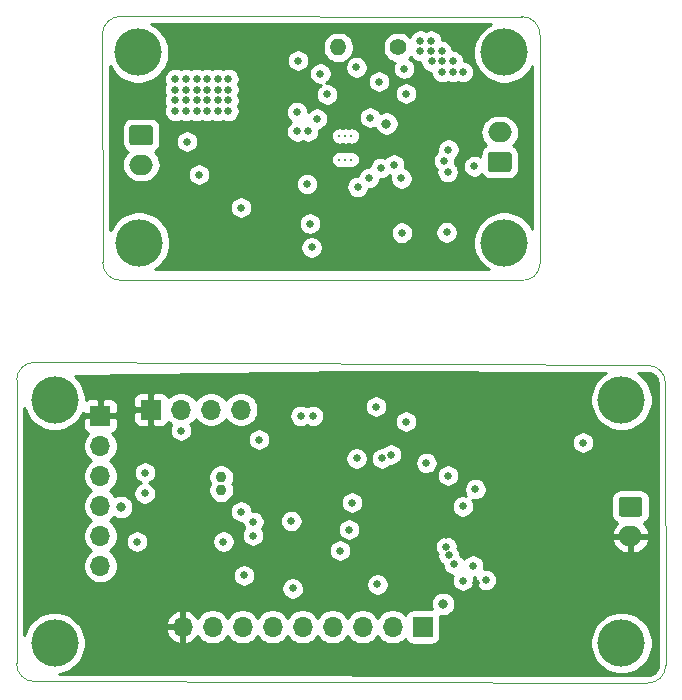
<source format=gbr>
%TF.GenerationSoftware,KiCad,Pcbnew,5.1.5+dfsg1-2build2*%
%TF.CreationDate,2021-04-08T10:41:37-07:00*%
%TF.ProjectId,spl_prototype,73706c5f-7072-46f7-946f-747970652e6b,rev?*%
%TF.SameCoordinates,Original*%
%TF.FileFunction,Copper,L3,Inr*%
%TF.FilePolarity,Positive*%
%FSLAX46Y46*%
G04 Gerber Fmt 4.6, Leading zero omitted, Abs format (unit mm)*
G04 Created by KiCad (PCBNEW 5.1.5+dfsg1-2build2) date 2021-04-08 10:41:37*
%MOMM*%
%LPD*%
G04 APERTURE LIST*
%TA.AperFunction,Profile*%
%ADD10C,0.050000*%
%TD*%
%TA.AperFunction,ViaPad*%
%ADD11C,0.100000*%
%TD*%
%TA.AperFunction,ViaPad*%
%ADD12O,2.000000X1.700000*%
%TD*%
%TA.AperFunction,ViaPad*%
%ADD13O,1.400000X1.400000*%
%TD*%
%TA.AperFunction,ViaPad*%
%ADD14C,1.400000*%
%TD*%
%TA.AperFunction,ViaPad*%
%ADD15C,0.920000*%
%TD*%
%TA.AperFunction,ViaPad*%
%ADD16R,1.700000X1.700000*%
%TD*%
%TA.AperFunction,ViaPad*%
%ADD17O,1.700000X1.700000*%
%TD*%
%TA.AperFunction,ViaPad*%
%ADD18C,0.200000*%
%TD*%
%TA.AperFunction,ViaPad*%
%ADD19C,4.000000*%
%TD*%
%TA.AperFunction,ViaPad*%
%ADD20C,0.635000*%
%TD*%
%TA.AperFunction,ViaPad*%
%ADD21C,0.800000*%
%TD*%
%TA.AperFunction,Conductor*%
%ADD22C,0.254000*%
%TD*%
G04 APERTURE END LIST*
D10*
X97000000Y-44759201D02*
X96960034Y-25501071D01*
X132420000Y-46300000D02*
X98500649Y-46300000D01*
X134030000Y-25590649D02*
X134027699Y-44839584D01*
X98560000Y-23940799D02*
X132469351Y-23960000D01*
X132468914Y-23957945D02*
G75*
G02X134030000Y-25590649I11087J-1552056D01*
G01*
X134027699Y-44839584D02*
G75*
G02X132420000Y-46300000I-1457700J-10417D01*
G01*
X98500649Y-46300000D02*
G75*
G02X97000000Y-44759201I-10650J1490800D01*
G01*
X96960034Y-25501071D02*
G75*
G02X98560000Y-23940799I1549967J11072D01*
G01*
X89700000Y-78720000D02*
X89709201Y-54740649D01*
X143120000Y-80390000D02*
X91200649Y-80260799D01*
X144640000Y-55030000D02*
X144660799Y-78889351D01*
X91250000Y-53240000D02*
X143140000Y-53490000D01*
X144660799Y-78889351D02*
G75*
G02X143120000Y-80390000I-1490800J-10650D01*
G01*
X91200649Y-80260799D02*
G75*
G02X89700000Y-78720000I-10650J1490800D01*
G01*
X143139351Y-53489201D02*
G75*
G02X144640000Y-55030000I10650J-1490800D01*
G01*
X89709201Y-54740649D02*
G75*
G02X91250000Y-53240000I1490800J10650D01*
G01*
%TA.AperFunction,ViaPad*%
D11*
%TO.N,GNDD*%
%TO.C,J8*%
G36*
X142454504Y-64601204D02*
G01*
X142478773Y-64604804D01*
X142502571Y-64610765D01*
X142525671Y-64619030D01*
X142547849Y-64629520D01*
X142568893Y-64642133D01*
X142588598Y-64656747D01*
X142606777Y-64673223D01*
X142623253Y-64691402D01*
X142637867Y-64711107D01*
X142650480Y-64732151D01*
X142660970Y-64754329D01*
X142669235Y-64777429D01*
X142675196Y-64801227D01*
X142678796Y-64825496D01*
X142680000Y-64850000D01*
X142680000Y-66050000D01*
X142678796Y-66074504D01*
X142675196Y-66098773D01*
X142669235Y-66122571D01*
X142660970Y-66145671D01*
X142650480Y-66167849D01*
X142637867Y-66188893D01*
X142623253Y-66208598D01*
X142606777Y-66226777D01*
X142588598Y-66243253D01*
X142568893Y-66257867D01*
X142547849Y-66270480D01*
X142525671Y-66280970D01*
X142502571Y-66289235D01*
X142478773Y-66295196D01*
X142454504Y-66298796D01*
X142430000Y-66300000D01*
X140930000Y-66300000D01*
X140905496Y-66298796D01*
X140881227Y-66295196D01*
X140857429Y-66289235D01*
X140834329Y-66280970D01*
X140812151Y-66270480D01*
X140791107Y-66257867D01*
X140771402Y-66243253D01*
X140753223Y-66226777D01*
X140736747Y-66208598D01*
X140722133Y-66188893D01*
X140709520Y-66167849D01*
X140699030Y-66145671D01*
X140690765Y-66122571D01*
X140684804Y-66098773D01*
X140681204Y-66074504D01*
X140680000Y-66050000D01*
X140680000Y-64850000D01*
X140681204Y-64825496D01*
X140684804Y-64801227D01*
X140690765Y-64777429D01*
X140699030Y-64754329D01*
X140709520Y-64732151D01*
X140722133Y-64711107D01*
X140736747Y-64691402D01*
X140753223Y-64673223D01*
X140771402Y-64656747D01*
X140791107Y-64642133D01*
X140812151Y-64629520D01*
X140834329Y-64619030D01*
X140857429Y-64610765D01*
X140881227Y-64604804D01*
X140905496Y-64601204D01*
X140930000Y-64600000D01*
X142430000Y-64600000D01*
X142454504Y-64601204D01*
G37*
%TD.AperFunction*%
D12*
%TO.N,/STM32SUPPLY*%
X141680000Y-67950000D03*
%TD*%
%TO.N,/STM32SUPPLY_SRC*%
%TO.C,J5*%
X130610000Y-33760000D03*
%TA.AperFunction,ViaPad*%
D11*
%TO.N,GND*%
G36*
X131384504Y-35411204D02*
G01*
X131408773Y-35414804D01*
X131432571Y-35420765D01*
X131455671Y-35429030D01*
X131477849Y-35439520D01*
X131498893Y-35452133D01*
X131518598Y-35466747D01*
X131536777Y-35483223D01*
X131553253Y-35501402D01*
X131567867Y-35521107D01*
X131580480Y-35542151D01*
X131590970Y-35564329D01*
X131599235Y-35587429D01*
X131605196Y-35611227D01*
X131608796Y-35635496D01*
X131610000Y-35660000D01*
X131610000Y-36860000D01*
X131608796Y-36884504D01*
X131605196Y-36908773D01*
X131599235Y-36932571D01*
X131590970Y-36955671D01*
X131580480Y-36977849D01*
X131567867Y-36998893D01*
X131553253Y-37018598D01*
X131536777Y-37036777D01*
X131518598Y-37053253D01*
X131498893Y-37067867D01*
X131477849Y-37080480D01*
X131455671Y-37090970D01*
X131432571Y-37099235D01*
X131408773Y-37105196D01*
X131384504Y-37108796D01*
X131360000Y-37110000D01*
X129860000Y-37110000D01*
X129835496Y-37108796D01*
X129811227Y-37105196D01*
X129787429Y-37099235D01*
X129764329Y-37090970D01*
X129742151Y-37080480D01*
X129721107Y-37067867D01*
X129701402Y-37053253D01*
X129683223Y-37036777D01*
X129666747Y-37018598D01*
X129652133Y-36998893D01*
X129639520Y-36977849D01*
X129629030Y-36955671D01*
X129620765Y-36932571D01*
X129614804Y-36908773D01*
X129611204Y-36884504D01*
X129610000Y-36860000D01*
X129610000Y-35660000D01*
X129611204Y-35635496D01*
X129614804Y-35611227D01*
X129620765Y-35587429D01*
X129629030Y-35564329D01*
X129639520Y-35542151D01*
X129652133Y-35521107D01*
X129666747Y-35501402D01*
X129683223Y-35483223D01*
X129701402Y-35466747D01*
X129721107Y-35452133D01*
X129742151Y-35439520D01*
X129764329Y-35429030D01*
X129787429Y-35420765D01*
X129811227Y-35414804D01*
X129835496Y-35411204D01*
X129860000Y-35410000D01*
X131360000Y-35410000D01*
X131384504Y-35411204D01*
G37*
%TD.AperFunction*%
%TD*%
D13*
%TO.N,Net-(C18-Pad2)*%
%TO.C,J6*%
X116940000Y-26570000D03*
D14*
%TO.N,Net-(C21-Pad2)*%
X122020000Y-26570000D03*
%TD*%
D15*
%TO.N,Net-(C11-Pad1)*%
%TO.C,Y1*%
X107022140Y-64066220D03*
%TO.N,Net-(C10-Pad1)*%
X107022140Y-62966220D03*
%TD*%
D16*
%TO.N,/STM32SUPPLY*%
%TO.C,J7*%
X101074000Y-57234000D03*
D17*
%TO.N,GNDD*%
X103614000Y-57234000D03*
%TO.N,/I2C1_SCL*%
X106154000Y-57234000D03*
%TO.N,/I2C1_SDA*%
X108694000Y-57234000D03*
%TD*%
D16*
%TO.N,/STM32SUPPLY*%
%TO.C,J4 JTAG*%
X96798000Y-57772000D03*
D17*
%TO.N,/SWD_SWDIO*%
X96798000Y-60312000D03*
%TO.N,/SWD_SWCLK*%
X96798000Y-62852000D03*
%TO.N,GNDD*%
X96798000Y-65392000D03*
%TO.N,/USART_TX*%
X96798000Y-67932000D03*
%TO.N,/USART_RX*%
X96798000Y-70472000D03*
%TD*%
D16*
%TO.N,/LoRaRST*%
%TO.C,J3*%
X124078000Y-75642000D03*
D17*
%TO.N,/SPI2_SSN*%
X121538000Y-75642000D03*
%TO.N,/SPI2_MOSI*%
X118998000Y-75642000D03*
%TO.N,/SPI2_MISO*%
X116458000Y-75642000D03*
%TO.N,/SPI2_SCK*%
X113918000Y-75642000D03*
%TO.N,/LoRaIRQ*%
X111378000Y-75642000D03*
%TO.N,/LoRaEN*%
X108838000Y-75642000D03*
%TO.N,GNDD*%
X106298000Y-75642000D03*
%TO.N,/STM32SUPPLY*%
X103758000Y-75642000D03*
%TD*%
D12*
%TO.N,+BATT*%
%TO.C,J1 BATT*%
X100250000Y-36500000D03*
%TA.AperFunction,ViaPad*%
D11*
%TO.N,GND*%
G36*
X101024504Y-33151204D02*
G01*
X101048773Y-33154804D01*
X101072571Y-33160765D01*
X101095671Y-33169030D01*
X101117849Y-33179520D01*
X101138893Y-33192133D01*
X101158598Y-33206747D01*
X101176777Y-33223223D01*
X101193253Y-33241402D01*
X101207867Y-33261107D01*
X101220480Y-33282151D01*
X101230970Y-33304329D01*
X101239235Y-33327429D01*
X101245196Y-33351227D01*
X101248796Y-33375496D01*
X101250000Y-33400000D01*
X101250000Y-34600000D01*
X101248796Y-34624504D01*
X101245196Y-34648773D01*
X101239235Y-34672571D01*
X101230970Y-34695671D01*
X101220480Y-34717849D01*
X101207867Y-34738893D01*
X101193253Y-34758598D01*
X101176777Y-34776777D01*
X101158598Y-34793253D01*
X101138893Y-34807867D01*
X101117849Y-34820480D01*
X101095671Y-34830970D01*
X101072571Y-34839235D01*
X101048773Y-34845196D01*
X101024504Y-34848796D01*
X101000000Y-34850000D01*
X99500000Y-34850000D01*
X99475496Y-34848796D01*
X99451227Y-34845196D01*
X99427429Y-34839235D01*
X99404329Y-34830970D01*
X99382151Y-34820480D01*
X99361107Y-34807867D01*
X99341402Y-34793253D01*
X99323223Y-34776777D01*
X99306747Y-34758598D01*
X99292133Y-34738893D01*
X99279520Y-34717849D01*
X99269030Y-34695671D01*
X99260765Y-34672571D01*
X99254804Y-34648773D01*
X99251204Y-34624504D01*
X99250000Y-34600000D01*
X99250000Y-33400000D01*
X99251204Y-33375496D01*
X99254804Y-33351227D01*
X99260765Y-33327429D01*
X99269030Y-33304329D01*
X99279520Y-33282151D01*
X99292133Y-33261107D01*
X99306747Y-33241402D01*
X99323223Y-33223223D01*
X99341402Y-33206747D01*
X99361107Y-33192133D01*
X99382151Y-33179520D01*
X99404329Y-33169030D01*
X99427429Y-33160765D01*
X99451227Y-33154804D01*
X99475496Y-33151204D01*
X99500000Y-33150000D01*
X101000000Y-33150000D01*
X101024504Y-33151204D01*
G37*
%TD.AperFunction*%
%TD*%
D18*
%TO.N,*%
%TO.C,U7*%
X117040000Y-34070000D03*
X118040000Y-34070000D03*
X118040000Y-36070000D03*
X117040000Y-36070000D03*
X117540000Y-34070000D03*
X117540000Y-36070000D03*
%TD*%
D19*
%TO.N,*%
X140918000Y-56400000D03*
X140918000Y-77000000D03*
X92918000Y-56400000D03*
X92918000Y-77000000D03*
X100000000Y-27000000D03*
X100076000Y-43100000D03*
X131000000Y-27000000D03*
X131000000Y-43100000D03*
D20*
X113470000Y-33690000D03*
X114370000Y-33690000D03*
X103140000Y-29250000D03*
X104040000Y-29250000D03*
X104940000Y-29250000D03*
X105840000Y-29250000D03*
X106740000Y-29250000D03*
X107640000Y-29250000D03*
X103140000Y-30150000D03*
X104040000Y-30150000D03*
X104940000Y-30150000D03*
X105840000Y-30150000D03*
X106740000Y-30150000D03*
X107640000Y-30150000D03*
X103140000Y-31050000D03*
X104040000Y-31050000D03*
X104940000Y-31050000D03*
X105840000Y-31050000D03*
X106740000Y-31050000D03*
X107640000Y-31050000D03*
X103140000Y-31950000D03*
X104040000Y-31950000D03*
X104940000Y-31950000D03*
X105840000Y-31950000D03*
X106740000Y-31950000D03*
X107640000Y-31950000D03*
X126640000Y-28650000D03*
X125690000Y-26900000D03*
X124790000Y-26000000D03*
X125740000Y-28650000D03*
X124840000Y-27750000D03*
X126640000Y-27750000D03*
X125740000Y-27750000D03*
X127500000Y-28650000D03*
X124790000Y-26900000D03*
X123890000Y-26900000D03*
X123890000Y-26000000D03*
%TO.N,GND*%
X115141960Y-32611960D03*
X115414040Y-28790360D03*
X116005000Y-30560000D03*
X113538000Y-27686000D03*
X126200000Y-37120000D03*
X126260000Y-35240000D03*
X114680000Y-43510000D03*
X114530000Y-41490000D03*
X114300000Y-38140000D03*
X122315000Y-42265000D03*
X126110000Y-42230000D03*
X128450000Y-36640000D03*
X105156000Y-37338000D03*
X108712000Y-40132000D03*
X122280000Y-37666510D03*
X118579720Y-38377500D03*
X104140000Y-34544000D03*
X113430000Y-32050000D03*
X118480000Y-28260000D03*
X122520000Y-28370000D03*
%TO.N,/STM32SUPPLY*%
X135544120Y-55278340D03*
X132246880Y-65294220D03*
X122672260Y-60571180D03*
X112127540Y-59335380D03*
X128627925Y-71886140D03*
X101074000Y-59012000D03*
X98280000Y-57742000D03*
X124696000Y-62822000D03*
X126088401Y-67880739D03*
X135872000Y-60282000D03*
X121648000Y-71204000D03*
X114247260Y-72185260D03*
%TO.N,Net-(C18-Pad1)*%
X119530000Y-37620000D03*
%TO.N,Net-(C21-Pad2)*%
X125910000Y-36170000D03*
X120527936Y-36792520D03*
%TO.N,Net-(C29-Pad1)*%
X122682000Y-30480000D03*
D21*
X121020001Y-33020000D03*
D20*
%TO.N,/VRECT*%
X121666000Y-36501500D03*
%TO.N,/SPI2_MISO*%
X108694000Y-65870000D03*
%TO.N,/SPI2_MOSI*%
X109762040Y-66771640D03*
%TO.N,/SWD_SWCLK*%
X118489494Y-61372502D03*
%TO.N,/SWD_SWDIO*%
X121394000Y-61044000D03*
%TO.N,/USER_LED1*%
X108948000Y-71281840D03*
X109710000Y-67902000D03*
%TO.N,Net-(R3-Pad1)*%
X120124000Y-56980000D03*
X114790000Y-57767399D03*
%TO.N,Net-(R13-Pad1)*%
X120396000Y-29464000D03*
X119634000Y-32512000D03*
%TO.N,+5V*%
X114351890Y-36021890D03*
X111230000Y-29540000D03*
X124460000Y-42418000D03*
X109474000Y-34544000D03*
D21*
X123471800Y-31523800D03*
D20*
%TO.N,/SPI1_SSN*%
X127490000Y-71712000D03*
%TO.N,/SPI1_MOSI*%
X126728006Y-70341940D03*
%TO.N,/SPI1_MISO*%
X126291306Y-69588769D03*
%TO.N,/SPI1_SCK*%
X126084562Y-68841842D03*
%TO.N,Net-(JP4-Pad1)*%
X118092000Y-65108000D03*
%TO.N,Net-(JP5-Pad1)*%
X117838000Y-67394000D03*
%TO.N,Net-(JP6-Pad1)*%
X117076000Y-69172000D03*
%TO.N,Net-(JP7-Pad1)*%
X120632000Y-61372510D03*
%TO.N,GNDD*%
X124395740Y-61763620D03*
X127479300Y-65441540D03*
X128551180Y-63983580D03*
X120247260Y-72038580D03*
X113082580Y-72375740D03*
X100552760Y-64331560D03*
D21*
X125818140Y-73678760D03*
D20*
X113747260Y-57767400D03*
X99912040Y-68421640D03*
X107212040Y-68421640D03*
X112962040Y-66671640D03*
D21*
X98548000Y-65492000D03*
D20*
X129423244Y-71662108D03*
X128350920Y-70442000D03*
X103614000Y-59012000D03*
X100566000Y-62568000D03*
X126220000Y-62822000D03*
X122664000Y-58250000D03*
X137650000Y-60028000D03*
X110218000Y-59774000D03*
%TD*%
D22*
%TO.N,/STM32SUPPLY*%
G36*
X139568231Y-54132799D02*
G01*
X139238285Y-54353262D01*
X138871262Y-54720285D01*
X138582893Y-55151859D01*
X138384261Y-55631399D01*
X138283000Y-56140475D01*
X138283000Y-56659525D01*
X138384261Y-57168601D01*
X138582893Y-57648141D01*
X138871262Y-58079715D01*
X139238285Y-58446738D01*
X139669859Y-58735107D01*
X140149399Y-58933739D01*
X140658475Y-59035000D01*
X141177525Y-59035000D01*
X141686601Y-58933739D01*
X142166141Y-58735107D01*
X142597715Y-58446738D01*
X142964738Y-58079715D01*
X143253107Y-57648141D01*
X143451739Y-57168601D01*
X143553000Y-56659525D01*
X143553000Y-56140475D01*
X143451739Y-55631399D01*
X143253107Y-55151859D01*
X142964738Y-54720285D01*
X142597715Y-54353262D01*
X142287375Y-54145899D01*
X143117099Y-54149897D01*
X143304958Y-54166962D01*
X143459930Y-54212546D01*
X143603093Y-54287360D01*
X143728997Y-54388557D01*
X143832848Y-54512280D01*
X143910692Y-54653821D01*
X143959559Y-54807786D01*
X143980331Y-54992702D01*
X143980312Y-54994676D01*
X143979972Y-54998157D01*
X144000773Y-78859712D01*
X143983037Y-79054960D01*
X143937456Y-79209926D01*
X143862640Y-79353093D01*
X143761443Y-79478997D01*
X143637721Y-79582847D01*
X143496175Y-79660693D01*
X143342215Y-79709559D01*
X143157298Y-79730331D01*
X143156433Y-79730323D01*
X143154061Y-79730083D01*
X93322922Y-79606079D01*
X93686601Y-79533739D01*
X94166141Y-79335107D01*
X94597715Y-79046738D01*
X94964738Y-78679715D01*
X95253107Y-78248141D01*
X95451739Y-77768601D01*
X95553000Y-77259525D01*
X95553000Y-76740475D01*
X95451739Y-76231399D01*
X95355432Y-75998891D01*
X102316519Y-75998891D01*
X102413843Y-76273252D01*
X102562822Y-76523355D01*
X102757731Y-76739588D01*
X102991080Y-76913641D01*
X103253901Y-77038825D01*
X103401110Y-77083476D01*
X103631000Y-76962155D01*
X103631000Y-75769000D01*
X102437186Y-75769000D01*
X102316519Y-75998891D01*
X95355432Y-75998891D01*
X95253107Y-75751859D01*
X94964738Y-75320285D01*
X94929562Y-75285109D01*
X102316519Y-75285109D01*
X102437186Y-75515000D01*
X103631000Y-75515000D01*
X103631000Y-74321845D01*
X103885000Y-74321845D01*
X103885000Y-75515000D01*
X103905000Y-75515000D01*
X103905000Y-75769000D01*
X103885000Y-75769000D01*
X103885000Y-76962155D01*
X104114890Y-77083476D01*
X104262099Y-77038825D01*
X104524920Y-76913641D01*
X104758269Y-76739588D01*
X104953178Y-76523355D01*
X105022805Y-76406466D01*
X105144525Y-76588632D01*
X105351368Y-76795475D01*
X105594589Y-76957990D01*
X105864842Y-77069932D01*
X106151740Y-77127000D01*
X106444260Y-77127000D01*
X106731158Y-77069932D01*
X107001411Y-76957990D01*
X107244632Y-76795475D01*
X107451475Y-76588632D01*
X107568000Y-76414240D01*
X107684525Y-76588632D01*
X107891368Y-76795475D01*
X108134589Y-76957990D01*
X108404842Y-77069932D01*
X108691740Y-77127000D01*
X108984260Y-77127000D01*
X109271158Y-77069932D01*
X109541411Y-76957990D01*
X109784632Y-76795475D01*
X109991475Y-76588632D01*
X110108000Y-76414240D01*
X110224525Y-76588632D01*
X110431368Y-76795475D01*
X110674589Y-76957990D01*
X110944842Y-77069932D01*
X111231740Y-77127000D01*
X111524260Y-77127000D01*
X111811158Y-77069932D01*
X112081411Y-76957990D01*
X112324632Y-76795475D01*
X112531475Y-76588632D01*
X112648000Y-76414240D01*
X112764525Y-76588632D01*
X112971368Y-76795475D01*
X113214589Y-76957990D01*
X113484842Y-77069932D01*
X113771740Y-77127000D01*
X114064260Y-77127000D01*
X114351158Y-77069932D01*
X114621411Y-76957990D01*
X114864632Y-76795475D01*
X115071475Y-76588632D01*
X115188000Y-76414240D01*
X115304525Y-76588632D01*
X115511368Y-76795475D01*
X115754589Y-76957990D01*
X116024842Y-77069932D01*
X116311740Y-77127000D01*
X116604260Y-77127000D01*
X116891158Y-77069932D01*
X117161411Y-76957990D01*
X117404632Y-76795475D01*
X117611475Y-76588632D01*
X117728000Y-76414240D01*
X117844525Y-76588632D01*
X118051368Y-76795475D01*
X118294589Y-76957990D01*
X118564842Y-77069932D01*
X118851740Y-77127000D01*
X119144260Y-77127000D01*
X119431158Y-77069932D01*
X119701411Y-76957990D01*
X119944632Y-76795475D01*
X120151475Y-76588632D01*
X120268000Y-76414240D01*
X120384525Y-76588632D01*
X120591368Y-76795475D01*
X120834589Y-76957990D01*
X121104842Y-77069932D01*
X121391740Y-77127000D01*
X121684260Y-77127000D01*
X121971158Y-77069932D01*
X122241411Y-76957990D01*
X122484632Y-76795475D01*
X122616487Y-76663620D01*
X122638498Y-76736180D01*
X122697463Y-76846494D01*
X122776815Y-76943185D01*
X122873506Y-77022537D01*
X122983820Y-77081502D01*
X123103518Y-77117812D01*
X123228000Y-77130072D01*
X124928000Y-77130072D01*
X125052482Y-77117812D01*
X125172180Y-77081502D01*
X125282494Y-77022537D01*
X125379185Y-76943185D01*
X125458537Y-76846494D01*
X125515206Y-76740475D01*
X138283000Y-76740475D01*
X138283000Y-77259525D01*
X138384261Y-77768601D01*
X138582893Y-78248141D01*
X138871262Y-78679715D01*
X139238285Y-79046738D01*
X139669859Y-79335107D01*
X140149399Y-79533739D01*
X140658475Y-79635000D01*
X141177525Y-79635000D01*
X141686601Y-79533739D01*
X142166141Y-79335107D01*
X142597715Y-79046738D01*
X142964738Y-78679715D01*
X143253107Y-78248141D01*
X143451739Y-77768601D01*
X143553000Y-77259525D01*
X143553000Y-76740475D01*
X143451739Y-76231399D01*
X143253107Y-75751859D01*
X142964738Y-75320285D01*
X142597715Y-74953262D01*
X142166141Y-74664893D01*
X141686601Y-74466261D01*
X141177525Y-74365000D01*
X140658475Y-74365000D01*
X140149399Y-74466261D01*
X139669859Y-74664893D01*
X139238285Y-74953262D01*
X138871262Y-75320285D01*
X138582893Y-75751859D01*
X138384261Y-76231399D01*
X138283000Y-76740475D01*
X125515206Y-76740475D01*
X125517502Y-76736180D01*
X125553812Y-76616482D01*
X125566072Y-76492000D01*
X125566072Y-74792000D01*
X125555212Y-74681738D01*
X125716201Y-74713760D01*
X125920079Y-74713760D01*
X126120038Y-74673986D01*
X126308396Y-74595965D01*
X126477914Y-74482697D01*
X126622077Y-74338534D01*
X126735345Y-74169016D01*
X126813366Y-73980658D01*
X126853140Y-73780699D01*
X126853140Y-73576821D01*
X126813366Y-73376862D01*
X126735345Y-73188504D01*
X126622077Y-73018986D01*
X126477914Y-72874823D01*
X126308396Y-72761555D01*
X126120038Y-72683534D01*
X125920079Y-72643760D01*
X125716201Y-72643760D01*
X125516242Y-72683534D01*
X125327884Y-72761555D01*
X125158366Y-72874823D01*
X125014203Y-73018986D01*
X124900935Y-73188504D01*
X124822914Y-73376862D01*
X124783140Y-73576821D01*
X124783140Y-73780699D01*
X124822914Y-73980658D01*
X124894685Y-74153928D01*
X123228000Y-74153928D01*
X123103518Y-74166188D01*
X122983820Y-74202498D01*
X122873506Y-74261463D01*
X122776815Y-74340815D01*
X122697463Y-74437506D01*
X122638498Y-74547820D01*
X122616487Y-74620380D01*
X122484632Y-74488525D01*
X122241411Y-74326010D01*
X121971158Y-74214068D01*
X121684260Y-74157000D01*
X121391740Y-74157000D01*
X121104842Y-74214068D01*
X120834589Y-74326010D01*
X120591368Y-74488525D01*
X120384525Y-74695368D01*
X120268000Y-74869760D01*
X120151475Y-74695368D01*
X119944632Y-74488525D01*
X119701411Y-74326010D01*
X119431158Y-74214068D01*
X119144260Y-74157000D01*
X118851740Y-74157000D01*
X118564842Y-74214068D01*
X118294589Y-74326010D01*
X118051368Y-74488525D01*
X117844525Y-74695368D01*
X117728000Y-74869760D01*
X117611475Y-74695368D01*
X117404632Y-74488525D01*
X117161411Y-74326010D01*
X116891158Y-74214068D01*
X116604260Y-74157000D01*
X116311740Y-74157000D01*
X116024842Y-74214068D01*
X115754589Y-74326010D01*
X115511368Y-74488525D01*
X115304525Y-74695368D01*
X115188000Y-74869760D01*
X115071475Y-74695368D01*
X114864632Y-74488525D01*
X114621411Y-74326010D01*
X114351158Y-74214068D01*
X114064260Y-74157000D01*
X113771740Y-74157000D01*
X113484842Y-74214068D01*
X113214589Y-74326010D01*
X112971368Y-74488525D01*
X112764525Y-74695368D01*
X112648000Y-74869760D01*
X112531475Y-74695368D01*
X112324632Y-74488525D01*
X112081411Y-74326010D01*
X111811158Y-74214068D01*
X111524260Y-74157000D01*
X111231740Y-74157000D01*
X110944842Y-74214068D01*
X110674589Y-74326010D01*
X110431368Y-74488525D01*
X110224525Y-74695368D01*
X110108000Y-74869760D01*
X109991475Y-74695368D01*
X109784632Y-74488525D01*
X109541411Y-74326010D01*
X109271158Y-74214068D01*
X108984260Y-74157000D01*
X108691740Y-74157000D01*
X108404842Y-74214068D01*
X108134589Y-74326010D01*
X107891368Y-74488525D01*
X107684525Y-74695368D01*
X107568000Y-74869760D01*
X107451475Y-74695368D01*
X107244632Y-74488525D01*
X107001411Y-74326010D01*
X106731158Y-74214068D01*
X106444260Y-74157000D01*
X106151740Y-74157000D01*
X105864842Y-74214068D01*
X105594589Y-74326010D01*
X105351368Y-74488525D01*
X105144525Y-74695368D01*
X105022805Y-74877534D01*
X104953178Y-74760645D01*
X104758269Y-74544412D01*
X104524920Y-74370359D01*
X104262099Y-74245175D01*
X104114890Y-74200524D01*
X103885000Y-74321845D01*
X103631000Y-74321845D01*
X103401110Y-74200524D01*
X103253901Y-74245175D01*
X102991080Y-74370359D01*
X102757731Y-74544412D01*
X102562822Y-74760645D01*
X102413843Y-75010748D01*
X102316519Y-75285109D01*
X94929562Y-75285109D01*
X94597715Y-74953262D01*
X94166141Y-74664893D01*
X93686601Y-74466261D01*
X93177525Y-74365000D01*
X92658475Y-74365000D01*
X92149399Y-74466261D01*
X91669859Y-74664893D01*
X91238285Y-74953262D01*
X90871262Y-75320285D01*
X90582893Y-75751859D01*
X90384261Y-76231399D01*
X90360909Y-76348796D01*
X90362469Y-72281927D01*
X112130080Y-72281927D01*
X112130080Y-72469553D01*
X112166684Y-72653574D01*
X112238485Y-72826918D01*
X112342725Y-72982924D01*
X112475396Y-73115595D01*
X112631402Y-73219835D01*
X112804746Y-73291636D01*
X112988767Y-73328240D01*
X113176393Y-73328240D01*
X113360414Y-73291636D01*
X113533758Y-73219835D01*
X113689764Y-73115595D01*
X113822435Y-72982924D01*
X113926675Y-72826918D01*
X113998476Y-72653574D01*
X114035080Y-72469553D01*
X114035080Y-72281927D01*
X113998476Y-72097906D01*
X113935045Y-71944767D01*
X119294760Y-71944767D01*
X119294760Y-72132393D01*
X119331364Y-72316414D01*
X119403165Y-72489758D01*
X119507405Y-72645764D01*
X119640076Y-72778435D01*
X119796082Y-72882675D01*
X119969426Y-72954476D01*
X120153447Y-72991080D01*
X120341073Y-72991080D01*
X120525094Y-72954476D01*
X120698438Y-72882675D01*
X120854444Y-72778435D01*
X120987115Y-72645764D01*
X121091355Y-72489758D01*
X121163156Y-72316414D01*
X121199760Y-72132393D01*
X121199760Y-71944767D01*
X121163156Y-71760746D01*
X121091355Y-71587402D01*
X120987115Y-71431396D01*
X120854444Y-71298725D01*
X120698438Y-71194485D01*
X120525094Y-71122684D01*
X120341073Y-71086080D01*
X120153447Y-71086080D01*
X119969426Y-71122684D01*
X119796082Y-71194485D01*
X119640076Y-71298725D01*
X119507405Y-71431396D01*
X119403165Y-71587402D01*
X119331364Y-71760746D01*
X119294760Y-71944767D01*
X113935045Y-71944767D01*
X113926675Y-71924562D01*
X113822435Y-71768556D01*
X113689764Y-71635885D01*
X113533758Y-71531645D01*
X113360414Y-71459844D01*
X113176393Y-71423240D01*
X112988767Y-71423240D01*
X112804746Y-71459844D01*
X112631402Y-71531645D01*
X112475396Y-71635885D01*
X112342725Y-71768556D01*
X112238485Y-71924562D01*
X112166684Y-72097906D01*
X112130080Y-72281927D01*
X90362469Y-72281927D01*
X90368300Y-57088358D01*
X90384261Y-57168601D01*
X90582893Y-57648141D01*
X90871262Y-58079715D01*
X91238285Y-58446738D01*
X91669859Y-58735107D01*
X92149399Y-58933739D01*
X92658475Y-59035000D01*
X93177525Y-59035000D01*
X93686601Y-58933739D01*
X94166141Y-58735107D01*
X94335417Y-58622000D01*
X95309928Y-58622000D01*
X95322188Y-58746482D01*
X95358498Y-58866180D01*
X95417463Y-58976494D01*
X95496815Y-59073185D01*
X95593506Y-59152537D01*
X95703820Y-59211502D01*
X95776380Y-59233513D01*
X95644525Y-59365368D01*
X95482010Y-59608589D01*
X95370068Y-59878842D01*
X95313000Y-60165740D01*
X95313000Y-60458260D01*
X95370068Y-60745158D01*
X95482010Y-61015411D01*
X95644525Y-61258632D01*
X95851368Y-61465475D01*
X96025760Y-61582000D01*
X95851368Y-61698525D01*
X95644525Y-61905368D01*
X95482010Y-62148589D01*
X95370068Y-62418842D01*
X95313000Y-62705740D01*
X95313000Y-62998260D01*
X95370068Y-63285158D01*
X95482010Y-63555411D01*
X95644525Y-63798632D01*
X95851368Y-64005475D01*
X96025760Y-64122000D01*
X95851368Y-64238525D01*
X95644525Y-64445368D01*
X95482010Y-64688589D01*
X95370068Y-64958842D01*
X95313000Y-65245740D01*
X95313000Y-65538260D01*
X95370068Y-65825158D01*
X95482010Y-66095411D01*
X95644525Y-66338632D01*
X95851368Y-66545475D01*
X96025760Y-66662000D01*
X95851368Y-66778525D01*
X95644525Y-66985368D01*
X95482010Y-67228589D01*
X95370068Y-67498842D01*
X95313000Y-67785740D01*
X95313000Y-68078260D01*
X95370068Y-68365158D01*
X95482010Y-68635411D01*
X95644525Y-68878632D01*
X95851368Y-69085475D01*
X96025760Y-69202000D01*
X95851368Y-69318525D01*
X95644525Y-69525368D01*
X95482010Y-69768589D01*
X95370068Y-70038842D01*
X95313000Y-70325740D01*
X95313000Y-70618260D01*
X95370068Y-70905158D01*
X95482010Y-71175411D01*
X95644525Y-71418632D01*
X95851368Y-71625475D01*
X96094589Y-71787990D01*
X96364842Y-71899932D01*
X96651740Y-71957000D01*
X96944260Y-71957000D01*
X97231158Y-71899932D01*
X97501411Y-71787990D01*
X97744632Y-71625475D01*
X97951475Y-71418632D01*
X98105560Y-71188027D01*
X107995500Y-71188027D01*
X107995500Y-71375653D01*
X108032104Y-71559674D01*
X108103905Y-71733018D01*
X108208145Y-71889024D01*
X108340816Y-72021695D01*
X108496822Y-72125935D01*
X108670166Y-72197736D01*
X108854187Y-72234340D01*
X109041813Y-72234340D01*
X109225834Y-72197736D01*
X109399178Y-72125935D01*
X109555184Y-72021695D01*
X109687855Y-71889024D01*
X109792095Y-71733018D01*
X109863896Y-71559674D01*
X109900500Y-71375653D01*
X109900500Y-71188027D01*
X109863896Y-71004006D01*
X109792095Y-70830662D01*
X109687855Y-70674656D01*
X109555184Y-70541985D01*
X109399178Y-70437745D01*
X109225834Y-70365944D01*
X109041813Y-70329340D01*
X108854187Y-70329340D01*
X108670166Y-70365944D01*
X108496822Y-70437745D01*
X108340816Y-70541985D01*
X108208145Y-70674656D01*
X108103905Y-70830662D01*
X108032104Y-71004006D01*
X107995500Y-71188027D01*
X98105560Y-71188027D01*
X98113990Y-71175411D01*
X98225932Y-70905158D01*
X98283000Y-70618260D01*
X98283000Y-70325740D01*
X98225932Y-70038842D01*
X98113990Y-69768589D01*
X97951475Y-69525368D01*
X97744632Y-69318525D01*
X97570240Y-69202000D01*
X97744632Y-69085475D01*
X97951475Y-68878632D01*
X98113990Y-68635411D01*
X98225932Y-68365158D01*
X98233357Y-68327827D01*
X98959540Y-68327827D01*
X98959540Y-68515453D01*
X98996144Y-68699474D01*
X99067945Y-68872818D01*
X99172185Y-69028824D01*
X99304856Y-69161495D01*
X99460862Y-69265735D01*
X99634206Y-69337536D01*
X99818227Y-69374140D01*
X100005853Y-69374140D01*
X100189874Y-69337536D01*
X100363218Y-69265735D01*
X100519224Y-69161495D01*
X100651895Y-69028824D01*
X100756135Y-68872818D01*
X100827936Y-68699474D01*
X100864540Y-68515453D01*
X100864540Y-68327827D01*
X106259540Y-68327827D01*
X106259540Y-68515453D01*
X106296144Y-68699474D01*
X106367945Y-68872818D01*
X106472185Y-69028824D01*
X106604856Y-69161495D01*
X106760862Y-69265735D01*
X106934206Y-69337536D01*
X107118227Y-69374140D01*
X107305853Y-69374140D01*
X107489874Y-69337536D01*
X107663218Y-69265735D01*
X107819224Y-69161495D01*
X107902532Y-69078187D01*
X116123500Y-69078187D01*
X116123500Y-69265813D01*
X116160104Y-69449834D01*
X116231905Y-69623178D01*
X116336145Y-69779184D01*
X116468816Y-69911855D01*
X116624822Y-70016095D01*
X116798166Y-70087896D01*
X116982187Y-70124500D01*
X117169813Y-70124500D01*
X117353834Y-70087896D01*
X117527178Y-70016095D01*
X117683184Y-69911855D01*
X117815855Y-69779184D01*
X117920095Y-69623178D01*
X117991896Y-69449834D01*
X118028500Y-69265813D01*
X118028500Y-69078187D01*
X117991896Y-68894166D01*
X117931365Y-68748029D01*
X125132062Y-68748029D01*
X125132062Y-68935655D01*
X125168666Y-69119676D01*
X125240467Y-69293020D01*
X125344707Y-69449026D01*
X125347405Y-69451724D01*
X125338806Y-69494956D01*
X125338806Y-69682582D01*
X125375410Y-69866603D01*
X125447211Y-70039947D01*
X125551451Y-70195953D01*
X125684122Y-70328624D01*
X125775506Y-70389685D01*
X125775506Y-70435753D01*
X125812110Y-70619774D01*
X125883911Y-70793118D01*
X125988151Y-70949124D01*
X126120822Y-71081795D01*
X126276828Y-71186035D01*
X126450172Y-71257836D01*
X126632149Y-71294033D01*
X126574104Y-71434166D01*
X126537500Y-71618187D01*
X126537500Y-71805813D01*
X126574104Y-71989834D01*
X126645905Y-72163178D01*
X126750145Y-72319184D01*
X126882816Y-72451855D01*
X127038822Y-72556095D01*
X127212166Y-72627896D01*
X127396187Y-72664500D01*
X127583813Y-72664500D01*
X127767834Y-72627896D01*
X127941178Y-72556095D01*
X128097184Y-72451855D01*
X128229855Y-72319184D01*
X128334095Y-72163178D01*
X128405896Y-71989834D01*
X128442500Y-71805813D01*
X128442500Y-71618187D01*
X128405896Y-71434166D01*
X128389466Y-71394500D01*
X128444733Y-71394500D01*
X128508354Y-71381845D01*
X128507348Y-71384274D01*
X128470744Y-71568295D01*
X128470744Y-71755921D01*
X128507348Y-71939942D01*
X128579149Y-72113286D01*
X128683389Y-72269292D01*
X128816060Y-72401963D01*
X128972066Y-72506203D01*
X129145410Y-72578004D01*
X129329431Y-72614608D01*
X129517057Y-72614608D01*
X129701078Y-72578004D01*
X129874422Y-72506203D01*
X130030428Y-72401963D01*
X130163099Y-72269292D01*
X130267339Y-72113286D01*
X130339140Y-71939942D01*
X130375744Y-71755921D01*
X130375744Y-71568295D01*
X130339140Y-71384274D01*
X130267339Y-71210930D01*
X130163099Y-71054924D01*
X130030428Y-70922253D01*
X129874422Y-70818013D01*
X129701078Y-70746212D01*
X129517057Y-70709608D01*
X129329431Y-70709608D01*
X129265810Y-70722263D01*
X129266816Y-70719834D01*
X129303420Y-70535813D01*
X129303420Y-70348187D01*
X129266816Y-70164166D01*
X129195015Y-69990822D01*
X129090775Y-69834816D01*
X128958104Y-69702145D01*
X128802098Y-69597905D01*
X128628754Y-69526104D01*
X128444733Y-69489500D01*
X128257107Y-69489500D01*
X128073086Y-69526104D01*
X127899742Y-69597905D01*
X127743736Y-69702145D01*
X127611065Y-69834816D01*
X127572706Y-69892224D01*
X127572101Y-69890762D01*
X127467861Y-69734756D01*
X127335190Y-69602085D01*
X127243806Y-69541024D01*
X127243806Y-69494956D01*
X127207202Y-69310935D01*
X127135401Y-69137591D01*
X127031161Y-68981585D01*
X127028463Y-68978887D01*
X127037062Y-68935655D01*
X127037062Y-68748029D01*
X127000458Y-68564008D01*
X126928657Y-68390664D01*
X126872681Y-68306890D01*
X140088524Y-68306890D01*
X140090446Y-68319261D01*
X140190146Y-68593009D01*
X140341336Y-68842046D01*
X140538205Y-69056802D01*
X140773188Y-69229025D01*
X141037255Y-69352096D01*
X141320258Y-69421285D01*
X141553000Y-69277232D01*
X141553000Y-68077000D01*
X141807000Y-68077000D01*
X141807000Y-69277232D01*
X142039742Y-69421285D01*
X142322745Y-69352096D01*
X142586812Y-69229025D01*
X142821795Y-69056802D01*
X143018664Y-68842046D01*
X143169854Y-68593009D01*
X143269554Y-68319261D01*
X143271476Y-68306890D01*
X143150155Y-68077000D01*
X141807000Y-68077000D01*
X141553000Y-68077000D01*
X140209845Y-68077000D01*
X140088524Y-68306890D01*
X126872681Y-68306890D01*
X126824417Y-68234658D01*
X126691746Y-68101987D01*
X126535740Y-67997747D01*
X126362396Y-67925946D01*
X126178375Y-67889342D01*
X125990749Y-67889342D01*
X125806728Y-67925946D01*
X125633384Y-67997747D01*
X125477378Y-68101987D01*
X125344707Y-68234658D01*
X125240467Y-68390664D01*
X125168666Y-68564008D01*
X125132062Y-68748029D01*
X117931365Y-68748029D01*
X117920095Y-68720822D01*
X117815855Y-68564816D01*
X117683184Y-68432145D01*
X117527178Y-68327905D01*
X117353834Y-68256104D01*
X117169813Y-68219500D01*
X116982187Y-68219500D01*
X116798166Y-68256104D01*
X116624822Y-68327905D01*
X116468816Y-68432145D01*
X116336145Y-68564816D01*
X116231905Y-68720822D01*
X116160104Y-68894166D01*
X116123500Y-69078187D01*
X107902532Y-69078187D01*
X107951895Y-69028824D01*
X108056135Y-68872818D01*
X108127936Y-68699474D01*
X108164540Y-68515453D01*
X108164540Y-68327827D01*
X108127936Y-68143806D01*
X108056135Y-67970462D01*
X107951895Y-67814456D01*
X107819224Y-67681785D01*
X107663218Y-67577545D01*
X107489874Y-67505744D01*
X107305853Y-67469140D01*
X107118227Y-67469140D01*
X106934206Y-67505744D01*
X106760862Y-67577545D01*
X106604856Y-67681785D01*
X106472185Y-67814456D01*
X106367945Y-67970462D01*
X106296144Y-68143806D01*
X106259540Y-68327827D01*
X100864540Y-68327827D01*
X100827936Y-68143806D01*
X100756135Y-67970462D01*
X100651895Y-67814456D01*
X100519224Y-67681785D01*
X100363218Y-67577545D01*
X100189874Y-67505744D01*
X100005853Y-67469140D01*
X99818227Y-67469140D01*
X99634206Y-67505744D01*
X99460862Y-67577545D01*
X99304856Y-67681785D01*
X99172185Y-67814456D01*
X99067945Y-67970462D01*
X98996144Y-68143806D01*
X98959540Y-68327827D01*
X98233357Y-68327827D01*
X98283000Y-68078260D01*
X98283000Y-67785740D01*
X98225932Y-67498842D01*
X98113990Y-67228589D01*
X97951475Y-66985368D01*
X97744632Y-66778525D01*
X97570240Y-66662000D01*
X97744632Y-66545475D01*
X97951475Y-66338632D01*
X97951675Y-66338332D01*
X98057744Y-66409205D01*
X98246102Y-66487226D01*
X98446061Y-66527000D01*
X98649939Y-66527000D01*
X98849898Y-66487226D01*
X99038256Y-66409205D01*
X99207774Y-66295937D01*
X99351937Y-66151774D01*
X99465205Y-65982256D01*
X99543226Y-65793898D01*
X99546748Y-65776187D01*
X107741500Y-65776187D01*
X107741500Y-65963813D01*
X107778104Y-66147834D01*
X107849905Y-66321178D01*
X107954145Y-66477184D01*
X108086816Y-66609855D01*
X108242822Y-66714095D01*
X108416166Y-66785896D01*
X108600187Y-66822500D01*
X108787813Y-66822500D01*
X108809540Y-66818178D01*
X108809540Y-66865453D01*
X108846144Y-67049474D01*
X108917945Y-67222818D01*
X108968099Y-67297878D01*
X108865905Y-67450822D01*
X108794104Y-67624166D01*
X108757500Y-67808187D01*
X108757500Y-67995813D01*
X108794104Y-68179834D01*
X108865905Y-68353178D01*
X108970145Y-68509184D01*
X109102816Y-68641855D01*
X109258822Y-68746095D01*
X109432166Y-68817896D01*
X109616187Y-68854500D01*
X109803813Y-68854500D01*
X109987834Y-68817896D01*
X110161178Y-68746095D01*
X110317184Y-68641855D01*
X110449855Y-68509184D01*
X110554095Y-68353178D01*
X110625896Y-68179834D01*
X110662500Y-67995813D01*
X110662500Y-67808187D01*
X110625896Y-67624166D01*
X110554095Y-67450822D01*
X110503941Y-67375762D01*
X110606135Y-67222818D01*
X110677936Y-67049474D01*
X110714540Y-66865453D01*
X110714540Y-66677827D01*
X110694649Y-66577827D01*
X112009540Y-66577827D01*
X112009540Y-66765453D01*
X112046144Y-66949474D01*
X112117945Y-67122818D01*
X112222185Y-67278824D01*
X112354856Y-67411495D01*
X112510862Y-67515735D01*
X112684206Y-67587536D01*
X112868227Y-67624140D01*
X113055853Y-67624140D01*
X113239874Y-67587536D01*
X113413218Y-67515735D01*
X113569224Y-67411495D01*
X113680532Y-67300187D01*
X116885500Y-67300187D01*
X116885500Y-67487813D01*
X116922104Y-67671834D01*
X116993905Y-67845178D01*
X117098145Y-68001184D01*
X117230816Y-68133855D01*
X117386822Y-68238095D01*
X117560166Y-68309896D01*
X117744187Y-68346500D01*
X117931813Y-68346500D01*
X118115834Y-68309896D01*
X118289178Y-68238095D01*
X118445184Y-68133855D01*
X118577855Y-68001184D01*
X118682095Y-67845178D01*
X118753896Y-67671834D01*
X118790500Y-67487813D01*
X118790500Y-67300187D01*
X118753896Y-67116166D01*
X118682095Y-66942822D01*
X118577855Y-66786816D01*
X118445184Y-66654145D01*
X118289178Y-66549905D01*
X118115834Y-66478104D01*
X117931813Y-66441500D01*
X117744187Y-66441500D01*
X117560166Y-66478104D01*
X117386822Y-66549905D01*
X117230816Y-66654145D01*
X117098145Y-66786816D01*
X116993905Y-66942822D01*
X116922104Y-67116166D01*
X116885500Y-67300187D01*
X113680532Y-67300187D01*
X113701895Y-67278824D01*
X113806135Y-67122818D01*
X113877936Y-66949474D01*
X113914540Y-66765453D01*
X113914540Y-66577827D01*
X113877936Y-66393806D01*
X113806135Y-66220462D01*
X113701895Y-66064456D01*
X113569224Y-65931785D01*
X113413218Y-65827545D01*
X113239874Y-65755744D01*
X113055853Y-65719140D01*
X112868227Y-65719140D01*
X112684206Y-65755744D01*
X112510862Y-65827545D01*
X112354856Y-65931785D01*
X112222185Y-66064456D01*
X112117945Y-66220462D01*
X112046144Y-66393806D01*
X112009540Y-66577827D01*
X110694649Y-66577827D01*
X110677936Y-66493806D01*
X110606135Y-66320462D01*
X110501895Y-66164456D01*
X110369224Y-66031785D01*
X110213218Y-65927545D01*
X110039874Y-65855744D01*
X109855853Y-65819140D01*
X109668227Y-65819140D01*
X109646500Y-65823462D01*
X109646500Y-65776187D01*
X109609896Y-65592166D01*
X109538095Y-65418822D01*
X109433855Y-65262816D01*
X109301184Y-65130145D01*
X109145178Y-65025905D01*
X109116889Y-65014187D01*
X117139500Y-65014187D01*
X117139500Y-65201813D01*
X117176104Y-65385834D01*
X117247905Y-65559178D01*
X117352145Y-65715184D01*
X117484816Y-65847855D01*
X117640822Y-65952095D01*
X117814166Y-66023896D01*
X117998187Y-66060500D01*
X118185813Y-66060500D01*
X118369834Y-66023896D01*
X118543178Y-65952095D01*
X118699184Y-65847855D01*
X118831855Y-65715184D01*
X118936095Y-65559178D01*
X119007896Y-65385834D01*
X119015475Y-65347727D01*
X126526800Y-65347727D01*
X126526800Y-65535353D01*
X126563404Y-65719374D01*
X126635205Y-65892718D01*
X126739445Y-66048724D01*
X126872116Y-66181395D01*
X127028122Y-66285635D01*
X127201466Y-66357436D01*
X127385487Y-66394040D01*
X127573113Y-66394040D01*
X127757134Y-66357436D01*
X127930478Y-66285635D01*
X128086484Y-66181395D01*
X128219155Y-66048724D01*
X128323395Y-65892718D01*
X128395196Y-65719374D01*
X128431800Y-65535353D01*
X128431800Y-65347727D01*
X128395196Y-65163706D01*
X128323395Y-64990362D01*
X128258580Y-64893360D01*
X128273346Y-64899476D01*
X128457367Y-64936080D01*
X128644993Y-64936080D01*
X128829014Y-64899476D01*
X128948460Y-64850000D01*
X140041928Y-64850000D01*
X140041928Y-66050000D01*
X140058992Y-66223254D01*
X140109528Y-66389850D01*
X140191595Y-66543386D01*
X140302038Y-66677962D01*
X140436614Y-66788405D01*
X140538593Y-66842914D01*
X140538205Y-66843198D01*
X140341336Y-67057954D01*
X140190146Y-67306991D01*
X140090446Y-67580739D01*
X140088524Y-67593110D01*
X140209845Y-67823000D01*
X141553000Y-67823000D01*
X141553000Y-67803000D01*
X141807000Y-67803000D01*
X141807000Y-67823000D01*
X143150155Y-67823000D01*
X143271476Y-67593110D01*
X143269554Y-67580739D01*
X143169854Y-67306991D01*
X143018664Y-67057954D01*
X142821795Y-66843198D01*
X142821407Y-66842914D01*
X142923386Y-66788405D01*
X143057962Y-66677962D01*
X143168405Y-66543386D01*
X143250472Y-66389850D01*
X143301008Y-66223254D01*
X143318072Y-66050000D01*
X143318072Y-64850000D01*
X143301008Y-64676746D01*
X143250472Y-64510150D01*
X143168405Y-64356614D01*
X143057962Y-64222038D01*
X142923386Y-64111595D01*
X142769850Y-64029528D01*
X142603254Y-63978992D01*
X142430000Y-63961928D01*
X140930000Y-63961928D01*
X140756746Y-63978992D01*
X140590150Y-64029528D01*
X140436614Y-64111595D01*
X140302038Y-64222038D01*
X140191595Y-64356614D01*
X140109528Y-64510150D01*
X140058992Y-64676746D01*
X140041928Y-64850000D01*
X128948460Y-64850000D01*
X129002358Y-64827675D01*
X129158364Y-64723435D01*
X129291035Y-64590764D01*
X129395275Y-64434758D01*
X129467076Y-64261414D01*
X129503680Y-64077393D01*
X129503680Y-63889767D01*
X129467076Y-63705746D01*
X129395275Y-63532402D01*
X129291035Y-63376396D01*
X129158364Y-63243725D01*
X129002358Y-63139485D01*
X128829014Y-63067684D01*
X128644993Y-63031080D01*
X128457367Y-63031080D01*
X128273346Y-63067684D01*
X128100002Y-63139485D01*
X127943996Y-63243725D01*
X127811325Y-63376396D01*
X127707085Y-63532402D01*
X127635284Y-63705746D01*
X127598680Y-63889767D01*
X127598680Y-64077393D01*
X127635284Y-64261414D01*
X127707085Y-64434758D01*
X127771900Y-64531760D01*
X127757134Y-64525644D01*
X127573113Y-64489040D01*
X127385487Y-64489040D01*
X127201466Y-64525644D01*
X127028122Y-64597445D01*
X126872116Y-64701685D01*
X126739445Y-64834356D01*
X126635205Y-64990362D01*
X126563404Y-65163706D01*
X126526800Y-65347727D01*
X119015475Y-65347727D01*
X119044500Y-65201813D01*
X119044500Y-65014187D01*
X119007896Y-64830166D01*
X118936095Y-64656822D01*
X118831855Y-64500816D01*
X118699184Y-64368145D01*
X118543178Y-64263905D01*
X118369834Y-64192104D01*
X118185813Y-64155500D01*
X117998187Y-64155500D01*
X117814166Y-64192104D01*
X117640822Y-64263905D01*
X117484816Y-64368145D01*
X117352145Y-64500816D01*
X117247905Y-64656822D01*
X117176104Y-64830166D01*
X117139500Y-65014187D01*
X109116889Y-65014187D01*
X108971834Y-64954104D01*
X108787813Y-64917500D01*
X108600187Y-64917500D01*
X108416166Y-64954104D01*
X108242822Y-65025905D01*
X108086816Y-65130145D01*
X107954145Y-65262816D01*
X107849905Y-65418822D01*
X107778104Y-65592166D01*
X107741500Y-65776187D01*
X99546748Y-65776187D01*
X99583000Y-65593939D01*
X99583000Y-65390061D01*
X99543226Y-65190102D01*
X99465205Y-65001744D01*
X99351937Y-64832226D01*
X99207774Y-64688063D01*
X99038256Y-64574795D01*
X98849898Y-64496774D01*
X98649939Y-64457000D01*
X98446061Y-64457000D01*
X98246102Y-64496774D01*
X98057744Y-64574795D01*
X98044063Y-64583936D01*
X97951475Y-64445368D01*
X97744632Y-64238525D01*
X97743468Y-64237747D01*
X99600260Y-64237747D01*
X99600260Y-64425373D01*
X99636864Y-64609394D01*
X99708665Y-64782738D01*
X99812905Y-64938744D01*
X99945576Y-65071415D01*
X100101582Y-65175655D01*
X100274926Y-65247456D01*
X100458947Y-65284060D01*
X100646573Y-65284060D01*
X100830594Y-65247456D01*
X101003938Y-65175655D01*
X101159944Y-65071415D01*
X101292615Y-64938744D01*
X101396855Y-64782738D01*
X101468656Y-64609394D01*
X101505260Y-64425373D01*
X101505260Y-64237747D01*
X101468656Y-64053726D01*
X101396855Y-63880382D01*
X101292615Y-63724376D01*
X101159944Y-63591705D01*
X101003938Y-63487465D01*
X100919578Y-63452522D01*
X101017178Y-63412095D01*
X101173184Y-63307855D01*
X101305855Y-63175184D01*
X101410095Y-63019178D01*
X101476702Y-62858372D01*
X105927140Y-62858372D01*
X105927140Y-63074068D01*
X105969220Y-63285620D01*
X106051764Y-63484897D01*
X106072693Y-63516220D01*
X106051764Y-63547543D01*
X105969220Y-63746820D01*
X105927140Y-63958372D01*
X105927140Y-64174068D01*
X105969220Y-64385620D01*
X106051764Y-64584897D01*
X106171598Y-64764242D01*
X106324118Y-64916762D01*
X106503463Y-65036596D01*
X106702740Y-65119140D01*
X106914292Y-65161220D01*
X107129988Y-65161220D01*
X107341540Y-65119140D01*
X107540817Y-65036596D01*
X107720162Y-64916762D01*
X107872682Y-64764242D01*
X107992516Y-64584897D01*
X108075060Y-64385620D01*
X108117140Y-64174068D01*
X108117140Y-63958372D01*
X108075060Y-63746820D01*
X107992516Y-63547543D01*
X107971587Y-63516220D01*
X107992516Y-63484897D01*
X108075060Y-63285620D01*
X108117140Y-63074068D01*
X108117140Y-62858372D01*
X108091245Y-62728187D01*
X125267500Y-62728187D01*
X125267500Y-62915813D01*
X125304104Y-63099834D01*
X125375905Y-63273178D01*
X125480145Y-63429184D01*
X125612816Y-63561855D01*
X125768822Y-63666095D01*
X125942166Y-63737896D01*
X126126187Y-63774500D01*
X126313813Y-63774500D01*
X126497834Y-63737896D01*
X126671178Y-63666095D01*
X126827184Y-63561855D01*
X126959855Y-63429184D01*
X127064095Y-63273178D01*
X127135896Y-63099834D01*
X127172500Y-62915813D01*
X127172500Y-62728187D01*
X127135896Y-62544166D01*
X127064095Y-62370822D01*
X126959855Y-62214816D01*
X126827184Y-62082145D01*
X126671178Y-61977905D01*
X126497834Y-61906104D01*
X126313813Y-61869500D01*
X126126187Y-61869500D01*
X125942166Y-61906104D01*
X125768822Y-61977905D01*
X125612816Y-62082145D01*
X125480145Y-62214816D01*
X125375905Y-62370822D01*
X125304104Y-62544166D01*
X125267500Y-62728187D01*
X108091245Y-62728187D01*
X108075060Y-62646820D01*
X107992516Y-62447543D01*
X107872682Y-62268198D01*
X107720162Y-62115678D01*
X107540817Y-61995844D01*
X107341540Y-61913300D01*
X107129988Y-61871220D01*
X106914292Y-61871220D01*
X106702740Y-61913300D01*
X106503463Y-61995844D01*
X106324118Y-62115678D01*
X106171598Y-62268198D01*
X106051764Y-62447543D01*
X105969220Y-62646820D01*
X105927140Y-62858372D01*
X101476702Y-62858372D01*
X101481896Y-62845834D01*
X101518500Y-62661813D01*
X101518500Y-62474187D01*
X101481896Y-62290166D01*
X101410095Y-62116822D01*
X101305855Y-61960816D01*
X101173184Y-61828145D01*
X101017178Y-61723905D01*
X100843834Y-61652104D01*
X100659813Y-61615500D01*
X100472187Y-61615500D01*
X100288166Y-61652104D01*
X100114822Y-61723905D01*
X99958816Y-61828145D01*
X99826145Y-61960816D01*
X99721905Y-62116822D01*
X99650104Y-62290166D01*
X99613500Y-62474187D01*
X99613500Y-62661813D01*
X99650104Y-62845834D01*
X99721905Y-63019178D01*
X99826145Y-63175184D01*
X99958816Y-63307855D01*
X100114822Y-63412095D01*
X100199182Y-63447038D01*
X100101582Y-63487465D01*
X99945576Y-63591705D01*
X99812905Y-63724376D01*
X99708665Y-63880382D01*
X99636864Y-64053726D01*
X99600260Y-64237747D01*
X97743468Y-64237747D01*
X97570240Y-64122000D01*
X97744632Y-64005475D01*
X97951475Y-63798632D01*
X98113990Y-63555411D01*
X98225932Y-63285158D01*
X98283000Y-62998260D01*
X98283000Y-62705740D01*
X98225932Y-62418842D01*
X98113990Y-62148589D01*
X97951475Y-61905368D01*
X97744632Y-61698525D01*
X97570240Y-61582000D01*
X97744632Y-61465475D01*
X97931418Y-61278689D01*
X117536994Y-61278689D01*
X117536994Y-61466315D01*
X117573598Y-61650336D01*
X117645399Y-61823680D01*
X117749639Y-61979686D01*
X117882310Y-62112357D01*
X118038316Y-62216597D01*
X118211660Y-62288398D01*
X118395681Y-62325002D01*
X118583307Y-62325002D01*
X118767328Y-62288398D01*
X118940672Y-62216597D01*
X119096678Y-62112357D01*
X119229349Y-61979686D01*
X119333589Y-61823680D01*
X119405390Y-61650336D01*
X119441994Y-61466315D01*
X119441994Y-61278697D01*
X119679500Y-61278697D01*
X119679500Y-61466323D01*
X119716104Y-61650344D01*
X119787905Y-61823688D01*
X119892145Y-61979694D01*
X120024816Y-62112365D01*
X120180822Y-62216605D01*
X120354166Y-62288406D01*
X120538187Y-62325010D01*
X120725813Y-62325010D01*
X120909834Y-62288406D01*
X121083178Y-62216605D01*
X121239184Y-62112365D01*
X121355049Y-61996500D01*
X121487813Y-61996500D01*
X121671834Y-61959896D01*
X121845178Y-61888095D01*
X122001184Y-61783855D01*
X122115232Y-61669807D01*
X123443240Y-61669807D01*
X123443240Y-61857433D01*
X123479844Y-62041454D01*
X123551645Y-62214798D01*
X123655885Y-62370804D01*
X123788556Y-62503475D01*
X123944562Y-62607715D01*
X124117906Y-62679516D01*
X124301927Y-62716120D01*
X124489553Y-62716120D01*
X124673574Y-62679516D01*
X124846918Y-62607715D01*
X125002924Y-62503475D01*
X125135595Y-62370804D01*
X125239835Y-62214798D01*
X125311636Y-62041454D01*
X125348240Y-61857433D01*
X125348240Y-61669807D01*
X125311636Y-61485786D01*
X125239835Y-61312442D01*
X125135595Y-61156436D01*
X125002924Y-61023765D01*
X124846918Y-60919525D01*
X124673574Y-60847724D01*
X124489553Y-60811120D01*
X124301927Y-60811120D01*
X124117906Y-60847724D01*
X123944562Y-60919525D01*
X123788556Y-61023765D01*
X123655885Y-61156436D01*
X123551645Y-61312442D01*
X123479844Y-61485786D01*
X123443240Y-61669807D01*
X122115232Y-61669807D01*
X122133855Y-61651184D01*
X122238095Y-61495178D01*
X122309896Y-61321834D01*
X122346500Y-61137813D01*
X122346500Y-60950187D01*
X122309896Y-60766166D01*
X122238095Y-60592822D01*
X122133855Y-60436816D01*
X122001184Y-60304145D01*
X121845178Y-60199905D01*
X121671834Y-60128104D01*
X121487813Y-60091500D01*
X121300187Y-60091500D01*
X121116166Y-60128104D01*
X120942822Y-60199905D01*
X120786816Y-60304145D01*
X120670951Y-60420010D01*
X120538187Y-60420010D01*
X120354166Y-60456614D01*
X120180822Y-60528415D01*
X120024816Y-60632655D01*
X119892145Y-60765326D01*
X119787905Y-60921332D01*
X119716104Y-61094676D01*
X119679500Y-61278697D01*
X119441994Y-61278697D01*
X119441994Y-61278689D01*
X119405390Y-61094668D01*
X119333589Y-60921324D01*
X119229349Y-60765318D01*
X119096678Y-60632647D01*
X118940672Y-60528407D01*
X118767328Y-60456606D01*
X118583307Y-60420002D01*
X118395681Y-60420002D01*
X118211660Y-60456606D01*
X118038316Y-60528407D01*
X117882310Y-60632647D01*
X117749639Y-60765318D01*
X117645399Y-60921324D01*
X117573598Y-61094668D01*
X117536994Y-61278689D01*
X97931418Y-61278689D01*
X97951475Y-61258632D01*
X98113990Y-61015411D01*
X98225932Y-60745158D01*
X98283000Y-60458260D01*
X98283000Y-60165740D01*
X98225932Y-59878842D01*
X98113990Y-59608589D01*
X97951475Y-59365368D01*
X97819620Y-59233513D01*
X97892180Y-59211502D01*
X98002494Y-59152537D01*
X98099185Y-59073185D01*
X98178537Y-58976494D01*
X98237502Y-58866180D01*
X98273812Y-58746482D01*
X98286072Y-58622000D01*
X98283143Y-58084000D01*
X99585928Y-58084000D01*
X99598188Y-58208482D01*
X99634498Y-58328180D01*
X99693463Y-58438494D01*
X99772815Y-58535185D01*
X99869506Y-58614537D01*
X99979820Y-58673502D01*
X100099518Y-58709812D01*
X100224000Y-58722072D01*
X100788250Y-58719000D01*
X100947000Y-58560250D01*
X100947000Y-57361000D01*
X99747750Y-57361000D01*
X99589000Y-57519750D01*
X99585928Y-58084000D01*
X98283143Y-58084000D01*
X98283000Y-58057750D01*
X98124250Y-57899000D01*
X96925000Y-57899000D01*
X96925000Y-57919000D01*
X96671000Y-57919000D01*
X96671000Y-57899000D01*
X95471750Y-57899000D01*
X95313000Y-58057750D01*
X95309928Y-58622000D01*
X94335417Y-58622000D01*
X94597715Y-58446738D01*
X94964738Y-58079715D01*
X95253107Y-57648141D01*
X95318066Y-57491316D01*
X95471750Y-57645000D01*
X96671000Y-57645000D01*
X96671000Y-56445750D01*
X96925000Y-56445750D01*
X96925000Y-57645000D01*
X98124250Y-57645000D01*
X98283000Y-57486250D01*
X98286072Y-56922000D01*
X98273812Y-56797518D01*
X98237502Y-56677820D01*
X98178537Y-56567506D01*
X98099185Y-56470815D01*
X98002494Y-56391463D01*
X97988532Y-56384000D01*
X99585928Y-56384000D01*
X99589000Y-56948250D01*
X99747750Y-57107000D01*
X100947000Y-57107000D01*
X100947000Y-55907750D01*
X101201000Y-55907750D01*
X101201000Y-57107000D01*
X101221000Y-57107000D01*
X101221000Y-57361000D01*
X101201000Y-57361000D01*
X101201000Y-58560250D01*
X101359750Y-58719000D01*
X101924000Y-58722072D01*
X102048482Y-58709812D01*
X102168180Y-58673502D01*
X102278494Y-58614537D01*
X102375185Y-58535185D01*
X102454537Y-58438494D01*
X102513502Y-58328180D01*
X102535513Y-58255620D01*
X102667368Y-58387475D01*
X102818332Y-58488346D01*
X102769905Y-58560822D01*
X102698104Y-58734166D01*
X102661500Y-58918187D01*
X102661500Y-59105813D01*
X102698104Y-59289834D01*
X102769905Y-59463178D01*
X102874145Y-59619184D01*
X103006816Y-59751855D01*
X103162822Y-59856095D01*
X103336166Y-59927896D01*
X103520187Y-59964500D01*
X103707813Y-59964500D01*
X103891834Y-59927896D01*
X104065178Y-59856095D01*
X104221184Y-59751855D01*
X104292852Y-59680187D01*
X109265500Y-59680187D01*
X109265500Y-59867813D01*
X109302104Y-60051834D01*
X109373905Y-60225178D01*
X109478145Y-60381184D01*
X109610816Y-60513855D01*
X109766822Y-60618095D01*
X109940166Y-60689896D01*
X110124187Y-60726500D01*
X110311813Y-60726500D01*
X110495834Y-60689896D01*
X110669178Y-60618095D01*
X110825184Y-60513855D01*
X110957855Y-60381184D01*
X111062095Y-60225178D01*
X111133896Y-60051834D01*
X111157297Y-59934187D01*
X136697500Y-59934187D01*
X136697500Y-60121813D01*
X136734104Y-60305834D01*
X136805905Y-60479178D01*
X136910145Y-60635184D01*
X137042816Y-60767855D01*
X137198822Y-60872095D01*
X137372166Y-60943896D01*
X137556187Y-60980500D01*
X137743813Y-60980500D01*
X137927834Y-60943896D01*
X138101178Y-60872095D01*
X138257184Y-60767855D01*
X138389855Y-60635184D01*
X138494095Y-60479178D01*
X138565896Y-60305834D01*
X138602500Y-60121813D01*
X138602500Y-59934187D01*
X138565896Y-59750166D01*
X138494095Y-59576822D01*
X138389855Y-59420816D01*
X138257184Y-59288145D01*
X138101178Y-59183905D01*
X137927834Y-59112104D01*
X137743813Y-59075500D01*
X137556187Y-59075500D01*
X137372166Y-59112104D01*
X137198822Y-59183905D01*
X137042816Y-59288145D01*
X136910145Y-59420816D01*
X136805905Y-59576822D01*
X136734104Y-59750166D01*
X136697500Y-59934187D01*
X111157297Y-59934187D01*
X111170500Y-59867813D01*
X111170500Y-59680187D01*
X111133896Y-59496166D01*
X111062095Y-59322822D01*
X110957855Y-59166816D01*
X110825184Y-59034145D01*
X110669178Y-58929905D01*
X110495834Y-58858104D01*
X110311813Y-58821500D01*
X110124187Y-58821500D01*
X109940166Y-58858104D01*
X109766822Y-58929905D01*
X109610816Y-59034145D01*
X109478145Y-59166816D01*
X109373905Y-59322822D01*
X109302104Y-59496166D01*
X109265500Y-59680187D01*
X104292852Y-59680187D01*
X104353855Y-59619184D01*
X104458095Y-59463178D01*
X104529896Y-59289834D01*
X104566500Y-59105813D01*
X104566500Y-58918187D01*
X104529896Y-58734166D01*
X104458095Y-58560822D01*
X104409668Y-58488346D01*
X104560632Y-58387475D01*
X104767475Y-58180632D01*
X104884000Y-58006240D01*
X105000525Y-58180632D01*
X105207368Y-58387475D01*
X105450589Y-58549990D01*
X105720842Y-58661932D01*
X106007740Y-58719000D01*
X106300260Y-58719000D01*
X106587158Y-58661932D01*
X106857411Y-58549990D01*
X107100632Y-58387475D01*
X107307475Y-58180632D01*
X107424000Y-58006240D01*
X107540525Y-58180632D01*
X107747368Y-58387475D01*
X107990589Y-58549990D01*
X108260842Y-58661932D01*
X108547740Y-58719000D01*
X108840260Y-58719000D01*
X109127158Y-58661932D01*
X109397411Y-58549990D01*
X109640632Y-58387475D01*
X109847475Y-58180632D01*
X110009990Y-57937411D01*
X110119269Y-57673587D01*
X112794760Y-57673587D01*
X112794760Y-57861213D01*
X112831364Y-58045234D01*
X112903165Y-58218578D01*
X113007405Y-58374584D01*
X113140076Y-58507255D01*
X113296082Y-58611495D01*
X113469426Y-58683296D01*
X113653447Y-58719900D01*
X113841073Y-58719900D01*
X114025094Y-58683296D01*
X114198438Y-58611495D01*
X114268631Y-58564594D01*
X114338822Y-58611494D01*
X114512166Y-58683295D01*
X114696187Y-58719899D01*
X114883813Y-58719899D01*
X115067834Y-58683295D01*
X115241178Y-58611494D01*
X115397184Y-58507254D01*
X115529855Y-58374583D01*
X115634095Y-58218577D01*
X115659937Y-58156187D01*
X121711500Y-58156187D01*
X121711500Y-58343813D01*
X121748104Y-58527834D01*
X121819905Y-58701178D01*
X121924145Y-58857184D01*
X122056816Y-58989855D01*
X122212822Y-59094095D01*
X122386166Y-59165896D01*
X122570187Y-59202500D01*
X122757813Y-59202500D01*
X122941834Y-59165896D01*
X123115178Y-59094095D01*
X123271184Y-58989855D01*
X123403855Y-58857184D01*
X123508095Y-58701178D01*
X123579896Y-58527834D01*
X123616500Y-58343813D01*
X123616500Y-58156187D01*
X123579896Y-57972166D01*
X123508095Y-57798822D01*
X123403855Y-57642816D01*
X123271184Y-57510145D01*
X123115178Y-57405905D01*
X122941834Y-57334104D01*
X122757813Y-57297500D01*
X122570187Y-57297500D01*
X122386166Y-57334104D01*
X122212822Y-57405905D01*
X122056816Y-57510145D01*
X121924145Y-57642816D01*
X121819905Y-57798822D01*
X121748104Y-57972166D01*
X121711500Y-58156187D01*
X115659937Y-58156187D01*
X115705896Y-58045233D01*
X115742500Y-57861212D01*
X115742500Y-57673586D01*
X115705896Y-57489565D01*
X115634095Y-57316221D01*
X115529855Y-57160215D01*
X115397184Y-57027544D01*
X115241178Y-56923304D01*
X115151570Y-56886187D01*
X119171500Y-56886187D01*
X119171500Y-57073813D01*
X119208104Y-57257834D01*
X119279905Y-57431178D01*
X119384145Y-57587184D01*
X119516816Y-57719855D01*
X119672822Y-57824095D01*
X119846166Y-57895896D01*
X120030187Y-57932500D01*
X120217813Y-57932500D01*
X120401834Y-57895896D01*
X120575178Y-57824095D01*
X120731184Y-57719855D01*
X120863855Y-57587184D01*
X120968095Y-57431178D01*
X121039896Y-57257834D01*
X121076500Y-57073813D01*
X121076500Y-56886187D01*
X121039896Y-56702166D01*
X120968095Y-56528822D01*
X120863855Y-56372816D01*
X120731184Y-56240145D01*
X120575178Y-56135905D01*
X120401834Y-56064104D01*
X120217813Y-56027500D01*
X120030187Y-56027500D01*
X119846166Y-56064104D01*
X119672822Y-56135905D01*
X119516816Y-56240145D01*
X119384145Y-56372816D01*
X119279905Y-56528822D01*
X119208104Y-56702166D01*
X119171500Y-56886187D01*
X115151570Y-56886187D01*
X115067834Y-56851503D01*
X114883813Y-56814899D01*
X114696187Y-56814899D01*
X114512166Y-56851503D01*
X114338822Y-56923304D01*
X114268629Y-56970205D01*
X114198438Y-56923305D01*
X114025094Y-56851504D01*
X113841073Y-56814900D01*
X113653447Y-56814900D01*
X113469426Y-56851504D01*
X113296082Y-56923305D01*
X113140076Y-57027545D01*
X113007405Y-57160216D01*
X112903165Y-57316222D01*
X112831364Y-57489566D01*
X112794760Y-57673587D01*
X110119269Y-57673587D01*
X110121932Y-57667158D01*
X110179000Y-57380260D01*
X110179000Y-57087740D01*
X110121932Y-56800842D01*
X110009990Y-56530589D01*
X109847475Y-56287368D01*
X109640632Y-56080525D01*
X109397411Y-55918010D01*
X109127158Y-55806068D01*
X108840260Y-55749000D01*
X108547740Y-55749000D01*
X108260842Y-55806068D01*
X107990589Y-55918010D01*
X107747368Y-56080525D01*
X107540525Y-56287368D01*
X107424000Y-56461760D01*
X107307475Y-56287368D01*
X107100632Y-56080525D01*
X106857411Y-55918010D01*
X106587158Y-55806068D01*
X106300260Y-55749000D01*
X106007740Y-55749000D01*
X105720842Y-55806068D01*
X105450589Y-55918010D01*
X105207368Y-56080525D01*
X105000525Y-56287368D01*
X104884000Y-56461760D01*
X104767475Y-56287368D01*
X104560632Y-56080525D01*
X104317411Y-55918010D01*
X104047158Y-55806068D01*
X103760260Y-55749000D01*
X103467740Y-55749000D01*
X103180842Y-55806068D01*
X102910589Y-55918010D01*
X102667368Y-56080525D01*
X102535513Y-56212380D01*
X102513502Y-56139820D01*
X102454537Y-56029506D01*
X102375185Y-55932815D01*
X102278494Y-55853463D01*
X102168180Y-55794498D01*
X102048482Y-55758188D01*
X101924000Y-55745928D01*
X101359750Y-55749000D01*
X101201000Y-55907750D01*
X100947000Y-55907750D01*
X100788250Y-55749000D01*
X100224000Y-55745928D01*
X100099518Y-55758188D01*
X99979820Y-55794498D01*
X99869506Y-55853463D01*
X99772815Y-55932815D01*
X99693463Y-56029506D01*
X99634498Y-56139820D01*
X99598188Y-56259518D01*
X99585928Y-56384000D01*
X97988532Y-56384000D01*
X97892180Y-56332498D01*
X97772482Y-56296188D01*
X97648000Y-56283928D01*
X97083750Y-56287000D01*
X96925000Y-56445750D01*
X96671000Y-56445750D01*
X96512250Y-56287000D01*
X95948000Y-56283928D01*
X95823518Y-56296188D01*
X95703820Y-56332498D01*
X95593506Y-56391463D01*
X95553000Y-56424705D01*
X95553000Y-56140475D01*
X95451739Y-55631399D01*
X95253107Y-55151859D01*
X94964738Y-54720285D01*
X94666775Y-54422322D01*
X118158837Y-54029651D01*
X139568231Y-54132799D01*
G37*
X139568231Y-54132799D02*
X139238285Y-54353262D01*
X138871262Y-54720285D01*
X138582893Y-55151859D01*
X138384261Y-55631399D01*
X138283000Y-56140475D01*
X138283000Y-56659525D01*
X138384261Y-57168601D01*
X138582893Y-57648141D01*
X138871262Y-58079715D01*
X139238285Y-58446738D01*
X139669859Y-58735107D01*
X140149399Y-58933739D01*
X140658475Y-59035000D01*
X141177525Y-59035000D01*
X141686601Y-58933739D01*
X142166141Y-58735107D01*
X142597715Y-58446738D01*
X142964738Y-58079715D01*
X143253107Y-57648141D01*
X143451739Y-57168601D01*
X143553000Y-56659525D01*
X143553000Y-56140475D01*
X143451739Y-55631399D01*
X143253107Y-55151859D01*
X142964738Y-54720285D01*
X142597715Y-54353262D01*
X142287375Y-54145899D01*
X143117099Y-54149897D01*
X143304958Y-54166962D01*
X143459930Y-54212546D01*
X143603093Y-54287360D01*
X143728997Y-54388557D01*
X143832848Y-54512280D01*
X143910692Y-54653821D01*
X143959559Y-54807786D01*
X143980331Y-54992702D01*
X143980312Y-54994676D01*
X143979972Y-54998157D01*
X144000773Y-78859712D01*
X143983037Y-79054960D01*
X143937456Y-79209926D01*
X143862640Y-79353093D01*
X143761443Y-79478997D01*
X143637721Y-79582847D01*
X143496175Y-79660693D01*
X143342215Y-79709559D01*
X143157298Y-79730331D01*
X143156433Y-79730323D01*
X143154061Y-79730083D01*
X93322922Y-79606079D01*
X93686601Y-79533739D01*
X94166141Y-79335107D01*
X94597715Y-79046738D01*
X94964738Y-78679715D01*
X95253107Y-78248141D01*
X95451739Y-77768601D01*
X95553000Y-77259525D01*
X95553000Y-76740475D01*
X95451739Y-76231399D01*
X95355432Y-75998891D01*
X102316519Y-75998891D01*
X102413843Y-76273252D01*
X102562822Y-76523355D01*
X102757731Y-76739588D01*
X102991080Y-76913641D01*
X103253901Y-77038825D01*
X103401110Y-77083476D01*
X103631000Y-76962155D01*
X103631000Y-75769000D01*
X102437186Y-75769000D01*
X102316519Y-75998891D01*
X95355432Y-75998891D01*
X95253107Y-75751859D01*
X94964738Y-75320285D01*
X94929562Y-75285109D01*
X102316519Y-75285109D01*
X102437186Y-75515000D01*
X103631000Y-75515000D01*
X103631000Y-74321845D01*
X103885000Y-74321845D01*
X103885000Y-75515000D01*
X103905000Y-75515000D01*
X103905000Y-75769000D01*
X103885000Y-75769000D01*
X103885000Y-76962155D01*
X104114890Y-77083476D01*
X104262099Y-77038825D01*
X104524920Y-76913641D01*
X104758269Y-76739588D01*
X104953178Y-76523355D01*
X105022805Y-76406466D01*
X105144525Y-76588632D01*
X105351368Y-76795475D01*
X105594589Y-76957990D01*
X105864842Y-77069932D01*
X106151740Y-77127000D01*
X106444260Y-77127000D01*
X106731158Y-77069932D01*
X107001411Y-76957990D01*
X107244632Y-76795475D01*
X107451475Y-76588632D01*
X107568000Y-76414240D01*
X107684525Y-76588632D01*
X107891368Y-76795475D01*
X108134589Y-76957990D01*
X108404842Y-77069932D01*
X108691740Y-77127000D01*
X108984260Y-77127000D01*
X109271158Y-77069932D01*
X109541411Y-76957990D01*
X109784632Y-76795475D01*
X109991475Y-76588632D01*
X110108000Y-76414240D01*
X110224525Y-76588632D01*
X110431368Y-76795475D01*
X110674589Y-76957990D01*
X110944842Y-77069932D01*
X111231740Y-77127000D01*
X111524260Y-77127000D01*
X111811158Y-77069932D01*
X112081411Y-76957990D01*
X112324632Y-76795475D01*
X112531475Y-76588632D01*
X112648000Y-76414240D01*
X112764525Y-76588632D01*
X112971368Y-76795475D01*
X113214589Y-76957990D01*
X113484842Y-77069932D01*
X113771740Y-77127000D01*
X114064260Y-77127000D01*
X114351158Y-77069932D01*
X114621411Y-76957990D01*
X114864632Y-76795475D01*
X115071475Y-76588632D01*
X115188000Y-76414240D01*
X115304525Y-76588632D01*
X115511368Y-76795475D01*
X115754589Y-76957990D01*
X116024842Y-77069932D01*
X116311740Y-77127000D01*
X116604260Y-77127000D01*
X116891158Y-77069932D01*
X117161411Y-76957990D01*
X117404632Y-76795475D01*
X117611475Y-76588632D01*
X117728000Y-76414240D01*
X117844525Y-76588632D01*
X118051368Y-76795475D01*
X118294589Y-76957990D01*
X118564842Y-77069932D01*
X118851740Y-77127000D01*
X119144260Y-77127000D01*
X119431158Y-77069932D01*
X119701411Y-76957990D01*
X119944632Y-76795475D01*
X120151475Y-76588632D01*
X120268000Y-76414240D01*
X120384525Y-76588632D01*
X120591368Y-76795475D01*
X120834589Y-76957990D01*
X121104842Y-77069932D01*
X121391740Y-77127000D01*
X121684260Y-77127000D01*
X121971158Y-77069932D01*
X122241411Y-76957990D01*
X122484632Y-76795475D01*
X122616487Y-76663620D01*
X122638498Y-76736180D01*
X122697463Y-76846494D01*
X122776815Y-76943185D01*
X122873506Y-77022537D01*
X122983820Y-77081502D01*
X123103518Y-77117812D01*
X123228000Y-77130072D01*
X124928000Y-77130072D01*
X125052482Y-77117812D01*
X125172180Y-77081502D01*
X125282494Y-77022537D01*
X125379185Y-76943185D01*
X125458537Y-76846494D01*
X125515206Y-76740475D01*
X138283000Y-76740475D01*
X138283000Y-77259525D01*
X138384261Y-77768601D01*
X138582893Y-78248141D01*
X138871262Y-78679715D01*
X139238285Y-79046738D01*
X139669859Y-79335107D01*
X140149399Y-79533739D01*
X140658475Y-79635000D01*
X141177525Y-79635000D01*
X141686601Y-79533739D01*
X142166141Y-79335107D01*
X142597715Y-79046738D01*
X142964738Y-78679715D01*
X143253107Y-78248141D01*
X143451739Y-77768601D01*
X143553000Y-77259525D01*
X143553000Y-76740475D01*
X143451739Y-76231399D01*
X143253107Y-75751859D01*
X142964738Y-75320285D01*
X142597715Y-74953262D01*
X142166141Y-74664893D01*
X141686601Y-74466261D01*
X141177525Y-74365000D01*
X140658475Y-74365000D01*
X140149399Y-74466261D01*
X139669859Y-74664893D01*
X139238285Y-74953262D01*
X138871262Y-75320285D01*
X138582893Y-75751859D01*
X138384261Y-76231399D01*
X138283000Y-76740475D01*
X125515206Y-76740475D01*
X125517502Y-76736180D01*
X125553812Y-76616482D01*
X125566072Y-76492000D01*
X125566072Y-74792000D01*
X125555212Y-74681738D01*
X125716201Y-74713760D01*
X125920079Y-74713760D01*
X126120038Y-74673986D01*
X126308396Y-74595965D01*
X126477914Y-74482697D01*
X126622077Y-74338534D01*
X126735345Y-74169016D01*
X126813366Y-73980658D01*
X126853140Y-73780699D01*
X126853140Y-73576821D01*
X126813366Y-73376862D01*
X126735345Y-73188504D01*
X126622077Y-73018986D01*
X126477914Y-72874823D01*
X126308396Y-72761555D01*
X126120038Y-72683534D01*
X125920079Y-72643760D01*
X125716201Y-72643760D01*
X125516242Y-72683534D01*
X125327884Y-72761555D01*
X125158366Y-72874823D01*
X125014203Y-73018986D01*
X124900935Y-73188504D01*
X124822914Y-73376862D01*
X124783140Y-73576821D01*
X124783140Y-73780699D01*
X124822914Y-73980658D01*
X124894685Y-74153928D01*
X123228000Y-74153928D01*
X123103518Y-74166188D01*
X122983820Y-74202498D01*
X122873506Y-74261463D01*
X122776815Y-74340815D01*
X122697463Y-74437506D01*
X122638498Y-74547820D01*
X122616487Y-74620380D01*
X122484632Y-74488525D01*
X122241411Y-74326010D01*
X121971158Y-74214068D01*
X121684260Y-74157000D01*
X121391740Y-74157000D01*
X121104842Y-74214068D01*
X120834589Y-74326010D01*
X120591368Y-74488525D01*
X120384525Y-74695368D01*
X120268000Y-74869760D01*
X120151475Y-74695368D01*
X119944632Y-74488525D01*
X119701411Y-74326010D01*
X119431158Y-74214068D01*
X119144260Y-74157000D01*
X118851740Y-74157000D01*
X118564842Y-74214068D01*
X118294589Y-74326010D01*
X118051368Y-74488525D01*
X117844525Y-74695368D01*
X117728000Y-74869760D01*
X117611475Y-74695368D01*
X117404632Y-74488525D01*
X117161411Y-74326010D01*
X116891158Y-74214068D01*
X116604260Y-74157000D01*
X116311740Y-74157000D01*
X116024842Y-74214068D01*
X115754589Y-74326010D01*
X115511368Y-74488525D01*
X115304525Y-74695368D01*
X115188000Y-74869760D01*
X115071475Y-74695368D01*
X114864632Y-74488525D01*
X114621411Y-74326010D01*
X114351158Y-74214068D01*
X114064260Y-74157000D01*
X113771740Y-74157000D01*
X113484842Y-74214068D01*
X113214589Y-74326010D01*
X112971368Y-74488525D01*
X112764525Y-74695368D01*
X112648000Y-74869760D01*
X112531475Y-74695368D01*
X112324632Y-74488525D01*
X112081411Y-74326010D01*
X111811158Y-74214068D01*
X111524260Y-74157000D01*
X111231740Y-74157000D01*
X110944842Y-74214068D01*
X110674589Y-74326010D01*
X110431368Y-74488525D01*
X110224525Y-74695368D01*
X110108000Y-74869760D01*
X109991475Y-74695368D01*
X109784632Y-74488525D01*
X109541411Y-74326010D01*
X109271158Y-74214068D01*
X108984260Y-74157000D01*
X108691740Y-74157000D01*
X108404842Y-74214068D01*
X108134589Y-74326010D01*
X107891368Y-74488525D01*
X107684525Y-74695368D01*
X107568000Y-74869760D01*
X107451475Y-74695368D01*
X107244632Y-74488525D01*
X107001411Y-74326010D01*
X106731158Y-74214068D01*
X106444260Y-74157000D01*
X106151740Y-74157000D01*
X105864842Y-74214068D01*
X105594589Y-74326010D01*
X105351368Y-74488525D01*
X105144525Y-74695368D01*
X105022805Y-74877534D01*
X104953178Y-74760645D01*
X104758269Y-74544412D01*
X104524920Y-74370359D01*
X104262099Y-74245175D01*
X104114890Y-74200524D01*
X103885000Y-74321845D01*
X103631000Y-74321845D01*
X103401110Y-74200524D01*
X103253901Y-74245175D01*
X102991080Y-74370359D01*
X102757731Y-74544412D01*
X102562822Y-74760645D01*
X102413843Y-75010748D01*
X102316519Y-75285109D01*
X94929562Y-75285109D01*
X94597715Y-74953262D01*
X94166141Y-74664893D01*
X93686601Y-74466261D01*
X93177525Y-74365000D01*
X92658475Y-74365000D01*
X92149399Y-74466261D01*
X91669859Y-74664893D01*
X91238285Y-74953262D01*
X90871262Y-75320285D01*
X90582893Y-75751859D01*
X90384261Y-76231399D01*
X90360909Y-76348796D01*
X90362469Y-72281927D01*
X112130080Y-72281927D01*
X112130080Y-72469553D01*
X112166684Y-72653574D01*
X112238485Y-72826918D01*
X112342725Y-72982924D01*
X112475396Y-73115595D01*
X112631402Y-73219835D01*
X112804746Y-73291636D01*
X112988767Y-73328240D01*
X113176393Y-73328240D01*
X113360414Y-73291636D01*
X113533758Y-73219835D01*
X113689764Y-73115595D01*
X113822435Y-72982924D01*
X113926675Y-72826918D01*
X113998476Y-72653574D01*
X114035080Y-72469553D01*
X114035080Y-72281927D01*
X113998476Y-72097906D01*
X113935045Y-71944767D01*
X119294760Y-71944767D01*
X119294760Y-72132393D01*
X119331364Y-72316414D01*
X119403165Y-72489758D01*
X119507405Y-72645764D01*
X119640076Y-72778435D01*
X119796082Y-72882675D01*
X119969426Y-72954476D01*
X120153447Y-72991080D01*
X120341073Y-72991080D01*
X120525094Y-72954476D01*
X120698438Y-72882675D01*
X120854444Y-72778435D01*
X120987115Y-72645764D01*
X121091355Y-72489758D01*
X121163156Y-72316414D01*
X121199760Y-72132393D01*
X121199760Y-71944767D01*
X121163156Y-71760746D01*
X121091355Y-71587402D01*
X120987115Y-71431396D01*
X120854444Y-71298725D01*
X120698438Y-71194485D01*
X120525094Y-71122684D01*
X120341073Y-71086080D01*
X120153447Y-71086080D01*
X119969426Y-71122684D01*
X119796082Y-71194485D01*
X119640076Y-71298725D01*
X119507405Y-71431396D01*
X119403165Y-71587402D01*
X119331364Y-71760746D01*
X119294760Y-71944767D01*
X113935045Y-71944767D01*
X113926675Y-71924562D01*
X113822435Y-71768556D01*
X113689764Y-71635885D01*
X113533758Y-71531645D01*
X113360414Y-71459844D01*
X113176393Y-71423240D01*
X112988767Y-71423240D01*
X112804746Y-71459844D01*
X112631402Y-71531645D01*
X112475396Y-71635885D01*
X112342725Y-71768556D01*
X112238485Y-71924562D01*
X112166684Y-72097906D01*
X112130080Y-72281927D01*
X90362469Y-72281927D01*
X90368300Y-57088358D01*
X90384261Y-57168601D01*
X90582893Y-57648141D01*
X90871262Y-58079715D01*
X91238285Y-58446738D01*
X91669859Y-58735107D01*
X92149399Y-58933739D01*
X92658475Y-59035000D01*
X93177525Y-59035000D01*
X93686601Y-58933739D01*
X94166141Y-58735107D01*
X94335417Y-58622000D01*
X95309928Y-58622000D01*
X95322188Y-58746482D01*
X95358498Y-58866180D01*
X95417463Y-58976494D01*
X95496815Y-59073185D01*
X95593506Y-59152537D01*
X95703820Y-59211502D01*
X95776380Y-59233513D01*
X95644525Y-59365368D01*
X95482010Y-59608589D01*
X95370068Y-59878842D01*
X95313000Y-60165740D01*
X95313000Y-60458260D01*
X95370068Y-60745158D01*
X95482010Y-61015411D01*
X95644525Y-61258632D01*
X95851368Y-61465475D01*
X96025760Y-61582000D01*
X95851368Y-61698525D01*
X95644525Y-61905368D01*
X95482010Y-62148589D01*
X95370068Y-62418842D01*
X95313000Y-62705740D01*
X95313000Y-62998260D01*
X95370068Y-63285158D01*
X95482010Y-63555411D01*
X95644525Y-63798632D01*
X95851368Y-64005475D01*
X96025760Y-64122000D01*
X95851368Y-64238525D01*
X95644525Y-64445368D01*
X95482010Y-64688589D01*
X95370068Y-64958842D01*
X95313000Y-65245740D01*
X95313000Y-65538260D01*
X95370068Y-65825158D01*
X95482010Y-66095411D01*
X95644525Y-66338632D01*
X95851368Y-66545475D01*
X96025760Y-66662000D01*
X95851368Y-66778525D01*
X95644525Y-66985368D01*
X95482010Y-67228589D01*
X95370068Y-67498842D01*
X95313000Y-67785740D01*
X95313000Y-68078260D01*
X95370068Y-68365158D01*
X95482010Y-68635411D01*
X95644525Y-68878632D01*
X95851368Y-69085475D01*
X96025760Y-69202000D01*
X95851368Y-69318525D01*
X95644525Y-69525368D01*
X95482010Y-69768589D01*
X95370068Y-70038842D01*
X95313000Y-70325740D01*
X95313000Y-70618260D01*
X95370068Y-70905158D01*
X95482010Y-71175411D01*
X95644525Y-71418632D01*
X95851368Y-71625475D01*
X96094589Y-71787990D01*
X96364842Y-71899932D01*
X96651740Y-71957000D01*
X96944260Y-71957000D01*
X97231158Y-71899932D01*
X97501411Y-71787990D01*
X97744632Y-71625475D01*
X97951475Y-71418632D01*
X98105560Y-71188027D01*
X107995500Y-71188027D01*
X107995500Y-71375653D01*
X108032104Y-71559674D01*
X108103905Y-71733018D01*
X108208145Y-71889024D01*
X108340816Y-72021695D01*
X108496822Y-72125935D01*
X108670166Y-72197736D01*
X108854187Y-72234340D01*
X109041813Y-72234340D01*
X109225834Y-72197736D01*
X109399178Y-72125935D01*
X109555184Y-72021695D01*
X109687855Y-71889024D01*
X109792095Y-71733018D01*
X109863896Y-71559674D01*
X109900500Y-71375653D01*
X109900500Y-71188027D01*
X109863896Y-71004006D01*
X109792095Y-70830662D01*
X109687855Y-70674656D01*
X109555184Y-70541985D01*
X109399178Y-70437745D01*
X109225834Y-70365944D01*
X109041813Y-70329340D01*
X108854187Y-70329340D01*
X108670166Y-70365944D01*
X108496822Y-70437745D01*
X108340816Y-70541985D01*
X108208145Y-70674656D01*
X108103905Y-70830662D01*
X108032104Y-71004006D01*
X107995500Y-71188027D01*
X98105560Y-71188027D01*
X98113990Y-71175411D01*
X98225932Y-70905158D01*
X98283000Y-70618260D01*
X98283000Y-70325740D01*
X98225932Y-70038842D01*
X98113990Y-69768589D01*
X97951475Y-69525368D01*
X97744632Y-69318525D01*
X97570240Y-69202000D01*
X97744632Y-69085475D01*
X97951475Y-68878632D01*
X98113990Y-68635411D01*
X98225932Y-68365158D01*
X98233357Y-68327827D01*
X98959540Y-68327827D01*
X98959540Y-68515453D01*
X98996144Y-68699474D01*
X99067945Y-68872818D01*
X99172185Y-69028824D01*
X99304856Y-69161495D01*
X99460862Y-69265735D01*
X99634206Y-69337536D01*
X99818227Y-69374140D01*
X100005853Y-69374140D01*
X100189874Y-69337536D01*
X100363218Y-69265735D01*
X100519224Y-69161495D01*
X100651895Y-69028824D01*
X100756135Y-68872818D01*
X100827936Y-68699474D01*
X100864540Y-68515453D01*
X100864540Y-68327827D01*
X106259540Y-68327827D01*
X106259540Y-68515453D01*
X106296144Y-68699474D01*
X106367945Y-68872818D01*
X106472185Y-69028824D01*
X106604856Y-69161495D01*
X106760862Y-69265735D01*
X106934206Y-69337536D01*
X107118227Y-69374140D01*
X107305853Y-69374140D01*
X107489874Y-69337536D01*
X107663218Y-69265735D01*
X107819224Y-69161495D01*
X107902532Y-69078187D01*
X116123500Y-69078187D01*
X116123500Y-69265813D01*
X116160104Y-69449834D01*
X116231905Y-69623178D01*
X116336145Y-69779184D01*
X116468816Y-69911855D01*
X116624822Y-70016095D01*
X116798166Y-70087896D01*
X116982187Y-70124500D01*
X117169813Y-70124500D01*
X117353834Y-70087896D01*
X117527178Y-70016095D01*
X117683184Y-69911855D01*
X117815855Y-69779184D01*
X117920095Y-69623178D01*
X117991896Y-69449834D01*
X118028500Y-69265813D01*
X118028500Y-69078187D01*
X117991896Y-68894166D01*
X117931365Y-68748029D01*
X125132062Y-68748029D01*
X125132062Y-68935655D01*
X125168666Y-69119676D01*
X125240467Y-69293020D01*
X125344707Y-69449026D01*
X125347405Y-69451724D01*
X125338806Y-69494956D01*
X125338806Y-69682582D01*
X125375410Y-69866603D01*
X125447211Y-70039947D01*
X125551451Y-70195953D01*
X125684122Y-70328624D01*
X125775506Y-70389685D01*
X125775506Y-70435753D01*
X125812110Y-70619774D01*
X125883911Y-70793118D01*
X125988151Y-70949124D01*
X126120822Y-71081795D01*
X126276828Y-71186035D01*
X126450172Y-71257836D01*
X126632149Y-71294033D01*
X126574104Y-71434166D01*
X126537500Y-71618187D01*
X126537500Y-71805813D01*
X126574104Y-71989834D01*
X126645905Y-72163178D01*
X126750145Y-72319184D01*
X126882816Y-72451855D01*
X127038822Y-72556095D01*
X127212166Y-72627896D01*
X127396187Y-72664500D01*
X127583813Y-72664500D01*
X127767834Y-72627896D01*
X127941178Y-72556095D01*
X128097184Y-72451855D01*
X128229855Y-72319184D01*
X128334095Y-72163178D01*
X128405896Y-71989834D01*
X128442500Y-71805813D01*
X128442500Y-71618187D01*
X128405896Y-71434166D01*
X128389466Y-71394500D01*
X128444733Y-71394500D01*
X128508354Y-71381845D01*
X128507348Y-71384274D01*
X128470744Y-71568295D01*
X128470744Y-71755921D01*
X128507348Y-71939942D01*
X128579149Y-72113286D01*
X128683389Y-72269292D01*
X128816060Y-72401963D01*
X128972066Y-72506203D01*
X129145410Y-72578004D01*
X129329431Y-72614608D01*
X129517057Y-72614608D01*
X129701078Y-72578004D01*
X129874422Y-72506203D01*
X130030428Y-72401963D01*
X130163099Y-72269292D01*
X130267339Y-72113286D01*
X130339140Y-71939942D01*
X130375744Y-71755921D01*
X130375744Y-71568295D01*
X130339140Y-71384274D01*
X130267339Y-71210930D01*
X130163099Y-71054924D01*
X130030428Y-70922253D01*
X129874422Y-70818013D01*
X129701078Y-70746212D01*
X129517057Y-70709608D01*
X129329431Y-70709608D01*
X129265810Y-70722263D01*
X129266816Y-70719834D01*
X129303420Y-70535813D01*
X129303420Y-70348187D01*
X129266816Y-70164166D01*
X129195015Y-69990822D01*
X129090775Y-69834816D01*
X128958104Y-69702145D01*
X128802098Y-69597905D01*
X128628754Y-69526104D01*
X128444733Y-69489500D01*
X128257107Y-69489500D01*
X128073086Y-69526104D01*
X127899742Y-69597905D01*
X127743736Y-69702145D01*
X127611065Y-69834816D01*
X127572706Y-69892224D01*
X127572101Y-69890762D01*
X127467861Y-69734756D01*
X127335190Y-69602085D01*
X127243806Y-69541024D01*
X127243806Y-69494956D01*
X127207202Y-69310935D01*
X127135401Y-69137591D01*
X127031161Y-68981585D01*
X127028463Y-68978887D01*
X127037062Y-68935655D01*
X127037062Y-68748029D01*
X127000458Y-68564008D01*
X126928657Y-68390664D01*
X126872681Y-68306890D01*
X140088524Y-68306890D01*
X140090446Y-68319261D01*
X140190146Y-68593009D01*
X140341336Y-68842046D01*
X140538205Y-69056802D01*
X140773188Y-69229025D01*
X141037255Y-69352096D01*
X141320258Y-69421285D01*
X141553000Y-69277232D01*
X141553000Y-68077000D01*
X141807000Y-68077000D01*
X141807000Y-69277232D01*
X142039742Y-69421285D01*
X142322745Y-69352096D01*
X142586812Y-69229025D01*
X142821795Y-69056802D01*
X143018664Y-68842046D01*
X143169854Y-68593009D01*
X143269554Y-68319261D01*
X143271476Y-68306890D01*
X143150155Y-68077000D01*
X141807000Y-68077000D01*
X141553000Y-68077000D01*
X140209845Y-68077000D01*
X140088524Y-68306890D01*
X126872681Y-68306890D01*
X126824417Y-68234658D01*
X126691746Y-68101987D01*
X126535740Y-67997747D01*
X126362396Y-67925946D01*
X126178375Y-67889342D01*
X125990749Y-67889342D01*
X125806728Y-67925946D01*
X125633384Y-67997747D01*
X125477378Y-68101987D01*
X125344707Y-68234658D01*
X125240467Y-68390664D01*
X125168666Y-68564008D01*
X125132062Y-68748029D01*
X117931365Y-68748029D01*
X117920095Y-68720822D01*
X117815855Y-68564816D01*
X117683184Y-68432145D01*
X117527178Y-68327905D01*
X117353834Y-68256104D01*
X117169813Y-68219500D01*
X116982187Y-68219500D01*
X116798166Y-68256104D01*
X116624822Y-68327905D01*
X116468816Y-68432145D01*
X116336145Y-68564816D01*
X116231905Y-68720822D01*
X116160104Y-68894166D01*
X116123500Y-69078187D01*
X107902532Y-69078187D01*
X107951895Y-69028824D01*
X108056135Y-68872818D01*
X108127936Y-68699474D01*
X108164540Y-68515453D01*
X108164540Y-68327827D01*
X108127936Y-68143806D01*
X108056135Y-67970462D01*
X107951895Y-67814456D01*
X107819224Y-67681785D01*
X107663218Y-67577545D01*
X107489874Y-67505744D01*
X107305853Y-67469140D01*
X107118227Y-67469140D01*
X106934206Y-67505744D01*
X106760862Y-67577545D01*
X106604856Y-67681785D01*
X106472185Y-67814456D01*
X106367945Y-67970462D01*
X106296144Y-68143806D01*
X106259540Y-68327827D01*
X100864540Y-68327827D01*
X100827936Y-68143806D01*
X100756135Y-67970462D01*
X100651895Y-67814456D01*
X100519224Y-67681785D01*
X100363218Y-67577545D01*
X100189874Y-67505744D01*
X100005853Y-67469140D01*
X99818227Y-67469140D01*
X99634206Y-67505744D01*
X99460862Y-67577545D01*
X99304856Y-67681785D01*
X99172185Y-67814456D01*
X99067945Y-67970462D01*
X98996144Y-68143806D01*
X98959540Y-68327827D01*
X98233357Y-68327827D01*
X98283000Y-68078260D01*
X98283000Y-67785740D01*
X98225932Y-67498842D01*
X98113990Y-67228589D01*
X97951475Y-66985368D01*
X97744632Y-66778525D01*
X97570240Y-66662000D01*
X97744632Y-66545475D01*
X97951475Y-66338632D01*
X97951675Y-66338332D01*
X98057744Y-66409205D01*
X98246102Y-66487226D01*
X98446061Y-66527000D01*
X98649939Y-66527000D01*
X98849898Y-66487226D01*
X99038256Y-66409205D01*
X99207774Y-66295937D01*
X99351937Y-66151774D01*
X99465205Y-65982256D01*
X99543226Y-65793898D01*
X99546748Y-65776187D01*
X107741500Y-65776187D01*
X107741500Y-65963813D01*
X107778104Y-66147834D01*
X107849905Y-66321178D01*
X107954145Y-66477184D01*
X108086816Y-66609855D01*
X108242822Y-66714095D01*
X108416166Y-66785896D01*
X108600187Y-66822500D01*
X108787813Y-66822500D01*
X108809540Y-66818178D01*
X108809540Y-66865453D01*
X108846144Y-67049474D01*
X108917945Y-67222818D01*
X108968099Y-67297878D01*
X108865905Y-67450822D01*
X108794104Y-67624166D01*
X108757500Y-67808187D01*
X108757500Y-67995813D01*
X108794104Y-68179834D01*
X108865905Y-68353178D01*
X108970145Y-68509184D01*
X109102816Y-68641855D01*
X109258822Y-68746095D01*
X109432166Y-68817896D01*
X109616187Y-68854500D01*
X109803813Y-68854500D01*
X109987834Y-68817896D01*
X110161178Y-68746095D01*
X110317184Y-68641855D01*
X110449855Y-68509184D01*
X110554095Y-68353178D01*
X110625896Y-68179834D01*
X110662500Y-67995813D01*
X110662500Y-67808187D01*
X110625896Y-67624166D01*
X110554095Y-67450822D01*
X110503941Y-67375762D01*
X110606135Y-67222818D01*
X110677936Y-67049474D01*
X110714540Y-66865453D01*
X110714540Y-66677827D01*
X110694649Y-66577827D01*
X112009540Y-66577827D01*
X112009540Y-66765453D01*
X112046144Y-66949474D01*
X112117945Y-67122818D01*
X112222185Y-67278824D01*
X112354856Y-67411495D01*
X112510862Y-67515735D01*
X112684206Y-67587536D01*
X112868227Y-67624140D01*
X113055853Y-67624140D01*
X113239874Y-67587536D01*
X113413218Y-67515735D01*
X113569224Y-67411495D01*
X113680532Y-67300187D01*
X116885500Y-67300187D01*
X116885500Y-67487813D01*
X116922104Y-67671834D01*
X116993905Y-67845178D01*
X117098145Y-68001184D01*
X117230816Y-68133855D01*
X117386822Y-68238095D01*
X117560166Y-68309896D01*
X117744187Y-68346500D01*
X117931813Y-68346500D01*
X118115834Y-68309896D01*
X118289178Y-68238095D01*
X118445184Y-68133855D01*
X118577855Y-68001184D01*
X118682095Y-67845178D01*
X118753896Y-67671834D01*
X118790500Y-67487813D01*
X118790500Y-67300187D01*
X118753896Y-67116166D01*
X118682095Y-66942822D01*
X118577855Y-66786816D01*
X118445184Y-66654145D01*
X118289178Y-66549905D01*
X118115834Y-66478104D01*
X117931813Y-66441500D01*
X117744187Y-66441500D01*
X117560166Y-66478104D01*
X117386822Y-66549905D01*
X117230816Y-66654145D01*
X117098145Y-66786816D01*
X116993905Y-66942822D01*
X116922104Y-67116166D01*
X116885500Y-67300187D01*
X113680532Y-67300187D01*
X113701895Y-67278824D01*
X113806135Y-67122818D01*
X113877936Y-66949474D01*
X113914540Y-66765453D01*
X113914540Y-66577827D01*
X113877936Y-66393806D01*
X113806135Y-66220462D01*
X113701895Y-66064456D01*
X113569224Y-65931785D01*
X113413218Y-65827545D01*
X113239874Y-65755744D01*
X113055853Y-65719140D01*
X112868227Y-65719140D01*
X112684206Y-65755744D01*
X112510862Y-65827545D01*
X112354856Y-65931785D01*
X112222185Y-66064456D01*
X112117945Y-66220462D01*
X112046144Y-66393806D01*
X112009540Y-66577827D01*
X110694649Y-66577827D01*
X110677936Y-66493806D01*
X110606135Y-66320462D01*
X110501895Y-66164456D01*
X110369224Y-66031785D01*
X110213218Y-65927545D01*
X110039874Y-65855744D01*
X109855853Y-65819140D01*
X109668227Y-65819140D01*
X109646500Y-65823462D01*
X109646500Y-65776187D01*
X109609896Y-65592166D01*
X109538095Y-65418822D01*
X109433855Y-65262816D01*
X109301184Y-65130145D01*
X109145178Y-65025905D01*
X109116889Y-65014187D01*
X117139500Y-65014187D01*
X117139500Y-65201813D01*
X117176104Y-65385834D01*
X117247905Y-65559178D01*
X117352145Y-65715184D01*
X117484816Y-65847855D01*
X117640822Y-65952095D01*
X117814166Y-66023896D01*
X117998187Y-66060500D01*
X118185813Y-66060500D01*
X118369834Y-66023896D01*
X118543178Y-65952095D01*
X118699184Y-65847855D01*
X118831855Y-65715184D01*
X118936095Y-65559178D01*
X119007896Y-65385834D01*
X119015475Y-65347727D01*
X126526800Y-65347727D01*
X126526800Y-65535353D01*
X126563404Y-65719374D01*
X126635205Y-65892718D01*
X126739445Y-66048724D01*
X126872116Y-66181395D01*
X127028122Y-66285635D01*
X127201466Y-66357436D01*
X127385487Y-66394040D01*
X127573113Y-66394040D01*
X127757134Y-66357436D01*
X127930478Y-66285635D01*
X128086484Y-66181395D01*
X128219155Y-66048724D01*
X128323395Y-65892718D01*
X128395196Y-65719374D01*
X128431800Y-65535353D01*
X128431800Y-65347727D01*
X128395196Y-65163706D01*
X128323395Y-64990362D01*
X128258580Y-64893360D01*
X128273346Y-64899476D01*
X128457367Y-64936080D01*
X128644993Y-64936080D01*
X128829014Y-64899476D01*
X128948460Y-64850000D01*
X140041928Y-64850000D01*
X140041928Y-66050000D01*
X140058992Y-66223254D01*
X140109528Y-66389850D01*
X140191595Y-66543386D01*
X140302038Y-66677962D01*
X140436614Y-66788405D01*
X140538593Y-66842914D01*
X140538205Y-66843198D01*
X140341336Y-67057954D01*
X140190146Y-67306991D01*
X140090446Y-67580739D01*
X140088524Y-67593110D01*
X140209845Y-67823000D01*
X141553000Y-67823000D01*
X141553000Y-67803000D01*
X141807000Y-67803000D01*
X141807000Y-67823000D01*
X143150155Y-67823000D01*
X143271476Y-67593110D01*
X143269554Y-67580739D01*
X143169854Y-67306991D01*
X143018664Y-67057954D01*
X142821795Y-66843198D01*
X142821407Y-66842914D01*
X142923386Y-66788405D01*
X143057962Y-66677962D01*
X143168405Y-66543386D01*
X143250472Y-66389850D01*
X143301008Y-66223254D01*
X143318072Y-66050000D01*
X143318072Y-64850000D01*
X143301008Y-64676746D01*
X143250472Y-64510150D01*
X143168405Y-64356614D01*
X143057962Y-64222038D01*
X142923386Y-64111595D01*
X142769850Y-64029528D01*
X142603254Y-63978992D01*
X142430000Y-63961928D01*
X140930000Y-63961928D01*
X140756746Y-63978992D01*
X140590150Y-64029528D01*
X140436614Y-64111595D01*
X140302038Y-64222038D01*
X140191595Y-64356614D01*
X140109528Y-64510150D01*
X140058992Y-64676746D01*
X140041928Y-64850000D01*
X128948460Y-64850000D01*
X129002358Y-64827675D01*
X129158364Y-64723435D01*
X129291035Y-64590764D01*
X129395275Y-64434758D01*
X129467076Y-64261414D01*
X129503680Y-64077393D01*
X129503680Y-63889767D01*
X129467076Y-63705746D01*
X129395275Y-63532402D01*
X129291035Y-63376396D01*
X129158364Y-63243725D01*
X129002358Y-63139485D01*
X128829014Y-63067684D01*
X128644993Y-63031080D01*
X128457367Y-63031080D01*
X128273346Y-63067684D01*
X128100002Y-63139485D01*
X127943996Y-63243725D01*
X127811325Y-63376396D01*
X127707085Y-63532402D01*
X127635284Y-63705746D01*
X127598680Y-63889767D01*
X127598680Y-64077393D01*
X127635284Y-64261414D01*
X127707085Y-64434758D01*
X127771900Y-64531760D01*
X127757134Y-64525644D01*
X127573113Y-64489040D01*
X127385487Y-64489040D01*
X127201466Y-64525644D01*
X127028122Y-64597445D01*
X126872116Y-64701685D01*
X126739445Y-64834356D01*
X126635205Y-64990362D01*
X126563404Y-65163706D01*
X126526800Y-65347727D01*
X119015475Y-65347727D01*
X119044500Y-65201813D01*
X119044500Y-65014187D01*
X119007896Y-64830166D01*
X118936095Y-64656822D01*
X118831855Y-64500816D01*
X118699184Y-64368145D01*
X118543178Y-64263905D01*
X118369834Y-64192104D01*
X118185813Y-64155500D01*
X117998187Y-64155500D01*
X117814166Y-64192104D01*
X117640822Y-64263905D01*
X117484816Y-64368145D01*
X117352145Y-64500816D01*
X117247905Y-64656822D01*
X117176104Y-64830166D01*
X117139500Y-65014187D01*
X109116889Y-65014187D01*
X108971834Y-64954104D01*
X108787813Y-64917500D01*
X108600187Y-64917500D01*
X108416166Y-64954104D01*
X108242822Y-65025905D01*
X108086816Y-65130145D01*
X107954145Y-65262816D01*
X107849905Y-65418822D01*
X107778104Y-65592166D01*
X107741500Y-65776187D01*
X99546748Y-65776187D01*
X99583000Y-65593939D01*
X99583000Y-65390061D01*
X99543226Y-65190102D01*
X99465205Y-65001744D01*
X99351937Y-64832226D01*
X99207774Y-64688063D01*
X99038256Y-64574795D01*
X98849898Y-64496774D01*
X98649939Y-64457000D01*
X98446061Y-64457000D01*
X98246102Y-64496774D01*
X98057744Y-64574795D01*
X98044063Y-64583936D01*
X97951475Y-64445368D01*
X97744632Y-64238525D01*
X97743468Y-64237747D01*
X99600260Y-64237747D01*
X99600260Y-64425373D01*
X99636864Y-64609394D01*
X99708665Y-64782738D01*
X99812905Y-64938744D01*
X99945576Y-65071415D01*
X100101582Y-65175655D01*
X100274926Y-65247456D01*
X100458947Y-65284060D01*
X100646573Y-65284060D01*
X100830594Y-65247456D01*
X101003938Y-65175655D01*
X101159944Y-65071415D01*
X101292615Y-64938744D01*
X101396855Y-64782738D01*
X101468656Y-64609394D01*
X101505260Y-64425373D01*
X101505260Y-64237747D01*
X101468656Y-64053726D01*
X101396855Y-63880382D01*
X101292615Y-63724376D01*
X101159944Y-63591705D01*
X101003938Y-63487465D01*
X100919578Y-63452522D01*
X101017178Y-63412095D01*
X101173184Y-63307855D01*
X101305855Y-63175184D01*
X101410095Y-63019178D01*
X101476702Y-62858372D01*
X105927140Y-62858372D01*
X105927140Y-63074068D01*
X105969220Y-63285620D01*
X106051764Y-63484897D01*
X106072693Y-63516220D01*
X106051764Y-63547543D01*
X105969220Y-63746820D01*
X105927140Y-63958372D01*
X105927140Y-64174068D01*
X105969220Y-64385620D01*
X106051764Y-64584897D01*
X106171598Y-64764242D01*
X106324118Y-64916762D01*
X106503463Y-65036596D01*
X106702740Y-65119140D01*
X106914292Y-65161220D01*
X107129988Y-65161220D01*
X107341540Y-65119140D01*
X107540817Y-65036596D01*
X107720162Y-64916762D01*
X107872682Y-64764242D01*
X107992516Y-64584897D01*
X108075060Y-64385620D01*
X108117140Y-64174068D01*
X108117140Y-63958372D01*
X108075060Y-63746820D01*
X107992516Y-63547543D01*
X107971587Y-63516220D01*
X107992516Y-63484897D01*
X108075060Y-63285620D01*
X108117140Y-63074068D01*
X108117140Y-62858372D01*
X108091245Y-62728187D01*
X125267500Y-62728187D01*
X125267500Y-62915813D01*
X125304104Y-63099834D01*
X125375905Y-63273178D01*
X125480145Y-63429184D01*
X125612816Y-63561855D01*
X125768822Y-63666095D01*
X125942166Y-63737896D01*
X126126187Y-63774500D01*
X126313813Y-63774500D01*
X126497834Y-63737896D01*
X126671178Y-63666095D01*
X126827184Y-63561855D01*
X126959855Y-63429184D01*
X127064095Y-63273178D01*
X127135896Y-63099834D01*
X127172500Y-62915813D01*
X127172500Y-62728187D01*
X127135896Y-62544166D01*
X127064095Y-62370822D01*
X126959855Y-62214816D01*
X126827184Y-62082145D01*
X126671178Y-61977905D01*
X126497834Y-61906104D01*
X126313813Y-61869500D01*
X126126187Y-61869500D01*
X125942166Y-61906104D01*
X125768822Y-61977905D01*
X125612816Y-62082145D01*
X125480145Y-62214816D01*
X125375905Y-62370822D01*
X125304104Y-62544166D01*
X125267500Y-62728187D01*
X108091245Y-62728187D01*
X108075060Y-62646820D01*
X107992516Y-62447543D01*
X107872682Y-62268198D01*
X107720162Y-62115678D01*
X107540817Y-61995844D01*
X107341540Y-61913300D01*
X107129988Y-61871220D01*
X106914292Y-61871220D01*
X106702740Y-61913300D01*
X106503463Y-61995844D01*
X106324118Y-62115678D01*
X106171598Y-62268198D01*
X106051764Y-62447543D01*
X105969220Y-62646820D01*
X105927140Y-62858372D01*
X101476702Y-62858372D01*
X101481896Y-62845834D01*
X101518500Y-62661813D01*
X101518500Y-62474187D01*
X101481896Y-62290166D01*
X101410095Y-62116822D01*
X101305855Y-61960816D01*
X101173184Y-61828145D01*
X101017178Y-61723905D01*
X100843834Y-61652104D01*
X100659813Y-61615500D01*
X100472187Y-61615500D01*
X100288166Y-61652104D01*
X100114822Y-61723905D01*
X99958816Y-61828145D01*
X99826145Y-61960816D01*
X99721905Y-62116822D01*
X99650104Y-62290166D01*
X99613500Y-62474187D01*
X99613500Y-62661813D01*
X99650104Y-62845834D01*
X99721905Y-63019178D01*
X99826145Y-63175184D01*
X99958816Y-63307855D01*
X100114822Y-63412095D01*
X100199182Y-63447038D01*
X100101582Y-63487465D01*
X99945576Y-63591705D01*
X99812905Y-63724376D01*
X99708665Y-63880382D01*
X99636864Y-64053726D01*
X99600260Y-64237747D01*
X97743468Y-64237747D01*
X97570240Y-64122000D01*
X97744632Y-64005475D01*
X97951475Y-63798632D01*
X98113990Y-63555411D01*
X98225932Y-63285158D01*
X98283000Y-62998260D01*
X98283000Y-62705740D01*
X98225932Y-62418842D01*
X98113990Y-62148589D01*
X97951475Y-61905368D01*
X97744632Y-61698525D01*
X97570240Y-61582000D01*
X97744632Y-61465475D01*
X97931418Y-61278689D01*
X117536994Y-61278689D01*
X117536994Y-61466315D01*
X117573598Y-61650336D01*
X117645399Y-61823680D01*
X117749639Y-61979686D01*
X117882310Y-62112357D01*
X118038316Y-62216597D01*
X118211660Y-62288398D01*
X118395681Y-62325002D01*
X118583307Y-62325002D01*
X118767328Y-62288398D01*
X118940672Y-62216597D01*
X119096678Y-62112357D01*
X119229349Y-61979686D01*
X119333589Y-61823680D01*
X119405390Y-61650336D01*
X119441994Y-61466315D01*
X119441994Y-61278697D01*
X119679500Y-61278697D01*
X119679500Y-61466323D01*
X119716104Y-61650344D01*
X119787905Y-61823688D01*
X119892145Y-61979694D01*
X120024816Y-62112365D01*
X120180822Y-62216605D01*
X120354166Y-62288406D01*
X120538187Y-62325010D01*
X120725813Y-62325010D01*
X120909834Y-62288406D01*
X121083178Y-62216605D01*
X121239184Y-62112365D01*
X121355049Y-61996500D01*
X121487813Y-61996500D01*
X121671834Y-61959896D01*
X121845178Y-61888095D01*
X122001184Y-61783855D01*
X122115232Y-61669807D01*
X123443240Y-61669807D01*
X123443240Y-61857433D01*
X123479844Y-62041454D01*
X123551645Y-62214798D01*
X123655885Y-62370804D01*
X123788556Y-62503475D01*
X123944562Y-62607715D01*
X124117906Y-62679516D01*
X124301927Y-62716120D01*
X124489553Y-62716120D01*
X124673574Y-62679516D01*
X124846918Y-62607715D01*
X125002924Y-62503475D01*
X125135595Y-62370804D01*
X125239835Y-62214798D01*
X125311636Y-62041454D01*
X125348240Y-61857433D01*
X125348240Y-61669807D01*
X125311636Y-61485786D01*
X125239835Y-61312442D01*
X125135595Y-61156436D01*
X125002924Y-61023765D01*
X124846918Y-60919525D01*
X124673574Y-60847724D01*
X124489553Y-60811120D01*
X124301927Y-60811120D01*
X124117906Y-60847724D01*
X123944562Y-60919525D01*
X123788556Y-61023765D01*
X123655885Y-61156436D01*
X123551645Y-61312442D01*
X123479844Y-61485786D01*
X123443240Y-61669807D01*
X122115232Y-61669807D01*
X122133855Y-61651184D01*
X122238095Y-61495178D01*
X122309896Y-61321834D01*
X122346500Y-61137813D01*
X122346500Y-60950187D01*
X122309896Y-60766166D01*
X122238095Y-60592822D01*
X122133855Y-60436816D01*
X122001184Y-60304145D01*
X121845178Y-60199905D01*
X121671834Y-60128104D01*
X121487813Y-60091500D01*
X121300187Y-60091500D01*
X121116166Y-60128104D01*
X120942822Y-60199905D01*
X120786816Y-60304145D01*
X120670951Y-60420010D01*
X120538187Y-60420010D01*
X120354166Y-60456614D01*
X120180822Y-60528415D01*
X120024816Y-60632655D01*
X119892145Y-60765326D01*
X119787905Y-60921332D01*
X119716104Y-61094676D01*
X119679500Y-61278697D01*
X119441994Y-61278697D01*
X119441994Y-61278689D01*
X119405390Y-61094668D01*
X119333589Y-60921324D01*
X119229349Y-60765318D01*
X119096678Y-60632647D01*
X118940672Y-60528407D01*
X118767328Y-60456606D01*
X118583307Y-60420002D01*
X118395681Y-60420002D01*
X118211660Y-60456606D01*
X118038316Y-60528407D01*
X117882310Y-60632647D01*
X117749639Y-60765318D01*
X117645399Y-60921324D01*
X117573598Y-61094668D01*
X117536994Y-61278689D01*
X97931418Y-61278689D01*
X97951475Y-61258632D01*
X98113990Y-61015411D01*
X98225932Y-60745158D01*
X98283000Y-60458260D01*
X98283000Y-60165740D01*
X98225932Y-59878842D01*
X98113990Y-59608589D01*
X97951475Y-59365368D01*
X97819620Y-59233513D01*
X97892180Y-59211502D01*
X98002494Y-59152537D01*
X98099185Y-59073185D01*
X98178537Y-58976494D01*
X98237502Y-58866180D01*
X98273812Y-58746482D01*
X98286072Y-58622000D01*
X98283143Y-58084000D01*
X99585928Y-58084000D01*
X99598188Y-58208482D01*
X99634498Y-58328180D01*
X99693463Y-58438494D01*
X99772815Y-58535185D01*
X99869506Y-58614537D01*
X99979820Y-58673502D01*
X100099518Y-58709812D01*
X100224000Y-58722072D01*
X100788250Y-58719000D01*
X100947000Y-58560250D01*
X100947000Y-57361000D01*
X99747750Y-57361000D01*
X99589000Y-57519750D01*
X99585928Y-58084000D01*
X98283143Y-58084000D01*
X98283000Y-58057750D01*
X98124250Y-57899000D01*
X96925000Y-57899000D01*
X96925000Y-57919000D01*
X96671000Y-57919000D01*
X96671000Y-57899000D01*
X95471750Y-57899000D01*
X95313000Y-58057750D01*
X95309928Y-58622000D01*
X94335417Y-58622000D01*
X94597715Y-58446738D01*
X94964738Y-58079715D01*
X95253107Y-57648141D01*
X95318066Y-57491316D01*
X95471750Y-57645000D01*
X96671000Y-57645000D01*
X96671000Y-56445750D01*
X96925000Y-56445750D01*
X96925000Y-57645000D01*
X98124250Y-57645000D01*
X98283000Y-57486250D01*
X98286072Y-56922000D01*
X98273812Y-56797518D01*
X98237502Y-56677820D01*
X98178537Y-56567506D01*
X98099185Y-56470815D01*
X98002494Y-56391463D01*
X97988532Y-56384000D01*
X99585928Y-56384000D01*
X99589000Y-56948250D01*
X99747750Y-57107000D01*
X100947000Y-57107000D01*
X100947000Y-55907750D01*
X101201000Y-55907750D01*
X101201000Y-57107000D01*
X101221000Y-57107000D01*
X101221000Y-57361000D01*
X101201000Y-57361000D01*
X101201000Y-58560250D01*
X101359750Y-58719000D01*
X101924000Y-58722072D01*
X102048482Y-58709812D01*
X102168180Y-58673502D01*
X102278494Y-58614537D01*
X102375185Y-58535185D01*
X102454537Y-58438494D01*
X102513502Y-58328180D01*
X102535513Y-58255620D01*
X102667368Y-58387475D01*
X102818332Y-58488346D01*
X102769905Y-58560822D01*
X102698104Y-58734166D01*
X102661500Y-58918187D01*
X102661500Y-59105813D01*
X102698104Y-59289834D01*
X102769905Y-59463178D01*
X102874145Y-59619184D01*
X103006816Y-59751855D01*
X103162822Y-59856095D01*
X103336166Y-59927896D01*
X103520187Y-59964500D01*
X103707813Y-59964500D01*
X103891834Y-59927896D01*
X104065178Y-59856095D01*
X104221184Y-59751855D01*
X104292852Y-59680187D01*
X109265500Y-59680187D01*
X109265500Y-59867813D01*
X109302104Y-60051834D01*
X109373905Y-60225178D01*
X109478145Y-60381184D01*
X109610816Y-60513855D01*
X109766822Y-60618095D01*
X109940166Y-60689896D01*
X110124187Y-60726500D01*
X110311813Y-60726500D01*
X110495834Y-60689896D01*
X110669178Y-60618095D01*
X110825184Y-60513855D01*
X110957855Y-60381184D01*
X111062095Y-60225178D01*
X111133896Y-60051834D01*
X111157297Y-59934187D01*
X136697500Y-59934187D01*
X136697500Y-60121813D01*
X136734104Y-60305834D01*
X136805905Y-60479178D01*
X136910145Y-60635184D01*
X137042816Y-60767855D01*
X137198822Y-60872095D01*
X137372166Y-60943896D01*
X137556187Y-60980500D01*
X137743813Y-60980500D01*
X137927834Y-60943896D01*
X138101178Y-60872095D01*
X138257184Y-60767855D01*
X138389855Y-60635184D01*
X138494095Y-60479178D01*
X138565896Y-60305834D01*
X138602500Y-60121813D01*
X138602500Y-59934187D01*
X138565896Y-59750166D01*
X138494095Y-59576822D01*
X138389855Y-59420816D01*
X138257184Y-59288145D01*
X138101178Y-59183905D01*
X137927834Y-59112104D01*
X137743813Y-59075500D01*
X137556187Y-59075500D01*
X137372166Y-59112104D01*
X137198822Y-59183905D01*
X137042816Y-59288145D01*
X136910145Y-59420816D01*
X136805905Y-59576822D01*
X136734104Y-59750166D01*
X136697500Y-59934187D01*
X111157297Y-59934187D01*
X111170500Y-59867813D01*
X111170500Y-59680187D01*
X111133896Y-59496166D01*
X111062095Y-59322822D01*
X110957855Y-59166816D01*
X110825184Y-59034145D01*
X110669178Y-58929905D01*
X110495834Y-58858104D01*
X110311813Y-58821500D01*
X110124187Y-58821500D01*
X109940166Y-58858104D01*
X109766822Y-58929905D01*
X109610816Y-59034145D01*
X109478145Y-59166816D01*
X109373905Y-59322822D01*
X109302104Y-59496166D01*
X109265500Y-59680187D01*
X104292852Y-59680187D01*
X104353855Y-59619184D01*
X104458095Y-59463178D01*
X104529896Y-59289834D01*
X104566500Y-59105813D01*
X104566500Y-58918187D01*
X104529896Y-58734166D01*
X104458095Y-58560822D01*
X104409668Y-58488346D01*
X104560632Y-58387475D01*
X104767475Y-58180632D01*
X104884000Y-58006240D01*
X105000525Y-58180632D01*
X105207368Y-58387475D01*
X105450589Y-58549990D01*
X105720842Y-58661932D01*
X106007740Y-58719000D01*
X106300260Y-58719000D01*
X106587158Y-58661932D01*
X106857411Y-58549990D01*
X107100632Y-58387475D01*
X107307475Y-58180632D01*
X107424000Y-58006240D01*
X107540525Y-58180632D01*
X107747368Y-58387475D01*
X107990589Y-58549990D01*
X108260842Y-58661932D01*
X108547740Y-58719000D01*
X108840260Y-58719000D01*
X109127158Y-58661932D01*
X109397411Y-58549990D01*
X109640632Y-58387475D01*
X109847475Y-58180632D01*
X110009990Y-57937411D01*
X110119269Y-57673587D01*
X112794760Y-57673587D01*
X112794760Y-57861213D01*
X112831364Y-58045234D01*
X112903165Y-58218578D01*
X113007405Y-58374584D01*
X113140076Y-58507255D01*
X113296082Y-58611495D01*
X113469426Y-58683296D01*
X113653447Y-58719900D01*
X113841073Y-58719900D01*
X114025094Y-58683296D01*
X114198438Y-58611495D01*
X114268631Y-58564594D01*
X114338822Y-58611494D01*
X114512166Y-58683295D01*
X114696187Y-58719899D01*
X114883813Y-58719899D01*
X115067834Y-58683295D01*
X115241178Y-58611494D01*
X115397184Y-58507254D01*
X115529855Y-58374583D01*
X115634095Y-58218577D01*
X115659937Y-58156187D01*
X121711500Y-58156187D01*
X121711500Y-58343813D01*
X121748104Y-58527834D01*
X121819905Y-58701178D01*
X121924145Y-58857184D01*
X122056816Y-58989855D01*
X122212822Y-59094095D01*
X122386166Y-59165896D01*
X122570187Y-59202500D01*
X122757813Y-59202500D01*
X122941834Y-59165896D01*
X123115178Y-59094095D01*
X123271184Y-58989855D01*
X123403855Y-58857184D01*
X123508095Y-58701178D01*
X123579896Y-58527834D01*
X123616500Y-58343813D01*
X123616500Y-58156187D01*
X123579896Y-57972166D01*
X123508095Y-57798822D01*
X123403855Y-57642816D01*
X123271184Y-57510145D01*
X123115178Y-57405905D01*
X122941834Y-57334104D01*
X122757813Y-57297500D01*
X122570187Y-57297500D01*
X122386166Y-57334104D01*
X122212822Y-57405905D01*
X122056816Y-57510145D01*
X121924145Y-57642816D01*
X121819905Y-57798822D01*
X121748104Y-57972166D01*
X121711500Y-58156187D01*
X115659937Y-58156187D01*
X115705896Y-58045233D01*
X115742500Y-57861212D01*
X115742500Y-57673586D01*
X115705896Y-57489565D01*
X115634095Y-57316221D01*
X115529855Y-57160215D01*
X115397184Y-57027544D01*
X115241178Y-56923304D01*
X115151570Y-56886187D01*
X119171500Y-56886187D01*
X119171500Y-57073813D01*
X119208104Y-57257834D01*
X119279905Y-57431178D01*
X119384145Y-57587184D01*
X119516816Y-57719855D01*
X119672822Y-57824095D01*
X119846166Y-57895896D01*
X120030187Y-57932500D01*
X120217813Y-57932500D01*
X120401834Y-57895896D01*
X120575178Y-57824095D01*
X120731184Y-57719855D01*
X120863855Y-57587184D01*
X120968095Y-57431178D01*
X121039896Y-57257834D01*
X121076500Y-57073813D01*
X121076500Y-56886187D01*
X121039896Y-56702166D01*
X120968095Y-56528822D01*
X120863855Y-56372816D01*
X120731184Y-56240145D01*
X120575178Y-56135905D01*
X120401834Y-56064104D01*
X120217813Y-56027500D01*
X120030187Y-56027500D01*
X119846166Y-56064104D01*
X119672822Y-56135905D01*
X119516816Y-56240145D01*
X119384145Y-56372816D01*
X119279905Y-56528822D01*
X119208104Y-56702166D01*
X119171500Y-56886187D01*
X115151570Y-56886187D01*
X115067834Y-56851503D01*
X114883813Y-56814899D01*
X114696187Y-56814899D01*
X114512166Y-56851503D01*
X114338822Y-56923304D01*
X114268629Y-56970205D01*
X114198438Y-56923305D01*
X114025094Y-56851504D01*
X113841073Y-56814900D01*
X113653447Y-56814900D01*
X113469426Y-56851504D01*
X113296082Y-56923305D01*
X113140076Y-57027545D01*
X113007405Y-57160216D01*
X112903165Y-57316222D01*
X112831364Y-57489566D01*
X112794760Y-57673587D01*
X110119269Y-57673587D01*
X110121932Y-57667158D01*
X110179000Y-57380260D01*
X110179000Y-57087740D01*
X110121932Y-56800842D01*
X110009990Y-56530589D01*
X109847475Y-56287368D01*
X109640632Y-56080525D01*
X109397411Y-55918010D01*
X109127158Y-55806068D01*
X108840260Y-55749000D01*
X108547740Y-55749000D01*
X108260842Y-55806068D01*
X107990589Y-55918010D01*
X107747368Y-56080525D01*
X107540525Y-56287368D01*
X107424000Y-56461760D01*
X107307475Y-56287368D01*
X107100632Y-56080525D01*
X106857411Y-55918010D01*
X106587158Y-55806068D01*
X106300260Y-55749000D01*
X106007740Y-55749000D01*
X105720842Y-55806068D01*
X105450589Y-55918010D01*
X105207368Y-56080525D01*
X105000525Y-56287368D01*
X104884000Y-56461760D01*
X104767475Y-56287368D01*
X104560632Y-56080525D01*
X104317411Y-55918010D01*
X104047158Y-55806068D01*
X103760260Y-55749000D01*
X103467740Y-55749000D01*
X103180842Y-55806068D01*
X102910589Y-55918010D01*
X102667368Y-56080525D01*
X102535513Y-56212380D01*
X102513502Y-56139820D01*
X102454537Y-56029506D01*
X102375185Y-55932815D01*
X102278494Y-55853463D01*
X102168180Y-55794498D01*
X102048482Y-55758188D01*
X101924000Y-55745928D01*
X101359750Y-55749000D01*
X101201000Y-55907750D01*
X100947000Y-55907750D01*
X100788250Y-55749000D01*
X100224000Y-55745928D01*
X100099518Y-55758188D01*
X99979820Y-55794498D01*
X99869506Y-55853463D01*
X99772815Y-55932815D01*
X99693463Y-56029506D01*
X99634498Y-56139820D01*
X99598188Y-56259518D01*
X99585928Y-56384000D01*
X97988532Y-56384000D01*
X97892180Y-56332498D01*
X97772482Y-56296188D01*
X97648000Y-56283928D01*
X97083750Y-56287000D01*
X96925000Y-56445750D01*
X96671000Y-56445750D01*
X96512250Y-56287000D01*
X95948000Y-56283928D01*
X95823518Y-56296188D01*
X95703820Y-56332498D01*
X95593506Y-56391463D01*
X95553000Y-56424705D01*
X95553000Y-56140475D01*
X95451739Y-55631399D01*
X95253107Y-55151859D01*
X94964738Y-54720285D01*
X94666775Y-54422322D01*
X118158837Y-54029651D01*
X139568231Y-54132799D01*
%TO.N,+5V*%
G36*
X129863803Y-24618524D02*
G01*
X129751859Y-24664893D01*
X129320285Y-24953262D01*
X128953262Y-25320285D01*
X128664893Y-25751859D01*
X128466261Y-26231399D01*
X128365000Y-26740475D01*
X128365000Y-27259525D01*
X128466261Y-27768601D01*
X128664893Y-28248141D01*
X128953262Y-28679715D01*
X129320285Y-29046738D01*
X129751859Y-29335107D01*
X130231399Y-29533739D01*
X130740475Y-29635000D01*
X131259525Y-29635000D01*
X131768601Y-29533739D01*
X132248141Y-29335107D01*
X132679715Y-29046738D01*
X133046738Y-28679715D01*
X133335107Y-28248141D01*
X133369693Y-28164644D01*
X133368047Y-41931384D01*
X133335107Y-41851859D01*
X133046738Y-41420285D01*
X132679715Y-41053262D01*
X132248141Y-40764893D01*
X131768601Y-40566261D01*
X131259525Y-40465000D01*
X130740475Y-40465000D01*
X130231399Y-40566261D01*
X129751859Y-40764893D01*
X129320285Y-41053262D01*
X128953262Y-41420285D01*
X128664893Y-41851859D01*
X128466261Y-42331399D01*
X128365000Y-42840475D01*
X128365000Y-43359525D01*
X128466261Y-43868601D01*
X128664893Y-44348141D01*
X128953262Y-44779715D01*
X129320285Y-45146738D01*
X129658909Y-45373000D01*
X101417091Y-45373000D01*
X101755715Y-45146738D01*
X102122738Y-44779715D01*
X102411107Y-44348141D01*
X102609739Y-43868601D01*
X102699729Y-43416187D01*
X113727500Y-43416187D01*
X113727500Y-43603813D01*
X113764104Y-43787834D01*
X113835905Y-43961178D01*
X113940145Y-44117184D01*
X114072816Y-44249855D01*
X114228822Y-44354095D01*
X114402166Y-44425896D01*
X114586187Y-44462500D01*
X114773813Y-44462500D01*
X114957834Y-44425896D01*
X115131178Y-44354095D01*
X115287184Y-44249855D01*
X115419855Y-44117184D01*
X115524095Y-43961178D01*
X115595896Y-43787834D01*
X115632500Y-43603813D01*
X115632500Y-43416187D01*
X115595896Y-43232166D01*
X115524095Y-43058822D01*
X115419855Y-42902816D01*
X115287184Y-42770145D01*
X115131178Y-42665905D01*
X114957834Y-42594104D01*
X114773813Y-42557500D01*
X114586187Y-42557500D01*
X114402166Y-42594104D01*
X114228822Y-42665905D01*
X114072816Y-42770145D01*
X113940145Y-42902816D01*
X113835905Y-43058822D01*
X113764104Y-43232166D01*
X113727500Y-43416187D01*
X102699729Y-43416187D01*
X102711000Y-43359525D01*
X102711000Y-42840475D01*
X102609739Y-42331399D01*
X102411107Y-41851859D01*
X102122738Y-41420285D01*
X102098640Y-41396187D01*
X113577500Y-41396187D01*
X113577500Y-41583813D01*
X113614104Y-41767834D01*
X113685905Y-41941178D01*
X113790145Y-42097184D01*
X113922816Y-42229855D01*
X114078822Y-42334095D01*
X114252166Y-42405896D01*
X114436187Y-42442500D01*
X114623813Y-42442500D01*
X114807834Y-42405896D01*
X114981178Y-42334095D01*
X115137184Y-42229855D01*
X115195852Y-42171187D01*
X121362500Y-42171187D01*
X121362500Y-42358813D01*
X121399104Y-42542834D01*
X121470905Y-42716178D01*
X121575145Y-42872184D01*
X121707816Y-43004855D01*
X121863822Y-43109095D01*
X122037166Y-43180896D01*
X122221187Y-43217500D01*
X122408813Y-43217500D01*
X122592834Y-43180896D01*
X122766178Y-43109095D01*
X122922184Y-43004855D01*
X123054855Y-42872184D01*
X123159095Y-42716178D01*
X123230896Y-42542834D01*
X123267500Y-42358813D01*
X123267500Y-42171187D01*
X123260539Y-42136187D01*
X125157500Y-42136187D01*
X125157500Y-42323813D01*
X125194104Y-42507834D01*
X125265905Y-42681178D01*
X125370145Y-42837184D01*
X125502816Y-42969855D01*
X125658822Y-43074095D01*
X125832166Y-43145896D01*
X126016187Y-43182500D01*
X126203813Y-43182500D01*
X126387834Y-43145896D01*
X126561178Y-43074095D01*
X126717184Y-42969855D01*
X126849855Y-42837184D01*
X126954095Y-42681178D01*
X127025896Y-42507834D01*
X127062500Y-42323813D01*
X127062500Y-42136187D01*
X127025896Y-41952166D01*
X126954095Y-41778822D01*
X126849855Y-41622816D01*
X126717184Y-41490145D01*
X126561178Y-41385905D01*
X126387834Y-41314104D01*
X126203813Y-41277500D01*
X126016187Y-41277500D01*
X125832166Y-41314104D01*
X125658822Y-41385905D01*
X125502816Y-41490145D01*
X125370145Y-41622816D01*
X125265905Y-41778822D01*
X125194104Y-41952166D01*
X125157500Y-42136187D01*
X123260539Y-42136187D01*
X123230896Y-41987166D01*
X123159095Y-41813822D01*
X123054855Y-41657816D01*
X122922184Y-41525145D01*
X122766178Y-41420905D01*
X122592834Y-41349104D01*
X122408813Y-41312500D01*
X122221187Y-41312500D01*
X122037166Y-41349104D01*
X121863822Y-41420905D01*
X121707816Y-41525145D01*
X121575145Y-41657816D01*
X121470905Y-41813822D01*
X121399104Y-41987166D01*
X121362500Y-42171187D01*
X115195852Y-42171187D01*
X115269855Y-42097184D01*
X115374095Y-41941178D01*
X115445896Y-41767834D01*
X115482500Y-41583813D01*
X115482500Y-41396187D01*
X115445896Y-41212166D01*
X115374095Y-41038822D01*
X115269855Y-40882816D01*
X115137184Y-40750145D01*
X114981178Y-40645905D01*
X114807834Y-40574104D01*
X114623813Y-40537500D01*
X114436187Y-40537500D01*
X114252166Y-40574104D01*
X114078822Y-40645905D01*
X113922816Y-40750145D01*
X113790145Y-40882816D01*
X113685905Y-41038822D01*
X113614104Y-41212166D01*
X113577500Y-41396187D01*
X102098640Y-41396187D01*
X101755715Y-41053262D01*
X101324141Y-40764893D01*
X100844601Y-40566261D01*
X100335525Y-40465000D01*
X99816475Y-40465000D01*
X99307399Y-40566261D01*
X98827859Y-40764893D01*
X98396285Y-41053262D01*
X98029262Y-41420285D01*
X97740893Y-41851859D01*
X97654400Y-42060670D01*
X97650204Y-40038187D01*
X107759500Y-40038187D01*
X107759500Y-40225813D01*
X107796104Y-40409834D01*
X107867905Y-40583178D01*
X107972145Y-40739184D01*
X108104816Y-40871855D01*
X108260822Y-40976095D01*
X108434166Y-41047896D01*
X108618187Y-41084500D01*
X108805813Y-41084500D01*
X108989834Y-41047896D01*
X109163178Y-40976095D01*
X109319184Y-40871855D01*
X109451855Y-40739184D01*
X109556095Y-40583178D01*
X109627896Y-40409834D01*
X109664500Y-40225813D01*
X109664500Y-40038187D01*
X109627896Y-39854166D01*
X109556095Y-39680822D01*
X109451855Y-39524816D01*
X109319184Y-39392145D01*
X109163178Y-39287905D01*
X108989834Y-39216104D01*
X108805813Y-39179500D01*
X108618187Y-39179500D01*
X108434166Y-39216104D01*
X108260822Y-39287905D01*
X108104816Y-39392145D01*
X107972145Y-39524816D01*
X107867905Y-39680822D01*
X107796104Y-39854166D01*
X107759500Y-40038187D01*
X97650204Y-40038187D01*
X97642861Y-36500000D01*
X98607815Y-36500000D01*
X98636487Y-36791111D01*
X98721401Y-37071034D01*
X98859294Y-37329014D01*
X99044866Y-37555134D01*
X99270986Y-37740706D01*
X99528966Y-37878599D01*
X99808889Y-37963513D01*
X100027050Y-37985000D01*
X100472950Y-37985000D01*
X100691111Y-37963513D01*
X100971034Y-37878599D01*
X101229014Y-37740706D01*
X101455134Y-37555134D01*
X101640706Y-37329014D01*
X101686046Y-37244187D01*
X104203500Y-37244187D01*
X104203500Y-37431813D01*
X104240104Y-37615834D01*
X104311905Y-37789178D01*
X104416145Y-37945184D01*
X104548816Y-38077855D01*
X104704822Y-38182095D01*
X104878166Y-38253896D01*
X105062187Y-38290500D01*
X105249813Y-38290500D01*
X105433834Y-38253896D01*
X105607178Y-38182095D01*
X105763184Y-38077855D01*
X105794852Y-38046187D01*
X113347500Y-38046187D01*
X113347500Y-38233813D01*
X113384104Y-38417834D01*
X113455905Y-38591178D01*
X113560145Y-38747184D01*
X113692816Y-38879855D01*
X113848822Y-38984095D01*
X114022166Y-39055896D01*
X114206187Y-39092500D01*
X114393813Y-39092500D01*
X114577834Y-39055896D01*
X114751178Y-38984095D01*
X114907184Y-38879855D01*
X115039855Y-38747184D01*
X115144095Y-38591178D01*
X115215896Y-38417834D01*
X115242579Y-38283687D01*
X117627220Y-38283687D01*
X117627220Y-38471313D01*
X117663824Y-38655334D01*
X117735625Y-38828678D01*
X117839865Y-38984684D01*
X117972536Y-39117355D01*
X118128542Y-39221595D01*
X118301886Y-39293396D01*
X118485907Y-39330000D01*
X118673533Y-39330000D01*
X118857554Y-39293396D01*
X119030898Y-39221595D01*
X119186904Y-39117355D01*
X119319575Y-38984684D01*
X119423815Y-38828678D01*
X119495616Y-38655334D01*
X119512093Y-38572500D01*
X119623813Y-38572500D01*
X119807834Y-38535896D01*
X119981178Y-38464095D01*
X120137184Y-38359855D01*
X120269855Y-38227184D01*
X120374095Y-38071178D01*
X120445896Y-37897834D01*
X120476293Y-37745020D01*
X120621749Y-37745020D01*
X120805770Y-37708416D01*
X120979114Y-37636615D01*
X121135120Y-37532375D01*
X121267791Y-37399704D01*
X121284626Y-37374509D01*
X121360658Y-37406002D01*
X121327500Y-37572697D01*
X121327500Y-37760323D01*
X121364104Y-37944344D01*
X121435905Y-38117688D01*
X121540145Y-38273694D01*
X121672816Y-38406365D01*
X121828822Y-38510605D01*
X122002166Y-38582406D01*
X122186187Y-38619010D01*
X122373813Y-38619010D01*
X122557834Y-38582406D01*
X122731178Y-38510605D01*
X122887184Y-38406365D01*
X123019855Y-38273694D01*
X123124095Y-38117688D01*
X123195896Y-37944344D01*
X123232500Y-37760323D01*
X123232500Y-37572697D01*
X123195896Y-37388676D01*
X123124095Y-37215332D01*
X123019855Y-37059326D01*
X122887184Y-36926655D01*
X122731178Y-36822415D01*
X122585342Y-36762008D01*
X122618500Y-36595313D01*
X122618500Y-36407687D01*
X122581896Y-36223666D01*
X122520809Y-36076187D01*
X124957500Y-36076187D01*
X124957500Y-36263813D01*
X124994104Y-36447834D01*
X125065905Y-36621178D01*
X125170145Y-36777184D01*
X125275978Y-36883017D01*
X125247500Y-37026187D01*
X125247500Y-37213813D01*
X125284104Y-37397834D01*
X125355905Y-37571178D01*
X125460145Y-37727184D01*
X125592816Y-37859855D01*
X125748822Y-37964095D01*
X125922166Y-38035896D01*
X126106187Y-38072500D01*
X126293813Y-38072500D01*
X126477834Y-38035896D01*
X126651178Y-37964095D01*
X126807184Y-37859855D01*
X126939855Y-37727184D01*
X127044095Y-37571178D01*
X127115896Y-37397834D01*
X127152500Y-37213813D01*
X127152500Y-37026187D01*
X127115896Y-36842166D01*
X127044095Y-36668822D01*
X126962153Y-36546187D01*
X127497500Y-36546187D01*
X127497500Y-36733813D01*
X127534104Y-36917834D01*
X127605905Y-37091178D01*
X127710145Y-37247184D01*
X127842816Y-37379855D01*
X127998822Y-37484095D01*
X128172166Y-37555896D01*
X128356187Y-37592500D01*
X128543813Y-37592500D01*
X128727834Y-37555896D01*
X128901178Y-37484095D01*
X129057184Y-37379855D01*
X129108379Y-37328660D01*
X129121595Y-37353386D01*
X129232038Y-37487962D01*
X129366614Y-37598405D01*
X129520150Y-37680472D01*
X129686746Y-37731008D01*
X129860000Y-37748072D01*
X131360000Y-37748072D01*
X131533254Y-37731008D01*
X131699850Y-37680472D01*
X131853386Y-37598405D01*
X131987962Y-37487962D01*
X132098405Y-37353386D01*
X132180472Y-37199850D01*
X132231008Y-37033254D01*
X132248072Y-36860000D01*
X132248072Y-35660000D01*
X132231008Y-35486746D01*
X132180472Y-35320150D01*
X132098405Y-35166614D01*
X131987962Y-35032038D01*
X131853386Y-34921595D01*
X131751663Y-34867223D01*
X131815134Y-34815134D01*
X132000706Y-34589014D01*
X132138599Y-34331034D01*
X132223513Y-34051111D01*
X132252185Y-33760000D01*
X132223513Y-33468889D01*
X132138599Y-33188966D01*
X132000706Y-32930986D01*
X131815134Y-32704866D01*
X131589014Y-32519294D01*
X131331034Y-32381401D01*
X131051111Y-32296487D01*
X130832950Y-32275000D01*
X130387050Y-32275000D01*
X130168889Y-32296487D01*
X129888966Y-32381401D01*
X129630986Y-32519294D01*
X129404866Y-32704866D01*
X129219294Y-32930986D01*
X129081401Y-33188966D01*
X128996487Y-33468889D01*
X128967815Y-33760000D01*
X128996487Y-34051111D01*
X129081401Y-34331034D01*
X129219294Y-34589014D01*
X129404866Y-34815134D01*
X129468337Y-34867223D01*
X129366614Y-34921595D01*
X129232038Y-35032038D01*
X129121595Y-35166614D01*
X129039528Y-35320150D01*
X128988992Y-35486746D01*
X128971928Y-35660000D01*
X128971928Y-35843179D01*
X128901178Y-35795905D01*
X128727834Y-35724104D01*
X128543813Y-35687500D01*
X128356187Y-35687500D01*
X128172166Y-35724104D01*
X127998822Y-35795905D01*
X127842816Y-35900145D01*
X127710145Y-36032816D01*
X127605905Y-36188822D01*
X127534104Y-36362166D01*
X127497500Y-36546187D01*
X126962153Y-36546187D01*
X126939855Y-36512816D01*
X126834022Y-36406983D01*
X126862500Y-36263813D01*
X126862500Y-36076187D01*
X126846136Y-35993919D01*
X126867184Y-35979855D01*
X126999855Y-35847184D01*
X127104095Y-35691178D01*
X127175896Y-35517834D01*
X127212500Y-35333813D01*
X127212500Y-35146187D01*
X127175896Y-34962166D01*
X127104095Y-34788822D01*
X126999855Y-34632816D01*
X126867184Y-34500145D01*
X126711178Y-34395905D01*
X126537834Y-34324104D01*
X126353813Y-34287500D01*
X126166187Y-34287500D01*
X125982166Y-34324104D01*
X125808822Y-34395905D01*
X125652816Y-34500145D01*
X125520145Y-34632816D01*
X125415905Y-34788822D01*
X125344104Y-34962166D01*
X125307500Y-35146187D01*
X125307500Y-35333813D01*
X125323864Y-35416081D01*
X125302816Y-35430145D01*
X125170145Y-35562816D01*
X125065905Y-35718822D01*
X124994104Y-35892166D01*
X124957500Y-36076187D01*
X122520809Y-36076187D01*
X122510095Y-36050322D01*
X122405855Y-35894316D01*
X122273184Y-35761645D01*
X122117178Y-35657405D01*
X121943834Y-35585604D01*
X121759813Y-35549000D01*
X121572187Y-35549000D01*
X121388166Y-35585604D01*
X121214822Y-35657405D01*
X121058816Y-35761645D01*
X120926145Y-35894316D01*
X120909310Y-35919511D01*
X120805770Y-35876624D01*
X120621749Y-35840020D01*
X120434123Y-35840020D01*
X120250102Y-35876624D01*
X120076758Y-35948425D01*
X119920752Y-36052665D01*
X119788081Y-36185336D01*
X119683841Y-36341342D01*
X119612040Y-36514686D01*
X119581643Y-36667500D01*
X119436187Y-36667500D01*
X119252166Y-36704104D01*
X119078822Y-36775905D01*
X118922816Y-36880145D01*
X118790145Y-37012816D01*
X118685905Y-37168822D01*
X118614104Y-37342166D01*
X118597627Y-37425000D01*
X118485907Y-37425000D01*
X118301886Y-37461604D01*
X118128542Y-37533405D01*
X117972536Y-37637645D01*
X117839865Y-37770316D01*
X117735625Y-37926322D01*
X117663824Y-38099666D01*
X117627220Y-38283687D01*
X115242579Y-38283687D01*
X115252500Y-38233813D01*
X115252500Y-38046187D01*
X115215896Y-37862166D01*
X115144095Y-37688822D01*
X115039855Y-37532816D01*
X114907184Y-37400145D01*
X114751178Y-37295905D01*
X114577834Y-37224104D01*
X114393813Y-37187500D01*
X114206187Y-37187500D01*
X114022166Y-37224104D01*
X113848822Y-37295905D01*
X113692816Y-37400145D01*
X113560145Y-37532816D01*
X113455905Y-37688822D01*
X113384104Y-37862166D01*
X113347500Y-38046187D01*
X105794852Y-38046187D01*
X105895855Y-37945184D01*
X106000095Y-37789178D01*
X106071896Y-37615834D01*
X106108500Y-37431813D01*
X106108500Y-37244187D01*
X106071896Y-37060166D01*
X106000095Y-36886822D01*
X105895855Y-36730816D01*
X105763184Y-36598145D01*
X105607178Y-36493905D01*
X105433834Y-36422104D01*
X105249813Y-36385500D01*
X105062187Y-36385500D01*
X104878166Y-36422104D01*
X104704822Y-36493905D01*
X104548816Y-36598145D01*
X104416145Y-36730816D01*
X104311905Y-36886822D01*
X104240104Y-37060166D01*
X104203500Y-37244187D01*
X101686046Y-37244187D01*
X101778599Y-37071034D01*
X101863513Y-36791111D01*
X101892185Y-36500000D01*
X101863513Y-36208889D01*
X101799422Y-35997609D01*
X116305000Y-35997609D01*
X116305000Y-36142391D01*
X116333246Y-36284391D01*
X116388652Y-36418153D01*
X116469088Y-36538535D01*
X116571465Y-36640912D01*
X116691847Y-36721348D01*
X116825609Y-36776754D01*
X116967609Y-36805000D01*
X117112391Y-36805000D01*
X117254391Y-36776754D01*
X117290000Y-36762004D01*
X117325609Y-36776754D01*
X117467609Y-36805000D01*
X117612391Y-36805000D01*
X117754391Y-36776754D01*
X117790000Y-36762004D01*
X117825609Y-36776754D01*
X117967609Y-36805000D01*
X118112391Y-36805000D01*
X118254391Y-36776754D01*
X118388153Y-36721348D01*
X118508535Y-36640912D01*
X118610912Y-36538535D01*
X118691348Y-36418153D01*
X118746754Y-36284391D01*
X118775000Y-36142391D01*
X118775000Y-35997609D01*
X118746754Y-35855609D01*
X118691348Y-35721847D01*
X118610912Y-35601465D01*
X118508535Y-35499088D01*
X118388153Y-35418652D01*
X118254391Y-35363246D01*
X118112391Y-35335000D01*
X117967609Y-35335000D01*
X117825609Y-35363246D01*
X117790000Y-35377996D01*
X117754391Y-35363246D01*
X117612391Y-35335000D01*
X117467609Y-35335000D01*
X117325609Y-35363246D01*
X117290000Y-35377996D01*
X117254391Y-35363246D01*
X117112391Y-35335000D01*
X116967609Y-35335000D01*
X116825609Y-35363246D01*
X116691847Y-35418652D01*
X116571465Y-35499088D01*
X116469088Y-35601465D01*
X116388652Y-35721847D01*
X116333246Y-35855609D01*
X116305000Y-35997609D01*
X101799422Y-35997609D01*
X101778599Y-35928966D01*
X101640706Y-35670986D01*
X101455134Y-35444866D01*
X101391663Y-35392777D01*
X101493386Y-35338405D01*
X101627962Y-35227962D01*
X101738405Y-35093386D01*
X101820472Y-34939850D01*
X101871008Y-34773254D01*
X101888072Y-34600000D01*
X101888072Y-34450187D01*
X103187500Y-34450187D01*
X103187500Y-34637813D01*
X103224104Y-34821834D01*
X103295905Y-34995178D01*
X103400145Y-35151184D01*
X103532816Y-35283855D01*
X103688822Y-35388095D01*
X103862166Y-35459896D01*
X104046187Y-35496500D01*
X104233813Y-35496500D01*
X104417834Y-35459896D01*
X104591178Y-35388095D01*
X104747184Y-35283855D01*
X104879855Y-35151184D01*
X104984095Y-34995178D01*
X105055896Y-34821834D01*
X105092500Y-34637813D01*
X105092500Y-34450187D01*
X105055896Y-34266166D01*
X104984095Y-34092822D01*
X104879855Y-33936816D01*
X104747184Y-33804145D01*
X104591178Y-33699905D01*
X104417834Y-33628104D01*
X104233813Y-33591500D01*
X104046187Y-33591500D01*
X103862166Y-33628104D01*
X103688822Y-33699905D01*
X103532816Y-33804145D01*
X103400145Y-33936816D01*
X103295905Y-34092822D01*
X103224104Y-34266166D01*
X103187500Y-34450187D01*
X101888072Y-34450187D01*
X101888072Y-33400000D01*
X101871008Y-33226746D01*
X101820472Y-33060150D01*
X101738405Y-32906614D01*
X101627962Y-32772038D01*
X101493386Y-32661595D01*
X101339850Y-32579528D01*
X101173254Y-32528992D01*
X101000000Y-32511928D01*
X99500000Y-32511928D01*
X99326746Y-32528992D01*
X99160150Y-32579528D01*
X99006614Y-32661595D01*
X98872038Y-32772038D01*
X98761595Y-32906614D01*
X98679528Y-33060150D01*
X98628992Y-33226746D01*
X98611928Y-33400000D01*
X98611928Y-34600000D01*
X98628992Y-34773254D01*
X98679528Y-34939850D01*
X98761595Y-35093386D01*
X98872038Y-35227962D01*
X99006614Y-35338405D01*
X99108337Y-35392777D01*
X99044866Y-35444866D01*
X98859294Y-35670986D01*
X98721401Y-35928966D01*
X98636487Y-36208889D01*
X98607815Y-36500000D01*
X97642861Y-36500000D01*
X97625539Y-28153132D01*
X97664893Y-28248141D01*
X97953262Y-28679715D01*
X98320285Y-29046738D01*
X98751859Y-29335107D01*
X99231399Y-29533739D01*
X99740475Y-29635000D01*
X100259525Y-29635000D01*
X100768601Y-29533739D01*
X101248141Y-29335107D01*
X101515913Y-29156187D01*
X102187500Y-29156187D01*
X102187500Y-29343813D01*
X102224104Y-29527834D01*
X102295417Y-29700000D01*
X102224104Y-29872166D01*
X102187500Y-30056187D01*
X102187500Y-30243813D01*
X102224104Y-30427834D01*
X102295417Y-30600000D01*
X102224104Y-30772166D01*
X102187500Y-30956187D01*
X102187500Y-31143813D01*
X102224104Y-31327834D01*
X102295417Y-31500000D01*
X102224104Y-31672166D01*
X102187500Y-31856187D01*
X102187500Y-32043813D01*
X102224104Y-32227834D01*
X102295905Y-32401178D01*
X102400145Y-32557184D01*
X102532816Y-32689855D01*
X102688822Y-32794095D01*
X102862166Y-32865896D01*
X103046187Y-32902500D01*
X103233813Y-32902500D01*
X103417834Y-32865896D01*
X103590000Y-32794583D01*
X103762166Y-32865896D01*
X103946187Y-32902500D01*
X104133813Y-32902500D01*
X104317834Y-32865896D01*
X104490000Y-32794583D01*
X104662166Y-32865896D01*
X104846187Y-32902500D01*
X105033813Y-32902500D01*
X105217834Y-32865896D01*
X105390000Y-32794583D01*
X105562166Y-32865896D01*
X105746187Y-32902500D01*
X105933813Y-32902500D01*
X106117834Y-32865896D01*
X106290000Y-32794583D01*
X106462166Y-32865896D01*
X106646187Y-32902500D01*
X106833813Y-32902500D01*
X107017834Y-32865896D01*
X107190000Y-32794583D01*
X107362166Y-32865896D01*
X107546187Y-32902500D01*
X107733813Y-32902500D01*
X107917834Y-32865896D01*
X108091178Y-32794095D01*
X108247184Y-32689855D01*
X108379855Y-32557184D01*
X108484095Y-32401178D01*
X108555896Y-32227834D01*
X108592500Y-32043813D01*
X108592500Y-31956187D01*
X112477500Y-31956187D01*
X112477500Y-32143813D01*
X112514104Y-32327834D01*
X112585905Y-32501178D01*
X112690145Y-32657184D01*
X112822816Y-32789855D01*
X112962761Y-32883364D01*
X112862816Y-32950145D01*
X112730145Y-33082816D01*
X112625905Y-33238822D01*
X112554104Y-33412166D01*
X112517500Y-33596187D01*
X112517500Y-33783813D01*
X112554104Y-33967834D01*
X112625905Y-34141178D01*
X112730145Y-34297184D01*
X112862816Y-34429855D01*
X113018822Y-34534095D01*
X113192166Y-34605896D01*
X113376187Y-34642500D01*
X113563813Y-34642500D01*
X113747834Y-34605896D01*
X113920000Y-34534583D01*
X114092166Y-34605896D01*
X114276187Y-34642500D01*
X114463813Y-34642500D01*
X114647834Y-34605896D01*
X114821178Y-34534095D01*
X114977184Y-34429855D01*
X115109855Y-34297184D01*
X115214095Y-34141178D01*
X115273562Y-33997609D01*
X116305000Y-33997609D01*
X116305000Y-34142391D01*
X116333246Y-34284391D01*
X116388652Y-34418153D01*
X116469088Y-34538535D01*
X116571465Y-34640912D01*
X116691847Y-34721348D01*
X116825609Y-34776754D01*
X116967609Y-34805000D01*
X117112391Y-34805000D01*
X117254391Y-34776754D01*
X117290000Y-34762004D01*
X117325609Y-34776754D01*
X117467609Y-34805000D01*
X117612391Y-34805000D01*
X117754391Y-34776754D01*
X117790000Y-34762004D01*
X117825609Y-34776754D01*
X117967609Y-34805000D01*
X118112391Y-34805000D01*
X118254391Y-34776754D01*
X118388153Y-34721348D01*
X118508535Y-34640912D01*
X118610912Y-34538535D01*
X118691348Y-34418153D01*
X118746754Y-34284391D01*
X118775000Y-34142391D01*
X118775000Y-33997609D01*
X118746754Y-33855609D01*
X118691348Y-33721847D01*
X118610912Y-33601465D01*
X118508535Y-33499088D01*
X118388153Y-33418652D01*
X118254391Y-33363246D01*
X118112391Y-33335000D01*
X117967609Y-33335000D01*
X117825609Y-33363246D01*
X117790000Y-33377996D01*
X117754391Y-33363246D01*
X117612391Y-33335000D01*
X117467609Y-33335000D01*
X117325609Y-33363246D01*
X117290000Y-33377996D01*
X117254391Y-33363246D01*
X117112391Y-33335000D01*
X116967609Y-33335000D01*
X116825609Y-33363246D01*
X116691847Y-33418652D01*
X116571465Y-33499088D01*
X116469088Y-33601465D01*
X116388652Y-33721847D01*
X116333246Y-33855609D01*
X116305000Y-33997609D01*
X115273562Y-33997609D01*
X115285896Y-33967834D01*
X115322500Y-33783813D01*
X115322500Y-33596187D01*
X115313128Y-33549073D01*
X115419794Y-33527856D01*
X115593138Y-33456055D01*
X115749144Y-33351815D01*
X115881815Y-33219144D01*
X115986055Y-33063138D01*
X116057856Y-32889794D01*
X116094460Y-32705773D01*
X116094460Y-32518147D01*
X116074577Y-32418187D01*
X118681500Y-32418187D01*
X118681500Y-32605813D01*
X118718104Y-32789834D01*
X118789905Y-32963178D01*
X118894145Y-33119184D01*
X119026816Y-33251855D01*
X119182822Y-33356095D01*
X119356166Y-33427896D01*
X119540187Y-33464500D01*
X119727813Y-33464500D01*
X119911834Y-33427896D01*
X120045711Y-33372443D01*
X120102796Y-33510256D01*
X120216064Y-33679774D01*
X120360227Y-33823937D01*
X120529745Y-33937205D01*
X120718103Y-34015226D01*
X120918062Y-34055000D01*
X121121940Y-34055000D01*
X121321899Y-34015226D01*
X121510257Y-33937205D01*
X121679775Y-33823937D01*
X121823938Y-33679774D01*
X121937206Y-33510256D01*
X122015227Y-33321898D01*
X122055001Y-33121939D01*
X122055001Y-32918061D01*
X122015227Y-32718102D01*
X121937206Y-32529744D01*
X121823938Y-32360226D01*
X121679775Y-32216063D01*
X121510257Y-32102795D01*
X121321899Y-32024774D01*
X121121940Y-31985000D01*
X120918062Y-31985000D01*
X120718103Y-32024774D01*
X120529745Y-32102795D01*
X120502908Y-32120727D01*
X120478095Y-32060822D01*
X120373855Y-31904816D01*
X120241184Y-31772145D01*
X120085178Y-31667905D01*
X119911834Y-31596104D01*
X119727813Y-31559500D01*
X119540187Y-31559500D01*
X119356166Y-31596104D01*
X119182822Y-31667905D01*
X119026816Y-31772145D01*
X118894145Y-31904816D01*
X118789905Y-32060822D01*
X118718104Y-32234166D01*
X118681500Y-32418187D01*
X116074577Y-32418187D01*
X116057856Y-32334126D01*
X115986055Y-32160782D01*
X115881815Y-32004776D01*
X115749144Y-31872105D01*
X115593138Y-31767865D01*
X115419794Y-31696064D01*
X115235773Y-31659460D01*
X115048147Y-31659460D01*
X114864126Y-31696064D01*
X114690782Y-31767865D01*
X114534776Y-31872105D01*
X114402105Y-32004776D01*
X114382500Y-32034117D01*
X114382500Y-31956187D01*
X114345896Y-31772166D01*
X114274095Y-31598822D01*
X114169855Y-31442816D01*
X114037184Y-31310145D01*
X113881178Y-31205905D01*
X113707834Y-31134104D01*
X113523813Y-31097500D01*
X113336187Y-31097500D01*
X113152166Y-31134104D01*
X112978822Y-31205905D01*
X112822816Y-31310145D01*
X112690145Y-31442816D01*
X112585905Y-31598822D01*
X112514104Y-31772166D01*
X112477500Y-31956187D01*
X108592500Y-31956187D01*
X108592500Y-31856187D01*
X108555896Y-31672166D01*
X108484583Y-31500000D01*
X108555896Y-31327834D01*
X108592500Y-31143813D01*
X108592500Y-30956187D01*
X108555896Y-30772166D01*
X108484583Y-30600000D01*
X108555896Y-30427834D01*
X108592500Y-30243813D01*
X108592500Y-30056187D01*
X108555896Y-29872166D01*
X108484583Y-29700000D01*
X108555896Y-29527834D01*
X108592500Y-29343813D01*
X108592500Y-29156187D01*
X108555896Y-28972166D01*
X108484095Y-28798822D01*
X108415757Y-28696547D01*
X114461540Y-28696547D01*
X114461540Y-28884173D01*
X114498144Y-29068194D01*
X114569945Y-29241538D01*
X114674185Y-29397544D01*
X114806856Y-29530215D01*
X114962862Y-29634455D01*
X115136206Y-29706256D01*
X115320227Y-29742860D01*
X115507853Y-29742860D01*
X115515867Y-29741266D01*
X115397816Y-29820145D01*
X115265145Y-29952816D01*
X115160905Y-30108822D01*
X115089104Y-30282166D01*
X115052500Y-30466187D01*
X115052500Y-30653813D01*
X115089104Y-30837834D01*
X115160905Y-31011178D01*
X115265145Y-31167184D01*
X115397816Y-31299855D01*
X115553822Y-31404095D01*
X115727166Y-31475896D01*
X115911187Y-31512500D01*
X116098813Y-31512500D01*
X116282834Y-31475896D01*
X116456178Y-31404095D01*
X116612184Y-31299855D01*
X116744855Y-31167184D01*
X116849095Y-31011178D01*
X116920896Y-30837834D01*
X116957500Y-30653813D01*
X116957500Y-30466187D01*
X116920896Y-30282166D01*
X116849095Y-30108822D01*
X116744855Y-29952816D01*
X116612184Y-29820145D01*
X116456178Y-29715905D01*
X116282834Y-29644104D01*
X116098813Y-29607500D01*
X115911187Y-29607500D01*
X115903173Y-29609094D01*
X116021224Y-29530215D01*
X116153895Y-29397544D01*
X116172174Y-29370187D01*
X119443500Y-29370187D01*
X119443500Y-29557813D01*
X119480104Y-29741834D01*
X119551905Y-29915178D01*
X119656145Y-30071184D01*
X119788816Y-30203855D01*
X119944822Y-30308095D01*
X120118166Y-30379896D01*
X120302187Y-30416500D01*
X120489813Y-30416500D01*
X120642206Y-30386187D01*
X121729500Y-30386187D01*
X121729500Y-30573813D01*
X121766104Y-30757834D01*
X121837905Y-30931178D01*
X121942145Y-31087184D01*
X122074816Y-31219855D01*
X122230822Y-31324095D01*
X122404166Y-31395896D01*
X122588187Y-31432500D01*
X122775813Y-31432500D01*
X122959834Y-31395896D01*
X123133178Y-31324095D01*
X123289184Y-31219855D01*
X123421855Y-31087184D01*
X123526095Y-30931178D01*
X123597896Y-30757834D01*
X123634500Y-30573813D01*
X123634500Y-30386187D01*
X123597896Y-30202166D01*
X123526095Y-30028822D01*
X123421855Y-29872816D01*
X123289184Y-29740145D01*
X123133178Y-29635905D01*
X122959834Y-29564104D01*
X122775813Y-29527500D01*
X122588187Y-29527500D01*
X122404166Y-29564104D01*
X122230822Y-29635905D01*
X122074816Y-29740145D01*
X121942145Y-29872816D01*
X121837905Y-30028822D01*
X121766104Y-30202166D01*
X121729500Y-30386187D01*
X120642206Y-30386187D01*
X120673834Y-30379896D01*
X120847178Y-30308095D01*
X121003184Y-30203855D01*
X121135855Y-30071184D01*
X121240095Y-29915178D01*
X121311896Y-29741834D01*
X121348500Y-29557813D01*
X121348500Y-29370187D01*
X121311896Y-29186166D01*
X121240095Y-29012822D01*
X121135855Y-28856816D01*
X121003184Y-28724145D01*
X120847178Y-28619905D01*
X120673834Y-28548104D01*
X120489813Y-28511500D01*
X120302187Y-28511500D01*
X120118166Y-28548104D01*
X119944822Y-28619905D01*
X119788816Y-28724145D01*
X119656145Y-28856816D01*
X119551905Y-29012822D01*
X119480104Y-29186166D01*
X119443500Y-29370187D01*
X116172174Y-29370187D01*
X116258135Y-29241538D01*
X116329936Y-29068194D01*
X116366540Y-28884173D01*
X116366540Y-28696547D01*
X116329936Y-28512526D01*
X116258135Y-28339182D01*
X116153895Y-28183176D01*
X116021224Y-28050505D01*
X115865218Y-27946265D01*
X115691874Y-27874464D01*
X115507853Y-27837860D01*
X115320227Y-27837860D01*
X115136206Y-27874464D01*
X114962862Y-27946265D01*
X114806856Y-28050505D01*
X114674185Y-28183176D01*
X114569945Y-28339182D01*
X114498144Y-28512526D01*
X114461540Y-28696547D01*
X108415757Y-28696547D01*
X108379855Y-28642816D01*
X108247184Y-28510145D01*
X108091178Y-28405905D01*
X107917834Y-28334104D01*
X107733813Y-28297500D01*
X107546187Y-28297500D01*
X107362166Y-28334104D01*
X107190000Y-28405417D01*
X107017834Y-28334104D01*
X106833813Y-28297500D01*
X106646187Y-28297500D01*
X106462166Y-28334104D01*
X106290000Y-28405417D01*
X106117834Y-28334104D01*
X105933813Y-28297500D01*
X105746187Y-28297500D01*
X105562166Y-28334104D01*
X105390000Y-28405417D01*
X105217834Y-28334104D01*
X105033813Y-28297500D01*
X104846187Y-28297500D01*
X104662166Y-28334104D01*
X104490000Y-28405417D01*
X104317834Y-28334104D01*
X104133813Y-28297500D01*
X103946187Y-28297500D01*
X103762166Y-28334104D01*
X103590000Y-28405417D01*
X103417834Y-28334104D01*
X103233813Y-28297500D01*
X103046187Y-28297500D01*
X102862166Y-28334104D01*
X102688822Y-28405905D01*
X102532816Y-28510145D01*
X102400145Y-28642816D01*
X102295905Y-28798822D01*
X102224104Y-28972166D01*
X102187500Y-29156187D01*
X101515913Y-29156187D01*
X101679715Y-29046738D01*
X102046738Y-28679715D01*
X102335107Y-28248141D01*
X102533739Y-27768601D01*
X102568829Y-27592187D01*
X112585500Y-27592187D01*
X112585500Y-27779813D01*
X112622104Y-27963834D01*
X112693905Y-28137178D01*
X112798145Y-28293184D01*
X112930816Y-28425855D01*
X113086822Y-28530095D01*
X113260166Y-28601896D01*
X113444187Y-28638500D01*
X113631813Y-28638500D01*
X113815834Y-28601896D01*
X113989178Y-28530095D01*
X114145184Y-28425855D01*
X114277855Y-28293184D01*
X114382095Y-28137178D01*
X114453896Y-27963834D01*
X114490500Y-27779813D01*
X114490500Y-27592187D01*
X114453896Y-27408166D01*
X114382095Y-27234822D01*
X114277855Y-27078816D01*
X114145184Y-26946145D01*
X113989178Y-26841905D01*
X113815834Y-26770104D01*
X113631813Y-26733500D01*
X113444187Y-26733500D01*
X113260166Y-26770104D01*
X113086822Y-26841905D01*
X112930816Y-26946145D01*
X112798145Y-27078816D01*
X112693905Y-27234822D01*
X112622104Y-27408166D01*
X112585500Y-27592187D01*
X102568829Y-27592187D01*
X102635000Y-27259525D01*
X102635000Y-26740475D01*
X102574937Y-26438514D01*
X115605000Y-26438514D01*
X115605000Y-26701486D01*
X115656304Y-26959405D01*
X115756939Y-27202359D01*
X115903038Y-27421013D01*
X116088987Y-27606962D01*
X116307641Y-27753061D01*
X116550595Y-27853696D01*
X116808514Y-27905000D01*
X117071486Y-27905000D01*
X117329405Y-27853696D01*
X117572359Y-27753061D01*
X117775903Y-27617058D01*
X117740145Y-27652816D01*
X117635905Y-27808822D01*
X117564104Y-27982166D01*
X117527500Y-28166187D01*
X117527500Y-28353813D01*
X117564104Y-28537834D01*
X117635905Y-28711178D01*
X117740145Y-28867184D01*
X117872816Y-28999855D01*
X118028822Y-29104095D01*
X118202166Y-29175896D01*
X118386187Y-29212500D01*
X118573813Y-29212500D01*
X118757834Y-29175896D01*
X118931178Y-29104095D01*
X119087184Y-28999855D01*
X119219855Y-28867184D01*
X119324095Y-28711178D01*
X119395896Y-28537834D01*
X119432500Y-28353813D01*
X119432500Y-28166187D01*
X119395896Y-27982166D01*
X119324095Y-27808822D01*
X119219855Y-27652816D01*
X119087184Y-27520145D01*
X118931178Y-27415905D01*
X118757834Y-27344104D01*
X118573813Y-27307500D01*
X118386187Y-27307500D01*
X118202166Y-27344104D01*
X118028822Y-27415905D01*
X117887927Y-27510048D01*
X117976962Y-27421013D01*
X118123061Y-27202359D01*
X118223696Y-26959405D01*
X118275000Y-26701486D01*
X118275000Y-26438514D01*
X120685000Y-26438514D01*
X120685000Y-26701486D01*
X120736304Y-26959405D01*
X120836939Y-27202359D01*
X120983038Y-27421013D01*
X121168987Y-27606962D01*
X121387641Y-27753061D01*
X121630595Y-27853696D01*
X121709000Y-27869292D01*
X121675905Y-27918822D01*
X121604104Y-28092166D01*
X121567500Y-28276187D01*
X121567500Y-28463813D01*
X121604104Y-28647834D01*
X121675905Y-28821178D01*
X121780145Y-28977184D01*
X121912816Y-29109855D01*
X122068822Y-29214095D01*
X122242166Y-29285896D01*
X122426187Y-29322500D01*
X122613813Y-29322500D01*
X122797834Y-29285896D01*
X122971178Y-29214095D01*
X123127184Y-29109855D01*
X123259855Y-28977184D01*
X123364095Y-28821178D01*
X123435896Y-28647834D01*
X123472500Y-28463813D01*
X123472500Y-28276187D01*
X123435896Y-28092166D01*
X123364095Y-27918822D01*
X123259855Y-27762816D01*
X123127184Y-27630145D01*
X122971178Y-27525905D01*
X122957667Y-27520308D01*
X123056962Y-27421013D01*
X123074765Y-27394369D01*
X123150145Y-27507184D01*
X123282816Y-27639855D01*
X123438822Y-27744095D01*
X123612166Y-27815896D01*
X123796187Y-27852500D01*
X123889228Y-27852500D01*
X123924104Y-28027834D01*
X123995905Y-28201178D01*
X124100145Y-28357184D01*
X124232816Y-28489855D01*
X124388822Y-28594095D01*
X124562166Y-28665896D01*
X124746187Y-28702500D01*
X124787500Y-28702500D01*
X124787500Y-28743813D01*
X124824104Y-28927834D01*
X124895905Y-29101178D01*
X125000145Y-29257184D01*
X125132816Y-29389855D01*
X125288822Y-29494095D01*
X125462166Y-29565896D01*
X125646187Y-29602500D01*
X125833813Y-29602500D01*
X126017834Y-29565896D01*
X126190000Y-29494583D01*
X126362166Y-29565896D01*
X126546187Y-29602500D01*
X126733813Y-29602500D01*
X126917834Y-29565896D01*
X127070000Y-29502867D01*
X127222166Y-29565896D01*
X127406187Y-29602500D01*
X127593813Y-29602500D01*
X127777834Y-29565896D01*
X127951178Y-29494095D01*
X128107184Y-29389855D01*
X128239855Y-29257184D01*
X128344095Y-29101178D01*
X128415896Y-28927834D01*
X128452500Y-28743813D01*
X128452500Y-28556187D01*
X128415896Y-28372166D01*
X128344095Y-28198822D01*
X128239855Y-28042816D01*
X128107184Y-27910145D01*
X127951178Y-27805905D01*
X127777834Y-27734104D01*
X127593813Y-27697500D01*
X127592500Y-27697500D01*
X127592500Y-27656187D01*
X127555896Y-27472166D01*
X127484095Y-27298822D01*
X127379855Y-27142816D01*
X127247184Y-27010145D01*
X127091178Y-26905905D01*
X126917834Y-26834104D01*
X126733813Y-26797500D01*
X126640772Y-26797500D01*
X126605896Y-26622166D01*
X126534095Y-26448822D01*
X126429855Y-26292816D01*
X126297184Y-26160145D01*
X126141178Y-26055905D01*
X125967834Y-25984104D01*
X125783813Y-25947500D01*
X125742500Y-25947500D01*
X125742500Y-25906187D01*
X125705896Y-25722166D01*
X125634095Y-25548822D01*
X125529855Y-25392816D01*
X125397184Y-25260145D01*
X125241178Y-25155905D01*
X125067834Y-25084104D01*
X124883813Y-25047500D01*
X124696187Y-25047500D01*
X124512166Y-25084104D01*
X124340000Y-25155417D01*
X124167834Y-25084104D01*
X123983813Y-25047500D01*
X123796187Y-25047500D01*
X123612166Y-25084104D01*
X123438822Y-25155905D01*
X123282816Y-25260145D01*
X123150145Y-25392816D01*
X123045905Y-25548822D01*
X122999304Y-25661329D01*
X122871013Y-25533038D01*
X122652359Y-25386939D01*
X122409405Y-25286304D01*
X122151486Y-25235000D01*
X121888514Y-25235000D01*
X121630595Y-25286304D01*
X121387641Y-25386939D01*
X121168987Y-25533038D01*
X120983038Y-25718987D01*
X120836939Y-25937641D01*
X120736304Y-26180595D01*
X120685000Y-26438514D01*
X118275000Y-26438514D01*
X118223696Y-26180595D01*
X118123061Y-25937641D01*
X117976962Y-25718987D01*
X117791013Y-25533038D01*
X117572359Y-25386939D01*
X117329405Y-25286304D01*
X117071486Y-25235000D01*
X116808514Y-25235000D01*
X116550595Y-25286304D01*
X116307641Y-25386939D01*
X116088987Y-25533038D01*
X115903038Y-25718987D01*
X115756939Y-25937641D01*
X115656304Y-26180595D01*
X115605000Y-26438514D01*
X102574937Y-26438514D01*
X102533739Y-26231399D01*
X102335107Y-25751859D01*
X102046738Y-25320285D01*
X101679715Y-24953262D01*
X101248141Y-24664893D01*
X101096871Y-24602235D01*
X129863803Y-24618524D01*
G37*
X129863803Y-24618524D02*
X129751859Y-24664893D01*
X129320285Y-24953262D01*
X128953262Y-25320285D01*
X128664893Y-25751859D01*
X128466261Y-26231399D01*
X128365000Y-26740475D01*
X128365000Y-27259525D01*
X128466261Y-27768601D01*
X128664893Y-28248141D01*
X128953262Y-28679715D01*
X129320285Y-29046738D01*
X129751859Y-29335107D01*
X130231399Y-29533739D01*
X130740475Y-29635000D01*
X131259525Y-29635000D01*
X131768601Y-29533739D01*
X132248141Y-29335107D01*
X132679715Y-29046738D01*
X133046738Y-28679715D01*
X133335107Y-28248141D01*
X133369693Y-28164644D01*
X133368047Y-41931384D01*
X133335107Y-41851859D01*
X133046738Y-41420285D01*
X132679715Y-41053262D01*
X132248141Y-40764893D01*
X131768601Y-40566261D01*
X131259525Y-40465000D01*
X130740475Y-40465000D01*
X130231399Y-40566261D01*
X129751859Y-40764893D01*
X129320285Y-41053262D01*
X128953262Y-41420285D01*
X128664893Y-41851859D01*
X128466261Y-42331399D01*
X128365000Y-42840475D01*
X128365000Y-43359525D01*
X128466261Y-43868601D01*
X128664893Y-44348141D01*
X128953262Y-44779715D01*
X129320285Y-45146738D01*
X129658909Y-45373000D01*
X101417091Y-45373000D01*
X101755715Y-45146738D01*
X102122738Y-44779715D01*
X102411107Y-44348141D01*
X102609739Y-43868601D01*
X102699729Y-43416187D01*
X113727500Y-43416187D01*
X113727500Y-43603813D01*
X113764104Y-43787834D01*
X113835905Y-43961178D01*
X113940145Y-44117184D01*
X114072816Y-44249855D01*
X114228822Y-44354095D01*
X114402166Y-44425896D01*
X114586187Y-44462500D01*
X114773813Y-44462500D01*
X114957834Y-44425896D01*
X115131178Y-44354095D01*
X115287184Y-44249855D01*
X115419855Y-44117184D01*
X115524095Y-43961178D01*
X115595896Y-43787834D01*
X115632500Y-43603813D01*
X115632500Y-43416187D01*
X115595896Y-43232166D01*
X115524095Y-43058822D01*
X115419855Y-42902816D01*
X115287184Y-42770145D01*
X115131178Y-42665905D01*
X114957834Y-42594104D01*
X114773813Y-42557500D01*
X114586187Y-42557500D01*
X114402166Y-42594104D01*
X114228822Y-42665905D01*
X114072816Y-42770145D01*
X113940145Y-42902816D01*
X113835905Y-43058822D01*
X113764104Y-43232166D01*
X113727500Y-43416187D01*
X102699729Y-43416187D01*
X102711000Y-43359525D01*
X102711000Y-42840475D01*
X102609739Y-42331399D01*
X102411107Y-41851859D01*
X102122738Y-41420285D01*
X102098640Y-41396187D01*
X113577500Y-41396187D01*
X113577500Y-41583813D01*
X113614104Y-41767834D01*
X113685905Y-41941178D01*
X113790145Y-42097184D01*
X113922816Y-42229855D01*
X114078822Y-42334095D01*
X114252166Y-42405896D01*
X114436187Y-42442500D01*
X114623813Y-42442500D01*
X114807834Y-42405896D01*
X114981178Y-42334095D01*
X115137184Y-42229855D01*
X115195852Y-42171187D01*
X121362500Y-42171187D01*
X121362500Y-42358813D01*
X121399104Y-42542834D01*
X121470905Y-42716178D01*
X121575145Y-42872184D01*
X121707816Y-43004855D01*
X121863822Y-43109095D01*
X122037166Y-43180896D01*
X122221187Y-43217500D01*
X122408813Y-43217500D01*
X122592834Y-43180896D01*
X122766178Y-43109095D01*
X122922184Y-43004855D01*
X123054855Y-42872184D01*
X123159095Y-42716178D01*
X123230896Y-42542834D01*
X123267500Y-42358813D01*
X123267500Y-42171187D01*
X123260539Y-42136187D01*
X125157500Y-42136187D01*
X125157500Y-42323813D01*
X125194104Y-42507834D01*
X125265905Y-42681178D01*
X125370145Y-42837184D01*
X125502816Y-42969855D01*
X125658822Y-43074095D01*
X125832166Y-43145896D01*
X126016187Y-43182500D01*
X126203813Y-43182500D01*
X126387834Y-43145896D01*
X126561178Y-43074095D01*
X126717184Y-42969855D01*
X126849855Y-42837184D01*
X126954095Y-42681178D01*
X127025896Y-42507834D01*
X127062500Y-42323813D01*
X127062500Y-42136187D01*
X127025896Y-41952166D01*
X126954095Y-41778822D01*
X126849855Y-41622816D01*
X126717184Y-41490145D01*
X126561178Y-41385905D01*
X126387834Y-41314104D01*
X126203813Y-41277500D01*
X126016187Y-41277500D01*
X125832166Y-41314104D01*
X125658822Y-41385905D01*
X125502816Y-41490145D01*
X125370145Y-41622816D01*
X125265905Y-41778822D01*
X125194104Y-41952166D01*
X125157500Y-42136187D01*
X123260539Y-42136187D01*
X123230896Y-41987166D01*
X123159095Y-41813822D01*
X123054855Y-41657816D01*
X122922184Y-41525145D01*
X122766178Y-41420905D01*
X122592834Y-41349104D01*
X122408813Y-41312500D01*
X122221187Y-41312500D01*
X122037166Y-41349104D01*
X121863822Y-41420905D01*
X121707816Y-41525145D01*
X121575145Y-41657816D01*
X121470905Y-41813822D01*
X121399104Y-41987166D01*
X121362500Y-42171187D01*
X115195852Y-42171187D01*
X115269855Y-42097184D01*
X115374095Y-41941178D01*
X115445896Y-41767834D01*
X115482500Y-41583813D01*
X115482500Y-41396187D01*
X115445896Y-41212166D01*
X115374095Y-41038822D01*
X115269855Y-40882816D01*
X115137184Y-40750145D01*
X114981178Y-40645905D01*
X114807834Y-40574104D01*
X114623813Y-40537500D01*
X114436187Y-40537500D01*
X114252166Y-40574104D01*
X114078822Y-40645905D01*
X113922816Y-40750145D01*
X113790145Y-40882816D01*
X113685905Y-41038822D01*
X113614104Y-41212166D01*
X113577500Y-41396187D01*
X102098640Y-41396187D01*
X101755715Y-41053262D01*
X101324141Y-40764893D01*
X100844601Y-40566261D01*
X100335525Y-40465000D01*
X99816475Y-40465000D01*
X99307399Y-40566261D01*
X98827859Y-40764893D01*
X98396285Y-41053262D01*
X98029262Y-41420285D01*
X97740893Y-41851859D01*
X97654400Y-42060670D01*
X97650204Y-40038187D01*
X107759500Y-40038187D01*
X107759500Y-40225813D01*
X107796104Y-40409834D01*
X107867905Y-40583178D01*
X107972145Y-40739184D01*
X108104816Y-40871855D01*
X108260822Y-40976095D01*
X108434166Y-41047896D01*
X108618187Y-41084500D01*
X108805813Y-41084500D01*
X108989834Y-41047896D01*
X109163178Y-40976095D01*
X109319184Y-40871855D01*
X109451855Y-40739184D01*
X109556095Y-40583178D01*
X109627896Y-40409834D01*
X109664500Y-40225813D01*
X109664500Y-40038187D01*
X109627896Y-39854166D01*
X109556095Y-39680822D01*
X109451855Y-39524816D01*
X109319184Y-39392145D01*
X109163178Y-39287905D01*
X108989834Y-39216104D01*
X108805813Y-39179500D01*
X108618187Y-39179500D01*
X108434166Y-39216104D01*
X108260822Y-39287905D01*
X108104816Y-39392145D01*
X107972145Y-39524816D01*
X107867905Y-39680822D01*
X107796104Y-39854166D01*
X107759500Y-40038187D01*
X97650204Y-40038187D01*
X97642861Y-36500000D01*
X98607815Y-36500000D01*
X98636487Y-36791111D01*
X98721401Y-37071034D01*
X98859294Y-37329014D01*
X99044866Y-37555134D01*
X99270986Y-37740706D01*
X99528966Y-37878599D01*
X99808889Y-37963513D01*
X100027050Y-37985000D01*
X100472950Y-37985000D01*
X100691111Y-37963513D01*
X100971034Y-37878599D01*
X101229014Y-37740706D01*
X101455134Y-37555134D01*
X101640706Y-37329014D01*
X101686046Y-37244187D01*
X104203500Y-37244187D01*
X104203500Y-37431813D01*
X104240104Y-37615834D01*
X104311905Y-37789178D01*
X104416145Y-37945184D01*
X104548816Y-38077855D01*
X104704822Y-38182095D01*
X104878166Y-38253896D01*
X105062187Y-38290500D01*
X105249813Y-38290500D01*
X105433834Y-38253896D01*
X105607178Y-38182095D01*
X105763184Y-38077855D01*
X105794852Y-38046187D01*
X113347500Y-38046187D01*
X113347500Y-38233813D01*
X113384104Y-38417834D01*
X113455905Y-38591178D01*
X113560145Y-38747184D01*
X113692816Y-38879855D01*
X113848822Y-38984095D01*
X114022166Y-39055896D01*
X114206187Y-39092500D01*
X114393813Y-39092500D01*
X114577834Y-39055896D01*
X114751178Y-38984095D01*
X114907184Y-38879855D01*
X115039855Y-38747184D01*
X115144095Y-38591178D01*
X115215896Y-38417834D01*
X115242579Y-38283687D01*
X117627220Y-38283687D01*
X117627220Y-38471313D01*
X117663824Y-38655334D01*
X117735625Y-38828678D01*
X117839865Y-38984684D01*
X117972536Y-39117355D01*
X118128542Y-39221595D01*
X118301886Y-39293396D01*
X118485907Y-39330000D01*
X118673533Y-39330000D01*
X118857554Y-39293396D01*
X119030898Y-39221595D01*
X119186904Y-39117355D01*
X119319575Y-38984684D01*
X119423815Y-38828678D01*
X119495616Y-38655334D01*
X119512093Y-38572500D01*
X119623813Y-38572500D01*
X119807834Y-38535896D01*
X119981178Y-38464095D01*
X120137184Y-38359855D01*
X120269855Y-38227184D01*
X120374095Y-38071178D01*
X120445896Y-37897834D01*
X120476293Y-37745020D01*
X120621749Y-37745020D01*
X120805770Y-37708416D01*
X120979114Y-37636615D01*
X121135120Y-37532375D01*
X121267791Y-37399704D01*
X121284626Y-37374509D01*
X121360658Y-37406002D01*
X121327500Y-37572697D01*
X121327500Y-37760323D01*
X121364104Y-37944344D01*
X121435905Y-38117688D01*
X121540145Y-38273694D01*
X121672816Y-38406365D01*
X121828822Y-38510605D01*
X122002166Y-38582406D01*
X122186187Y-38619010D01*
X122373813Y-38619010D01*
X122557834Y-38582406D01*
X122731178Y-38510605D01*
X122887184Y-38406365D01*
X123019855Y-38273694D01*
X123124095Y-38117688D01*
X123195896Y-37944344D01*
X123232500Y-37760323D01*
X123232500Y-37572697D01*
X123195896Y-37388676D01*
X123124095Y-37215332D01*
X123019855Y-37059326D01*
X122887184Y-36926655D01*
X122731178Y-36822415D01*
X122585342Y-36762008D01*
X122618500Y-36595313D01*
X122618500Y-36407687D01*
X122581896Y-36223666D01*
X122520809Y-36076187D01*
X124957500Y-36076187D01*
X124957500Y-36263813D01*
X124994104Y-36447834D01*
X125065905Y-36621178D01*
X125170145Y-36777184D01*
X125275978Y-36883017D01*
X125247500Y-37026187D01*
X125247500Y-37213813D01*
X125284104Y-37397834D01*
X125355905Y-37571178D01*
X125460145Y-37727184D01*
X125592816Y-37859855D01*
X125748822Y-37964095D01*
X125922166Y-38035896D01*
X126106187Y-38072500D01*
X126293813Y-38072500D01*
X126477834Y-38035896D01*
X126651178Y-37964095D01*
X126807184Y-37859855D01*
X126939855Y-37727184D01*
X127044095Y-37571178D01*
X127115896Y-37397834D01*
X127152500Y-37213813D01*
X127152500Y-37026187D01*
X127115896Y-36842166D01*
X127044095Y-36668822D01*
X126962153Y-36546187D01*
X127497500Y-36546187D01*
X127497500Y-36733813D01*
X127534104Y-36917834D01*
X127605905Y-37091178D01*
X127710145Y-37247184D01*
X127842816Y-37379855D01*
X127998822Y-37484095D01*
X128172166Y-37555896D01*
X128356187Y-37592500D01*
X128543813Y-37592500D01*
X128727834Y-37555896D01*
X128901178Y-37484095D01*
X129057184Y-37379855D01*
X129108379Y-37328660D01*
X129121595Y-37353386D01*
X129232038Y-37487962D01*
X129366614Y-37598405D01*
X129520150Y-37680472D01*
X129686746Y-37731008D01*
X129860000Y-37748072D01*
X131360000Y-37748072D01*
X131533254Y-37731008D01*
X131699850Y-37680472D01*
X131853386Y-37598405D01*
X131987962Y-37487962D01*
X132098405Y-37353386D01*
X132180472Y-37199850D01*
X132231008Y-37033254D01*
X132248072Y-36860000D01*
X132248072Y-35660000D01*
X132231008Y-35486746D01*
X132180472Y-35320150D01*
X132098405Y-35166614D01*
X131987962Y-35032038D01*
X131853386Y-34921595D01*
X131751663Y-34867223D01*
X131815134Y-34815134D01*
X132000706Y-34589014D01*
X132138599Y-34331034D01*
X132223513Y-34051111D01*
X132252185Y-33760000D01*
X132223513Y-33468889D01*
X132138599Y-33188966D01*
X132000706Y-32930986D01*
X131815134Y-32704866D01*
X131589014Y-32519294D01*
X131331034Y-32381401D01*
X131051111Y-32296487D01*
X130832950Y-32275000D01*
X130387050Y-32275000D01*
X130168889Y-32296487D01*
X129888966Y-32381401D01*
X129630986Y-32519294D01*
X129404866Y-32704866D01*
X129219294Y-32930986D01*
X129081401Y-33188966D01*
X128996487Y-33468889D01*
X128967815Y-33760000D01*
X128996487Y-34051111D01*
X129081401Y-34331034D01*
X129219294Y-34589014D01*
X129404866Y-34815134D01*
X129468337Y-34867223D01*
X129366614Y-34921595D01*
X129232038Y-35032038D01*
X129121595Y-35166614D01*
X129039528Y-35320150D01*
X128988992Y-35486746D01*
X128971928Y-35660000D01*
X128971928Y-35843179D01*
X128901178Y-35795905D01*
X128727834Y-35724104D01*
X128543813Y-35687500D01*
X128356187Y-35687500D01*
X128172166Y-35724104D01*
X127998822Y-35795905D01*
X127842816Y-35900145D01*
X127710145Y-36032816D01*
X127605905Y-36188822D01*
X127534104Y-36362166D01*
X127497500Y-36546187D01*
X126962153Y-36546187D01*
X126939855Y-36512816D01*
X126834022Y-36406983D01*
X126862500Y-36263813D01*
X126862500Y-36076187D01*
X126846136Y-35993919D01*
X126867184Y-35979855D01*
X126999855Y-35847184D01*
X127104095Y-35691178D01*
X127175896Y-35517834D01*
X127212500Y-35333813D01*
X127212500Y-35146187D01*
X127175896Y-34962166D01*
X127104095Y-34788822D01*
X126999855Y-34632816D01*
X126867184Y-34500145D01*
X126711178Y-34395905D01*
X126537834Y-34324104D01*
X126353813Y-34287500D01*
X126166187Y-34287500D01*
X125982166Y-34324104D01*
X125808822Y-34395905D01*
X125652816Y-34500145D01*
X125520145Y-34632816D01*
X125415905Y-34788822D01*
X125344104Y-34962166D01*
X125307500Y-35146187D01*
X125307500Y-35333813D01*
X125323864Y-35416081D01*
X125302816Y-35430145D01*
X125170145Y-35562816D01*
X125065905Y-35718822D01*
X124994104Y-35892166D01*
X124957500Y-36076187D01*
X122520809Y-36076187D01*
X122510095Y-36050322D01*
X122405855Y-35894316D01*
X122273184Y-35761645D01*
X122117178Y-35657405D01*
X121943834Y-35585604D01*
X121759813Y-35549000D01*
X121572187Y-35549000D01*
X121388166Y-35585604D01*
X121214822Y-35657405D01*
X121058816Y-35761645D01*
X120926145Y-35894316D01*
X120909310Y-35919511D01*
X120805770Y-35876624D01*
X120621749Y-35840020D01*
X120434123Y-35840020D01*
X120250102Y-35876624D01*
X120076758Y-35948425D01*
X119920752Y-36052665D01*
X119788081Y-36185336D01*
X119683841Y-36341342D01*
X119612040Y-36514686D01*
X119581643Y-36667500D01*
X119436187Y-36667500D01*
X119252166Y-36704104D01*
X119078822Y-36775905D01*
X118922816Y-36880145D01*
X118790145Y-37012816D01*
X118685905Y-37168822D01*
X118614104Y-37342166D01*
X118597627Y-37425000D01*
X118485907Y-37425000D01*
X118301886Y-37461604D01*
X118128542Y-37533405D01*
X117972536Y-37637645D01*
X117839865Y-37770316D01*
X117735625Y-37926322D01*
X117663824Y-38099666D01*
X117627220Y-38283687D01*
X115242579Y-38283687D01*
X115252500Y-38233813D01*
X115252500Y-38046187D01*
X115215896Y-37862166D01*
X115144095Y-37688822D01*
X115039855Y-37532816D01*
X114907184Y-37400145D01*
X114751178Y-37295905D01*
X114577834Y-37224104D01*
X114393813Y-37187500D01*
X114206187Y-37187500D01*
X114022166Y-37224104D01*
X113848822Y-37295905D01*
X113692816Y-37400145D01*
X113560145Y-37532816D01*
X113455905Y-37688822D01*
X113384104Y-37862166D01*
X113347500Y-38046187D01*
X105794852Y-38046187D01*
X105895855Y-37945184D01*
X106000095Y-37789178D01*
X106071896Y-37615834D01*
X106108500Y-37431813D01*
X106108500Y-37244187D01*
X106071896Y-37060166D01*
X106000095Y-36886822D01*
X105895855Y-36730816D01*
X105763184Y-36598145D01*
X105607178Y-36493905D01*
X105433834Y-36422104D01*
X105249813Y-36385500D01*
X105062187Y-36385500D01*
X104878166Y-36422104D01*
X104704822Y-36493905D01*
X104548816Y-36598145D01*
X104416145Y-36730816D01*
X104311905Y-36886822D01*
X104240104Y-37060166D01*
X104203500Y-37244187D01*
X101686046Y-37244187D01*
X101778599Y-37071034D01*
X101863513Y-36791111D01*
X101892185Y-36500000D01*
X101863513Y-36208889D01*
X101799422Y-35997609D01*
X116305000Y-35997609D01*
X116305000Y-36142391D01*
X116333246Y-36284391D01*
X116388652Y-36418153D01*
X116469088Y-36538535D01*
X116571465Y-36640912D01*
X116691847Y-36721348D01*
X116825609Y-36776754D01*
X116967609Y-36805000D01*
X117112391Y-36805000D01*
X117254391Y-36776754D01*
X117290000Y-36762004D01*
X117325609Y-36776754D01*
X117467609Y-36805000D01*
X117612391Y-36805000D01*
X117754391Y-36776754D01*
X117790000Y-36762004D01*
X117825609Y-36776754D01*
X117967609Y-36805000D01*
X118112391Y-36805000D01*
X118254391Y-36776754D01*
X118388153Y-36721348D01*
X118508535Y-36640912D01*
X118610912Y-36538535D01*
X118691348Y-36418153D01*
X118746754Y-36284391D01*
X118775000Y-36142391D01*
X118775000Y-35997609D01*
X118746754Y-35855609D01*
X118691348Y-35721847D01*
X118610912Y-35601465D01*
X118508535Y-35499088D01*
X118388153Y-35418652D01*
X118254391Y-35363246D01*
X118112391Y-35335000D01*
X117967609Y-35335000D01*
X117825609Y-35363246D01*
X117790000Y-35377996D01*
X117754391Y-35363246D01*
X117612391Y-35335000D01*
X117467609Y-35335000D01*
X117325609Y-35363246D01*
X117290000Y-35377996D01*
X117254391Y-35363246D01*
X117112391Y-35335000D01*
X116967609Y-35335000D01*
X116825609Y-35363246D01*
X116691847Y-35418652D01*
X116571465Y-35499088D01*
X116469088Y-35601465D01*
X116388652Y-35721847D01*
X116333246Y-35855609D01*
X116305000Y-35997609D01*
X101799422Y-35997609D01*
X101778599Y-35928966D01*
X101640706Y-35670986D01*
X101455134Y-35444866D01*
X101391663Y-35392777D01*
X101493386Y-35338405D01*
X101627962Y-35227962D01*
X101738405Y-35093386D01*
X101820472Y-34939850D01*
X101871008Y-34773254D01*
X101888072Y-34600000D01*
X101888072Y-34450187D01*
X103187500Y-34450187D01*
X103187500Y-34637813D01*
X103224104Y-34821834D01*
X103295905Y-34995178D01*
X103400145Y-35151184D01*
X103532816Y-35283855D01*
X103688822Y-35388095D01*
X103862166Y-35459896D01*
X104046187Y-35496500D01*
X104233813Y-35496500D01*
X104417834Y-35459896D01*
X104591178Y-35388095D01*
X104747184Y-35283855D01*
X104879855Y-35151184D01*
X104984095Y-34995178D01*
X105055896Y-34821834D01*
X105092500Y-34637813D01*
X105092500Y-34450187D01*
X105055896Y-34266166D01*
X104984095Y-34092822D01*
X104879855Y-33936816D01*
X104747184Y-33804145D01*
X104591178Y-33699905D01*
X104417834Y-33628104D01*
X104233813Y-33591500D01*
X104046187Y-33591500D01*
X103862166Y-33628104D01*
X103688822Y-33699905D01*
X103532816Y-33804145D01*
X103400145Y-33936816D01*
X103295905Y-34092822D01*
X103224104Y-34266166D01*
X103187500Y-34450187D01*
X101888072Y-34450187D01*
X101888072Y-33400000D01*
X101871008Y-33226746D01*
X101820472Y-33060150D01*
X101738405Y-32906614D01*
X101627962Y-32772038D01*
X101493386Y-32661595D01*
X101339850Y-32579528D01*
X101173254Y-32528992D01*
X101000000Y-32511928D01*
X99500000Y-32511928D01*
X99326746Y-32528992D01*
X99160150Y-32579528D01*
X99006614Y-32661595D01*
X98872038Y-32772038D01*
X98761595Y-32906614D01*
X98679528Y-33060150D01*
X98628992Y-33226746D01*
X98611928Y-33400000D01*
X98611928Y-34600000D01*
X98628992Y-34773254D01*
X98679528Y-34939850D01*
X98761595Y-35093386D01*
X98872038Y-35227962D01*
X99006614Y-35338405D01*
X99108337Y-35392777D01*
X99044866Y-35444866D01*
X98859294Y-35670986D01*
X98721401Y-35928966D01*
X98636487Y-36208889D01*
X98607815Y-36500000D01*
X97642861Y-36500000D01*
X97625539Y-28153132D01*
X97664893Y-28248141D01*
X97953262Y-28679715D01*
X98320285Y-29046738D01*
X98751859Y-29335107D01*
X99231399Y-29533739D01*
X99740475Y-29635000D01*
X100259525Y-29635000D01*
X100768601Y-29533739D01*
X101248141Y-29335107D01*
X101515913Y-29156187D01*
X102187500Y-29156187D01*
X102187500Y-29343813D01*
X102224104Y-29527834D01*
X102295417Y-29700000D01*
X102224104Y-29872166D01*
X102187500Y-30056187D01*
X102187500Y-30243813D01*
X102224104Y-30427834D01*
X102295417Y-30600000D01*
X102224104Y-30772166D01*
X102187500Y-30956187D01*
X102187500Y-31143813D01*
X102224104Y-31327834D01*
X102295417Y-31500000D01*
X102224104Y-31672166D01*
X102187500Y-31856187D01*
X102187500Y-32043813D01*
X102224104Y-32227834D01*
X102295905Y-32401178D01*
X102400145Y-32557184D01*
X102532816Y-32689855D01*
X102688822Y-32794095D01*
X102862166Y-32865896D01*
X103046187Y-32902500D01*
X103233813Y-32902500D01*
X103417834Y-32865896D01*
X103590000Y-32794583D01*
X103762166Y-32865896D01*
X103946187Y-32902500D01*
X104133813Y-32902500D01*
X104317834Y-32865896D01*
X104490000Y-32794583D01*
X104662166Y-32865896D01*
X104846187Y-32902500D01*
X105033813Y-32902500D01*
X105217834Y-32865896D01*
X105390000Y-32794583D01*
X105562166Y-32865896D01*
X105746187Y-32902500D01*
X105933813Y-32902500D01*
X106117834Y-32865896D01*
X106290000Y-32794583D01*
X106462166Y-32865896D01*
X106646187Y-32902500D01*
X106833813Y-32902500D01*
X107017834Y-32865896D01*
X107190000Y-32794583D01*
X107362166Y-32865896D01*
X107546187Y-32902500D01*
X107733813Y-32902500D01*
X107917834Y-32865896D01*
X108091178Y-32794095D01*
X108247184Y-32689855D01*
X108379855Y-32557184D01*
X108484095Y-32401178D01*
X108555896Y-32227834D01*
X108592500Y-32043813D01*
X108592500Y-31956187D01*
X112477500Y-31956187D01*
X112477500Y-32143813D01*
X112514104Y-32327834D01*
X112585905Y-32501178D01*
X112690145Y-32657184D01*
X112822816Y-32789855D01*
X112962761Y-32883364D01*
X112862816Y-32950145D01*
X112730145Y-33082816D01*
X112625905Y-33238822D01*
X112554104Y-33412166D01*
X112517500Y-33596187D01*
X112517500Y-33783813D01*
X112554104Y-33967834D01*
X112625905Y-34141178D01*
X112730145Y-34297184D01*
X112862816Y-34429855D01*
X113018822Y-34534095D01*
X113192166Y-34605896D01*
X113376187Y-34642500D01*
X113563813Y-34642500D01*
X113747834Y-34605896D01*
X113920000Y-34534583D01*
X114092166Y-34605896D01*
X114276187Y-34642500D01*
X114463813Y-34642500D01*
X114647834Y-34605896D01*
X114821178Y-34534095D01*
X114977184Y-34429855D01*
X115109855Y-34297184D01*
X115214095Y-34141178D01*
X115273562Y-33997609D01*
X116305000Y-33997609D01*
X116305000Y-34142391D01*
X116333246Y-34284391D01*
X116388652Y-34418153D01*
X116469088Y-34538535D01*
X116571465Y-34640912D01*
X116691847Y-34721348D01*
X116825609Y-34776754D01*
X116967609Y-34805000D01*
X117112391Y-34805000D01*
X117254391Y-34776754D01*
X117290000Y-34762004D01*
X117325609Y-34776754D01*
X117467609Y-34805000D01*
X117612391Y-34805000D01*
X117754391Y-34776754D01*
X117790000Y-34762004D01*
X117825609Y-34776754D01*
X117967609Y-34805000D01*
X118112391Y-34805000D01*
X118254391Y-34776754D01*
X118388153Y-34721348D01*
X118508535Y-34640912D01*
X118610912Y-34538535D01*
X118691348Y-34418153D01*
X118746754Y-34284391D01*
X118775000Y-34142391D01*
X118775000Y-33997609D01*
X118746754Y-33855609D01*
X118691348Y-33721847D01*
X118610912Y-33601465D01*
X118508535Y-33499088D01*
X118388153Y-33418652D01*
X118254391Y-33363246D01*
X118112391Y-33335000D01*
X117967609Y-33335000D01*
X117825609Y-33363246D01*
X117790000Y-33377996D01*
X117754391Y-33363246D01*
X117612391Y-33335000D01*
X117467609Y-33335000D01*
X117325609Y-33363246D01*
X117290000Y-33377996D01*
X117254391Y-33363246D01*
X117112391Y-33335000D01*
X116967609Y-33335000D01*
X116825609Y-33363246D01*
X116691847Y-33418652D01*
X116571465Y-33499088D01*
X116469088Y-33601465D01*
X116388652Y-33721847D01*
X116333246Y-33855609D01*
X116305000Y-33997609D01*
X115273562Y-33997609D01*
X115285896Y-33967834D01*
X115322500Y-33783813D01*
X115322500Y-33596187D01*
X115313128Y-33549073D01*
X115419794Y-33527856D01*
X115593138Y-33456055D01*
X115749144Y-33351815D01*
X115881815Y-33219144D01*
X115986055Y-33063138D01*
X116057856Y-32889794D01*
X116094460Y-32705773D01*
X116094460Y-32518147D01*
X116074577Y-32418187D01*
X118681500Y-32418187D01*
X118681500Y-32605813D01*
X118718104Y-32789834D01*
X118789905Y-32963178D01*
X118894145Y-33119184D01*
X119026816Y-33251855D01*
X119182822Y-33356095D01*
X119356166Y-33427896D01*
X119540187Y-33464500D01*
X119727813Y-33464500D01*
X119911834Y-33427896D01*
X120045711Y-33372443D01*
X120102796Y-33510256D01*
X120216064Y-33679774D01*
X120360227Y-33823937D01*
X120529745Y-33937205D01*
X120718103Y-34015226D01*
X120918062Y-34055000D01*
X121121940Y-34055000D01*
X121321899Y-34015226D01*
X121510257Y-33937205D01*
X121679775Y-33823937D01*
X121823938Y-33679774D01*
X121937206Y-33510256D01*
X122015227Y-33321898D01*
X122055001Y-33121939D01*
X122055001Y-32918061D01*
X122015227Y-32718102D01*
X121937206Y-32529744D01*
X121823938Y-32360226D01*
X121679775Y-32216063D01*
X121510257Y-32102795D01*
X121321899Y-32024774D01*
X121121940Y-31985000D01*
X120918062Y-31985000D01*
X120718103Y-32024774D01*
X120529745Y-32102795D01*
X120502908Y-32120727D01*
X120478095Y-32060822D01*
X120373855Y-31904816D01*
X120241184Y-31772145D01*
X120085178Y-31667905D01*
X119911834Y-31596104D01*
X119727813Y-31559500D01*
X119540187Y-31559500D01*
X119356166Y-31596104D01*
X119182822Y-31667905D01*
X119026816Y-31772145D01*
X118894145Y-31904816D01*
X118789905Y-32060822D01*
X118718104Y-32234166D01*
X118681500Y-32418187D01*
X116074577Y-32418187D01*
X116057856Y-32334126D01*
X115986055Y-32160782D01*
X115881815Y-32004776D01*
X115749144Y-31872105D01*
X115593138Y-31767865D01*
X115419794Y-31696064D01*
X115235773Y-31659460D01*
X115048147Y-31659460D01*
X114864126Y-31696064D01*
X114690782Y-31767865D01*
X114534776Y-31872105D01*
X114402105Y-32004776D01*
X114382500Y-32034117D01*
X114382500Y-31956187D01*
X114345896Y-31772166D01*
X114274095Y-31598822D01*
X114169855Y-31442816D01*
X114037184Y-31310145D01*
X113881178Y-31205905D01*
X113707834Y-31134104D01*
X113523813Y-31097500D01*
X113336187Y-31097500D01*
X113152166Y-31134104D01*
X112978822Y-31205905D01*
X112822816Y-31310145D01*
X112690145Y-31442816D01*
X112585905Y-31598822D01*
X112514104Y-31772166D01*
X112477500Y-31956187D01*
X108592500Y-31956187D01*
X108592500Y-31856187D01*
X108555896Y-31672166D01*
X108484583Y-31500000D01*
X108555896Y-31327834D01*
X108592500Y-31143813D01*
X108592500Y-30956187D01*
X108555896Y-30772166D01*
X108484583Y-30600000D01*
X108555896Y-30427834D01*
X108592500Y-30243813D01*
X108592500Y-30056187D01*
X108555896Y-29872166D01*
X108484583Y-29700000D01*
X108555896Y-29527834D01*
X108592500Y-29343813D01*
X108592500Y-29156187D01*
X108555896Y-28972166D01*
X108484095Y-28798822D01*
X108415757Y-28696547D01*
X114461540Y-28696547D01*
X114461540Y-28884173D01*
X114498144Y-29068194D01*
X114569945Y-29241538D01*
X114674185Y-29397544D01*
X114806856Y-29530215D01*
X114962862Y-29634455D01*
X115136206Y-29706256D01*
X115320227Y-29742860D01*
X115507853Y-29742860D01*
X115515867Y-29741266D01*
X115397816Y-29820145D01*
X115265145Y-29952816D01*
X115160905Y-30108822D01*
X115089104Y-30282166D01*
X115052500Y-30466187D01*
X115052500Y-30653813D01*
X115089104Y-30837834D01*
X115160905Y-31011178D01*
X115265145Y-31167184D01*
X115397816Y-31299855D01*
X115553822Y-31404095D01*
X115727166Y-31475896D01*
X115911187Y-31512500D01*
X116098813Y-31512500D01*
X116282834Y-31475896D01*
X116456178Y-31404095D01*
X116612184Y-31299855D01*
X116744855Y-31167184D01*
X116849095Y-31011178D01*
X116920896Y-30837834D01*
X116957500Y-30653813D01*
X116957500Y-30466187D01*
X116920896Y-30282166D01*
X116849095Y-30108822D01*
X116744855Y-29952816D01*
X116612184Y-29820145D01*
X116456178Y-29715905D01*
X116282834Y-29644104D01*
X116098813Y-29607500D01*
X115911187Y-29607500D01*
X115903173Y-29609094D01*
X116021224Y-29530215D01*
X116153895Y-29397544D01*
X116172174Y-29370187D01*
X119443500Y-29370187D01*
X119443500Y-29557813D01*
X119480104Y-29741834D01*
X119551905Y-29915178D01*
X119656145Y-30071184D01*
X119788816Y-30203855D01*
X119944822Y-30308095D01*
X120118166Y-30379896D01*
X120302187Y-30416500D01*
X120489813Y-30416500D01*
X120642206Y-30386187D01*
X121729500Y-30386187D01*
X121729500Y-30573813D01*
X121766104Y-30757834D01*
X121837905Y-30931178D01*
X121942145Y-31087184D01*
X122074816Y-31219855D01*
X122230822Y-31324095D01*
X122404166Y-31395896D01*
X122588187Y-31432500D01*
X122775813Y-31432500D01*
X122959834Y-31395896D01*
X123133178Y-31324095D01*
X123289184Y-31219855D01*
X123421855Y-31087184D01*
X123526095Y-30931178D01*
X123597896Y-30757834D01*
X123634500Y-30573813D01*
X123634500Y-30386187D01*
X123597896Y-30202166D01*
X123526095Y-30028822D01*
X123421855Y-29872816D01*
X123289184Y-29740145D01*
X123133178Y-29635905D01*
X122959834Y-29564104D01*
X122775813Y-29527500D01*
X122588187Y-29527500D01*
X122404166Y-29564104D01*
X122230822Y-29635905D01*
X122074816Y-29740145D01*
X121942145Y-29872816D01*
X121837905Y-30028822D01*
X121766104Y-30202166D01*
X121729500Y-30386187D01*
X120642206Y-30386187D01*
X120673834Y-30379896D01*
X120847178Y-30308095D01*
X121003184Y-30203855D01*
X121135855Y-30071184D01*
X121240095Y-29915178D01*
X121311896Y-29741834D01*
X121348500Y-29557813D01*
X121348500Y-29370187D01*
X121311896Y-29186166D01*
X121240095Y-29012822D01*
X121135855Y-28856816D01*
X121003184Y-28724145D01*
X120847178Y-28619905D01*
X120673834Y-28548104D01*
X120489813Y-28511500D01*
X120302187Y-28511500D01*
X120118166Y-28548104D01*
X119944822Y-28619905D01*
X119788816Y-28724145D01*
X119656145Y-28856816D01*
X119551905Y-29012822D01*
X119480104Y-29186166D01*
X119443500Y-29370187D01*
X116172174Y-29370187D01*
X116258135Y-29241538D01*
X116329936Y-29068194D01*
X116366540Y-28884173D01*
X116366540Y-28696547D01*
X116329936Y-28512526D01*
X116258135Y-28339182D01*
X116153895Y-28183176D01*
X116021224Y-28050505D01*
X115865218Y-27946265D01*
X115691874Y-27874464D01*
X115507853Y-27837860D01*
X115320227Y-27837860D01*
X115136206Y-27874464D01*
X114962862Y-27946265D01*
X114806856Y-28050505D01*
X114674185Y-28183176D01*
X114569945Y-28339182D01*
X114498144Y-28512526D01*
X114461540Y-28696547D01*
X108415757Y-28696547D01*
X108379855Y-28642816D01*
X108247184Y-28510145D01*
X108091178Y-28405905D01*
X107917834Y-28334104D01*
X107733813Y-28297500D01*
X107546187Y-28297500D01*
X107362166Y-28334104D01*
X107190000Y-28405417D01*
X107017834Y-28334104D01*
X106833813Y-28297500D01*
X106646187Y-28297500D01*
X106462166Y-28334104D01*
X106290000Y-28405417D01*
X106117834Y-28334104D01*
X105933813Y-28297500D01*
X105746187Y-28297500D01*
X105562166Y-28334104D01*
X105390000Y-28405417D01*
X105217834Y-28334104D01*
X105033813Y-28297500D01*
X104846187Y-28297500D01*
X104662166Y-28334104D01*
X104490000Y-28405417D01*
X104317834Y-28334104D01*
X104133813Y-28297500D01*
X103946187Y-28297500D01*
X103762166Y-28334104D01*
X103590000Y-28405417D01*
X103417834Y-28334104D01*
X103233813Y-28297500D01*
X103046187Y-28297500D01*
X102862166Y-28334104D01*
X102688822Y-28405905D01*
X102532816Y-28510145D01*
X102400145Y-28642816D01*
X102295905Y-28798822D01*
X102224104Y-28972166D01*
X102187500Y-29156187D01*
X101515913Y-29156187D01*
X101679715Y-29046738D01*
X102046738Y-28679715D01*
X102335107Y-28248141D01*
X102533739Y-27768601D01*
X102568829Y-27592187D01*
X112585500Y-27592187D01*
X112585500Y-27779813D01*
X112622104Y-27963834D01*
X112693905Y-28137178D01*
X112798145Y-28293184D01*
X112930816Y-28425855D01*
X113086822Y-28530095D01*
X113260166Y-28601896D01*
X113444187Y-28638500D01*
X113631813Y-28638500D01*
X113815834Y-28601896D01*
X113989178Y-28530095D01*
X114145184Y-28425855D01*
X114277855Y-28293184D01*
X114382095Y-28137178D01*
X114453896Y-27963834D01*
X114490500Y-27779813D01*
X114490500Y-27592187D01*
X114453896Y-27408166D01*
X114382095Y-27234822D01*
X114277855Y-27078816D01*
X114145184Y-26946145D01*
X113989178Y-26841905D01*
X113815834Y-26770104D01*
X113631813Y-26733500D01*
X113444187Y-26733500D01*
X113260166Y-26770104D01*
X113086822Y-26841905D01*
X112930816Y-26946145D01*
X112798145Y-27078816D01*
X112693905Y-27234822D01*
X112622104Y-27408166D01*
X112585500Y-27592187D01*
X102568829Y-27592187D01*
X102635000Y-27259525D01*
X102635000Y-26740475D01*
X102574937Y-26438514D01*
X115605000Y-26438514D01*
X115605000Y-26701486D01*
X115656304Y-26959405D01*
X115756939Y-27202359D01*
X115903038Y-27421013D01*
X116088987Y-27606962D01*
X116307641Y-27753061D01*
X116550595Y-27853696D01*
X116808514Y-27905000D01*
X117071486Y-27905000D01*
X117329405Y-27853696D01*
X117572359Y-27753061D01*
X117775903Y-27617058D01*
X117740145Y-27652816D01*
X117635905Y-27808822D01*
X117564104Y-27982166D01*
X117527500Y-28166187D01*
X117527500Y-28353813D01*
X117564104Y-28537834D01*
X117635905Y-28711178D01*
X117740145Y-28867184D01*
X117872816Y-28999855D01*
X118028822Y-29104095D01*
X118202166Y-29175896D01*
X118386187Y-29212500D01*
X118573813Y-29212500D01*
X118757834Y-29175896D01*
X118931178Y-29104095D01*
X119087184Y-28999855D01*
X119219855Y-28867184D01*
X119324095Y-28711178D01*
X119395896Y-28537834D01*
X119432500Y-28353813D01*
X119432500Y-28166187D01*
X119395896Y-27982166D01*
X119324095Y-27808822D01*
X119219855Y-27652816D01*
X119087184Y-27520145D01*
X118931178Y-27415905D01*
X118757834Y-27344104D01*
X118573813Y-27307500D01*
X118386187Y-27307500D01*
X118202166Y-27344104D01*
X118028822Y-27415905D01*
X117887927Y-27510048D01*
X117976962Y-27421013D01*
X118123061Y-27202359D01*
X118223696Y-26959405D01*
X118275000Y-26701486D01*
X118275000Y-26438514D01*
X120685000Y-26438514D01*
X120685000Y-26701486D01*
X120736304Y-26959405D01*
X120836939Y-27202359D01*
X120983038Y-27421013D01*
X121168987Y-27606962D01*
X121387641Y-27753061D01*
X121630595Y-27853696D01*
X121709000Y-27869292D01*
X121675905Y-27918822D01*
X121604104Y-28092166D01*
X121567500Y-28276187D01*
X121567500Y-28463813D01*
X121604104Y-28647834D01*
X121675905Y-28821178D01*
X121780145Y-28977184D01*
X121912816Y-29109855D01*
X122068822Y-29214095D01*
X122242166Y-29285896D01*
X122426187Y-29322500D01*
X122613813Y-29322500D01*
X122797834Y-29285896D01*
X122971178Y-29214095D01*
X123127184Y-29109855D01*
X123259855Y-28977184D01*
X123364095Y-28821178D01*
X123435896Y-28647834D01*
X123472500Y-28463813D01*
X123472500Y-28276187D01*
X123435896Y-28092166D01*
X123364095Y-27918822D01*
X123259855Y-27762816D01*
X123127184Y-27630145D01*
X122971178Y-27525905D01*
X122957667Y-27520308D01*
X123056962Y-27421013D01*
X123074765Y-27394369D01*
X123150145Y-27507184D01*
X123282816Y-27639855D01*
X123438822Y-27744095D01*
X123612166Y-27815896D01*
X123796187Y-27852500D01*
X123889228Y-27852500D01*
X123924104Y-28027834D01*
X123995905Y-28201178D01*
X124100145Y-28357184D01*
X124232816Y-28489855D01*
X124388822Y-28594095D01*
X124562166Y-28665896D01*
X124746187Y-28702500D01*
X124787500Y-28702500D01*
X124787500Y-28743813D01*
X124824104Y-28927834D01*
X124895905Y-29101178D01*
X125000145Y-29257184D01*
X125132816Y-29389855D01*
X125288822Y-29494095D01*
X125462166Y-29565896D01*
X125646187Y-29602500D01*
X125833813Y-29602500D01*
X126017834Y-29565896D01*
X126190000Y-29494583D01*
X126362166Y-29565896D01*
X126546187Y-29602500D01*
X126733813Y-29602500D01*
X126917834Y-29565896D01*
X127070000Y-29502867D01*
X127222166Y-29565896D01*
X127406187Y-29602500D01*
X127593813Y-29602500D01*
X127777834Y-29565896D01*
X127951178Y-29494095D01*
X128107184Y-29389855D01*
X128239855Y-29257184D01*
X128344095Y-29101178D01*
X128415896Y-28927834D01*
X128452500Y-28743813D01*
X128452500Y-28556187D01*
X128415896Y-28372166D01*
X128344095Y-28198822D01*
X128239855Y-28042816D01*
X128107184Y-27910145D01*
X127951178Y-27805905D01*
X127777834Y-27734104D01*
X127593813Y-27697500D01*
X127592500Y-27697500D01*
X127592500Y-27656187D01*
X127555896Y-27472166D01*
X127484095Y-27298822D01*
X127379855Y-27142816D01*
X127247184Y-27010145D01*
X127091178Y-26905905D01*
X126917834Y-26834104D01*
X126733813Y-26797500D01*
X126640772Y-26797500D01*
X126605896Y-26622166D01*
X126534095Y-26448822D01*
X126429855Y-26292816D01*
X126297184Y-26160145D01*
X126141178Y-26055905D01*
X125967834Y-25984104D01*
X125783813Y-25947500D01*
X125742500Y-25947500D01*
X125742500Y-25906187D01*
X125705896Y-25722166D01*
X125634095Y-25548822D01*
X125529855Y-25392816D01*
X125397184Y-25260145D01*
X125241178Y-25155905D01*
X125067834Y-25084104D01*
X124883813Y-25047500D01*
X124696187Y-25047500D01*
X124512166Y-25084104D01*
X124340000Y-25155417D01*
X124167834Y-25084104D01*
X123983813Y-25047500D01*
X123796187Y-25047500D01*
X123612166Y-25084104D01*
X123438822Y-25155905D01*
X123282816Y-25260145D01*
X123150145Y-25392816D01*
X123045905Y-25548822D01*
X122999304Y-25661329D01*
X122871013Y-25533038D01*
X122652359Y-25386939D01*
X122409405Y-25286304D01*
X122151486Y-25235000D01*
X121888514Y-25235000D01*
X121630595Y-25286304D01*
X121387641Y-25386939D01*
X121168987Y-25533038D01*
X120983038Y-25718987D01*
X120836939Y-25937641D01*
X120736304Y-26180595D01*
X120685000Y-26438514D01*
X118275000Y-26438514D01*
X118223696Y-26180595D01*
X118123061Y-25937641D01*
X117976962Y-25718987D01*
X117791013Y-25533038D01*
X117572359Y-25386939D01*
X117329405Y-25286304D01*
X117071486Y-25235000D01*
X116808514Y-25235000D01*
X116550595Y-25286304D01*
X116307641Y-25386939D01*
X116088987Y-25533038D01*
X115903038Y-25718987D01*
X115756939Y-25937641D01*
X115656304Y-26180595D01*
X115605000Y-26438514D01*
X102574937Y-26438514D01*
X102533739Y-26231399D01*
X102335107Y-25751859D01*
X102046738Y-25320285D01*
X101679715Y-24953262D01*
X101248141Y-24664893D01*
X101096871Y-24602235D01*
X129863803Y-24618524D01*
%TD*%
M02*

</source>
